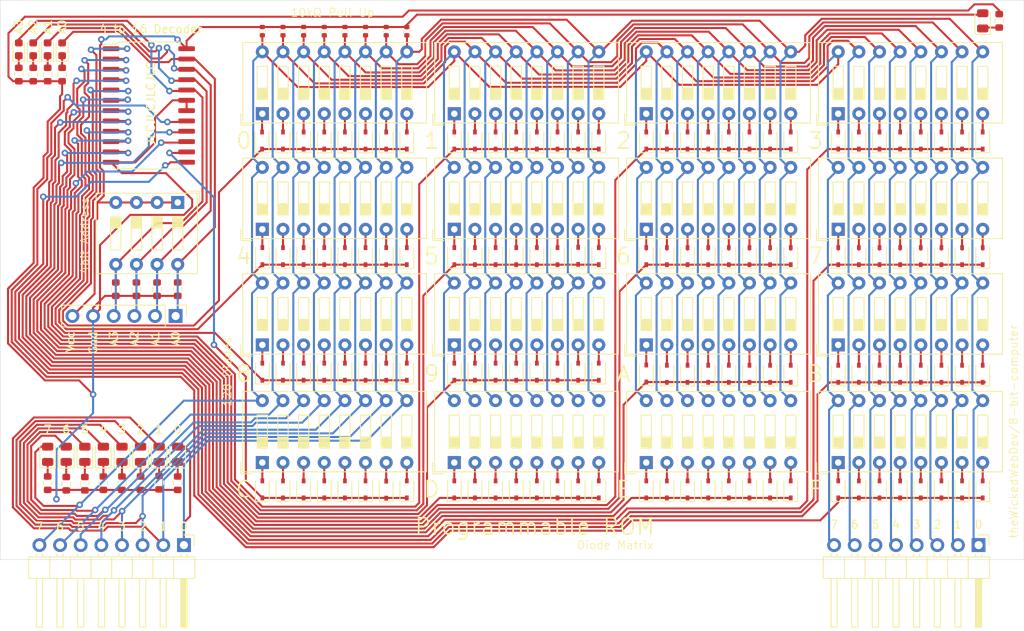
<source format=kicad_pcb>
(kicad_pcb (version 20171130) (host pcbnew "(5.1.10-1-10_14)")
  (layers (0 F.Cu signal) (31 B.Cu signal) (34 B.Paste user) (35 F.Paste user) (36 B.SilkS user) (37 F.SilkS user) (38 B.Mask user) (39 F.Mask user) (44 Edge.Cuts user))
  (net 0 "")
  (net 1 "Net-(D1-Pad2)")
  (net 2 "Net-(D1-Pad1)")
  (net 3 H)
  (net 4 G)
  (net 5 F)
  (net 6 E)
  (net 7 D)
  (net 8 C)
  (net 9 B)
  (net 10 A)
  (net 11 VCC)
  (net 12 GND)
  (net 13 "Net-(J3-Pad4)")
  (net 14 "Net-(J3-Pad3)")
  (net 15 "Net-(J3-Pad2)")
  (net 16 "Net-(J3-Pad1)")
  (net 17 "Net-(D2-Pad2)")
  (net 18 "Net-(D2-Pad1)")
  (net 19 "Net-(D3-Pad2)")
  (net 20 "Net-(D4-Pad2)")
  (net 21 "Net-(D5-Pad2)")
  (net 22 "Net-(D6-Pad2)")
  (net 23 "Net-(D7-Pad2)")
  (net 24 "Net-(D8-Pad2)")
  (net 25 "Net-(D9-Pad2)")
  (net 26 "Net-(D10-Pad2)")
  (net 27 "Net-(D10-Pad1)")
  (net 28 "Net-(D11-Pad2)")
  (net 29 "Net-(D12-Pad2)")
  (net 30 "Net-(D13-Pad2)")
  (net 31 "Net-(D14-Pad2)")
  (net 32 "Net-(D15-Pad2)")
  (net 33 "Net-(D16-Pad2)")
  (net 34 "Net-(D17-Pad2)")
  (net 35 "Net-(D18-Pad2)")
  (net 36 "Net-(D19-Pad2)")
  (net 37 "Net-(D20-Pad2)")
  (net 38 "Net-(D21-Pad2)")
  (net 39 "Net-(D22-Pad2)")
  (net 40 "Net-(D23-Pad2)")
  (net 41 "Net-(D24-Pad2)")
  (net 42 "Net-(D25-Pad2)")
  (net 43 "Net-(D26-Pad2)")
  (net 44 "Net-(D27-Pad2)")
  (net 45 "Net-(D28-Pad2)")
  (net 46 "Net-(D29-Pad2)")
  (net 47 "Net-(D30-Pad2)")
  (net 48 "Net-(D31-Pad2)")
  (net 49 "Net-(D32-Pad2)")
  (net 50 "Net-(D33-Pad2)")
  (net 51 "Net-(D33-Pad1)")
  (net 52 "Net-(D34-Pad2)")
  (net 53 "Net-(D35-Pad2)")
  (net 54 "Net-(D36-Pad2)")
  (net 55 "Net-(D37-Pad2)")
  (net 56 "Net-(D38-Pad2)")
  (net 57 "Net-(D39-Pad2)")
  (net 58 "Net-(D40-Pad2)")
  (net 59 "Net-(D41-Pad2)")
  (net 60 "Net-(D42-Pad2)")
  (net 61 "Net-(D43-Pad2)")
  (net 62 "Net-(D44-Pad2)")
  (net 63 "Net-(D45-Pad2)")
  (net 64 "Net-(D46-Pad2)")
  (net 65 "Net-(D47-Pad2)")
  (net 66 "Net-(D48-Pad2)")
  (net 67 "Net-(D49-Pad2)")
  (net 68 "Net-(D49-Pad1)")
  (net 69 "Net-(D50-Pad2)")
  (net 70 "Net-(D51-Pad2)")
  (net 71 "Net-(D52-Pad2)")
  (net 72 "Net-(D53-Pad2)")
  (net 73 "Net-(D54-Pad2)")
  (net 74 "Net-(D55-Pad2)")
  (net 75 "Net-(D56-Pad2)")
  (net 76 "Net-(D57-Pad2)")
  (net 77 "Net-(D58-Pad2)")
  (net 78 "Net-(D59-Pad2)")
  (net 79 "Net-(D60-Pad2)")
  (net 80 "Net-(D61-Pad2)")
  (net 81 "Net-(D62-Pad2)")
  (net 82 "Net-(D63-Pad2)")
  (net 83 "Net-(D64-Pad2)")
  (net 84 "Net-(D65-Pad2)")
  (net 85 "Net-(D65-Pad1)")
  (net 86 "Net-(D66-Pad2)")
  (net 87 "Net-(D67-Pad2)")
  (net 88 "Net-(D68-Pad2)")
  (net 89 "Net-(D69-Pad2)")
  (net 90 "Net-(D70-Pad2)")
  (net 91 "Net-(D71-Pad2)")
  (net 92 "Net-(D72-Pad2)")
  (net 93 "Net-(D73-Pad2)")
  (net 94 "Net-(D74-Pad2)")
  (net 95 "Net-(D75-Pad2)")
  (net 96 "Net-(D76-Pad2)")
  (net 97 "Net-(D77-Pad2)")
  (net 98 "Net-(D78-Pad2)")
  (net 99 "Net-(D79-Pad2)")
  (net 100 "Net-(D80-Pad2)")
  (net 101 "Net-(D81-Pad2)")
  (net 102 "Net-(D81-Pad1)")
  (net 103 "Net-(D82-Pad2)")
  (net 104 "Net-(D83-Pad2)")
  (net 105 "Net-(D84-Pad2)")
  (net 106 "Net-(D85-Pad2)")
  (net 107 "Net-(D86-Pad2)")
  (net 108 "Net-(D87-Pad2)")
  (net 109 "Net-(D88-Pad2)")
  (net 110 "Net-(D89-Pad2)")
  (net 111 "Net-(D90-Pad2)")
  (net 112 "Net-(D91-Pad2)")
  (net 113 "Net-(D92-Pad2)")
  (net 114 "Net-(D93-Pad2)")
  (net 115 "Net-(D94-Pad2)")
  (net 116 "Net-(D95-Pad2)")
  (net 117 "Net-(D96-Pad2)")
  (net 118 "Net-(D97-Pad2)")
  (net 119 "Net-(D101-Pad1)")
  (net 120 "Net-(D98-Pad2)")
  (net 121 "Net-(D100-Pad1)")
  (net 122 "Net-(D99-Pad2)")
  (net 123 "Net-(D100-Pad2)")
  (net 124 "Net-(D101-Pad2)")
  (net 125 "Net-(D102-Pad2)")
  (net 126 "Net-(D103-Pad2)")
  (net 127 "Net-(D104-Pad2)")
  (net 128 "Net-(D105-Pad2)")
  (net 129 "Net-(D106-Pad2)")
  (net 130 "Net-(D107-Pad2)")
  (net 131 "Net-(D108-Pad2)")
  (net 132 "Net-(D109-Pad2)")
  (net 133 "Net-(D110-Pad2)")
  (net 134 "Net-(D111-Pad2)")
  (net 135 "Net-(D112-Pad2)")
  (net 136 "Net-(D113-Pad2)")
  (net 137 "Net-(D114-Pad2)")
  (net 138 "Net-(D115-Pad2)")
  (net 139 "Net-(D116-Pad2)")
  (net 140 "Net-(D117-Pad2)")
  (net 141 "Net-(D118-Pad2)")
  (net 142 "Net-(D119-Pad2)")
  (net 143 "Net-(D120-Pad2)")
  (net 144 "Net-(D121-Pad2)")
  (net 145 "Net-(D122-Pad2)")
  (net 146 "Net-(D123-Pad2)")
  (net 147 "Net-(D124-Pad2)")
  (net 148 "Net-(D125-Pad2)")
  (net 149 "Net-(D126-Pad2)")
  (net 150 "Net-(D127-Pad2)")
  (net 151 "Net-(D128-Pad2)")
  (net 152 "Net-(D25-Pad1)")
  (net 153 "Net-(D41-Pad1)")
  (net 154 "Net-(D57-Pad1)")
  (net 155 "Net-(D73-Pad1)")
  (net 156 "Net-(D89-Pad1)")
  (net 157 "Net-(D113-Pad1)")
  (net 158 "Net-(D114-Pad1)")
  (net 159 "Net-(U6-Pad1)")
  (net 160 "Net-(U8-Pad1)")
  (net 161 "Net-(U10-Pad1)")
  (net 162 "Net-(U12-Pad1)")
  (net 163 "Net-(U14-Pad1)")
  (net 164 "Net-(U16-Pad1)")
  (net 165 "Net-(U18-Pad1)")
  (net 166 "Net-(U20-Pad1)")
  (net 167 "Net-(U22-Pad1)")
  (net 168 "Net-(U23-Pad1)")
  (net 169 "Net-(U24-Pad1)")
  (net 170 "Net-(U25-Pad1)")
  (net 171 "Net-(U30-Pad1)")
  (module Resistor_SMD:R_0603_1608Metric (layer F.Cu) (at 180.594 96.266 270)
    (fp_text reference U31 hide)
    (fp_text value 0603WAF1001T5E)
    (pad 2 smd roundrect (at 0.825 0 270) (size 0.8 0.95) (layers F.Cu F.Paste F.Mask) (net 171 "Net-(U30-Pad1)"))
    (pad 1 smd roundrect (at -0.825 0 270) (size 0.8 0.95) (layers F.Cu F.Paste F.Mask) (net 12 GND))
  )
  (module LED_SMD:LED_0805_2012Metric (layer F.Cu) (at 178.562 96.266 90)
    (fp_text reference U30 hide)
    (fp_text value NCD0805R1)
    (pad 2 smd roundrect (at 0.9375 0 90) (size 0.975 1.4) (layers F.Cu F.Paste F.Mask) (net 11 VCC))
    (pad 1 smd roundrect (at -0.9375 0 90) (size 0.975 1.4) (layers F.Cu F.Paste F.Mask) (net 171 "Net-(U30-Pad1)"))
  )
  (module LED_SMD:LED_0603_1608Metric (layer F.Cu) (at 65.278 99.768 90)
    (fp_text reference U29 hide)
    (fp_text value "19-213_Y2C-CQ2R2L_3T(CY)" hide)
    (pad 2 smd roundrect (at 0.7875 0 90) (size 0.875 0.95) (layers F.Cu F.Paste F.Mask) (net 16 "Net-(J3-Pad1)"))
    (pad 1 smd roundrect (at -0.7875 0 90) (size 0.875 0.95) (layers F.Cu F.Paste F.Mask) (net 170 "Net-(U25-Pad1)"))
  )
  (module LED_SMD:LED_0603_1608Metric (layer F.Cu) (at 63.49 99.768 90)
    (fp_text reference U28 hide)
    (fp_text value "19-213_Y2C-CQ2R2L_3T(CY)" hide)
    (pad 2 smd roundrect (at 0.7875 0 90) (size 0.875 0.95) (layers F.Cu F.Paste F.Mask) (net 15 "Net-(J3-Pad2)"))
    (pad 1 smd roundrect (at -0.7875 0 90) (size 0.875 0.95) (layers F.Cu F.Paste F.Mask) (net 169 "Net-(U24-Pad1)"))
  )
  (module LED_SMD:LED_0603_1608Metric (layer F.Cu) (at 61.722 99.768 90)
    (fp_text reference U27 hide)
    (fp_text value "19-213_Y2C-CQ2R2L_3T(CY)" hide)
    (pad 2 smd roundrect (at 0.7875 0 90) (size 0.875 0.95) (layers F.Cu F.Paste F.Mask) (net 14 "Net-(J3-Pad3)"))
    (pad 1 smd roundrect (at -0.7875 0 90) (size 0.875 0.95) (layers F.Cu F.Paste F.Mask) (net 168 "Net-(U23-Pad1)"))
  )
  (module LED_SMD:LED_0603_1608Metric (layer F.Cu) (at 59.944 99.768 90)
    (fp_text reference U26 hide)
    (fp_text value "19-213_Y2C-CQ2R2L_3T(CY)" hide)
    (pad 2 smd roundrect (at 0.7875 0 90) (size 0.875 0.95) (layers F.Cu F.Paste F.Mask) (net 13 "Net-(J3-Pad4)"))
    (pad 1 smd roundrect (at -0.7875 0 90) (size 0.875 0.95) (layers F.Cu F.Paste F.Mask) (net 167 "Net-(U22-Pad1)"))
  )
  (module Resistor_SMD:R_0603_1608Metric (layer F.Cu) (at 65.278 102.87 270)
    (fp_text reference U25 hide)
    (fp_text value 0603WAF1001T5E hide)
    (pad 2 smd roundrect (at 0.825 0 270) (size 0.8 0.95) (layers F.Cu F.Paste F.Mask) (net 12 GND))
    (pad 1 smd roundrect (at -0.825 0 270) (size 0.8 0.95) (layers F.Cu F.Paste F.Mask) (net 170 "Net-(U25-Pad1)"))
  )
  (module Resistor_SMD:R_0603_1608Metric (layer F.Cu) (at 63.5 102.87 270)
    (fp_text reference U24 hide)
    (fp_text value 0603WAF1001T5E hide)
    (pad 2 smd roundrect (at 0.825 0 270) (size 0.8 0.95) (layers F.Cu F.Paste F.Mask) (net 12 GND))
    (pad 1 smd roundrect (at -0.825 0 270) (size 0.8 0.95) (layers F.Cu F.Paste F.Mask) (net 169 "Net-(U24-Pad1)"))
  )
  (module Resistor_SMD:R_0603_1608Metric (layer F.Cu) (at 61.722 102.87 270)
    (fp_text reference U23 hide)
    (fp_text value 0603WAF1001T5E hide)
    (pad 2 smd roundrect (at 0.825 0 270) (size 0.8 0.95) (layers F.Cu F.Paste F.Mask) (net 12 GND))
    (pad 1 smd roundrect (at -0.825 0 270) (size 0.8 0.95) (layers F.Cu F.Paste F.Mask) (net 168 "Net-(U23-Pad1)"))
  )
  (module Resistor_SMD:R_0603_1608Metric (layer F.Cu) (at 59.944 102.87 270)
    (fp_text reference U22 hide)
    (fp_text value 0603WAF1001T5E hide)
    (pad 2 smd roundrect (at 0.825 0 270) (size 0.8 0.95) (layers F.Cu F.Paste F.Mask) (net 12 GND))
    (pad 1 smd roundrect (at -0.825 0 270) (size 0.8 0.95) (layers F.Cu F.Paste F.Mask) (net 167 "Net-(U22-Pad1)"))
  )
  (module Resistor_SMD:R_0402_1005Metric (layer F.Cu) (at 89.916 97.536 270)
    (fp_text reference R1 hide)
    (fp_text value 0603WAF1002T5E hide)
    (pad 2 smd roundrect (at 0.51 0 270) (size 0.54 0.64) (layers F.Cu F.Paste F.Mask) (net 10 A))
    (pad 1 smd roundrect (at -0.51 0 270) (size 0.54 0.64) (layers F.Cu F.Paste F.Mask) (net 11 VCC))
  )
  (module Resistor_SMD:R_0402_1005Metric (layer F.Cu) (at 107.696 97.536 270)
    (fp_text reference R8 hide)
    (fp_text value 0603WAF1002T5E hide)
    (pad 2 smd roundrect (at 0.51 0 270) (size 0.54 0.64) (layers F.Cu F.Paste F.Mask) (net 3 H))
    (pad 1 smd roundrect (at -0.51 0 270) (size 0.54 0.64) (layers F.Cu F.Paste F.Mask) (net 11 VCC))
  )
  (module Resistor_SMD:R_0402_1005Metric (layer F.Cu) (at 105.156 97.536 270)
    (fp_text reference R7 hide)
    (fp_text value 0603WAF1002T5E hide)
    (pad 2 smd roundrect (at 0.51 0 270) (size 0.54 0.64) (layers F.Cu F.Paste F.Mask) (net 4 G))
    (pad 1 smd roundrect (at -0.51 0 270) (size 0.54 0.64) (layers F.Cu F.Paste F.Mask) (net 11 VCC))
  )
  (module Resistor_SMD:R_0402_1005Metric (layer F.Cu) (at 102.616 97.536 270)
    (fp_text reference R6 hide)
    (fp_text value 0603WAF1002T5E hide)
    (pad 2 smd roundrect (at 0.51 0 270) (size 0.54 0.64) (layers F.Cu F.Paste F.Mask) (net 5 F))
    (pad 1 smd roundrect (at -0.51 0 270) (size 0.54 0.64) (layers F.Cu F.Paste F.Mask) (net 11 VCC))
  )
  (module Resistor_SMD:R_0402_1005Metric (layer F.Cu) (at 100.076 97.536 270)
    (fp_text reference R5 hide)
    (fp_text value 0603WAF1002T5E hide)
    (pad 2 smd roundrect (at 0.51 0 270) (size 0.54 0.64) (layers F.Cu F.Paste F.Mask) (net 6 E))
    (pad 1 smd roundrect (at -0.51 0 270) (size 0.54 0.64) (layers F.Cu F.Paste F.Mask) (net 11 VCC))
  )
  (module Resistor_SMD:R_0402_1005Metric (layer F.Cu) (at 97.536 97.538 270)
    (fp_text reference R4 hide)
    (fp_text value 0603WAF1002T5E hide)
    (pad 2 smd roundrect (at 0.51 0 270) (size 0.54 0.64) (layers F.Cu F.Paste F.Mask) (net 7 D))
    (pad 1 smd roundrect (at -0.51 0 270) (size 0.54 0.64) (layers F.Cu F.Paste F.Mask) (net 11 VCC))
  )
  (module Resistor_SMD:R_0402_1005Metric (layer F.Cu) (at 94.996 97.534 270)
    (fp_text reference R3 hide)
    (fp_text value 0603WAF1002T5E hide)
    (pad 2 smd roundrect (at 0.51 0 270) (size 0.54 0.64) (layers F.Cu F.Paste F.Mask) (net 8 C))
    (pad 1 smd roundrect (at -0.51 0 270) (size 0.54 0.64) (layers F.Cu F.Paste F.Mask) (net 11 VCC))
  )
  (module Resistor_SMD:R_0402_1005Metric (layer F.Cu) (at 92.456 97.534 270)
    (fp_text reference R2 hide)
    (fp_text value 0603WAF1002T5E hide)
    (pad 2 smd roundrect (at 0.51 0 270) (size 0.54 0.64) (layers F.Cu F.Paste F.Mask) (net 9 B))
    (pad 1 smd roundrect (at -0.51 0 270) (size 0.54 0.64) (layers F.Cu F.Paste F.Mask) (net 11 VCC))
  )
  (module Resistor_SMD:R_0603_1608Metric (layer F.Cu) (at 63.5 153.162 270)
    (fp_text reference U21 hide)
    (fp_text value 0603WAF1001T5E hide)
    (pad 2 smd roundrect (at 0.825 0 270) (size 0.8 0.95) (layers F.Cu F.Paste F.Mask) (net 12 GND))
    (pad 1 smd roundrect (at -0.825 0 270) (size 0.8 0.95) (layers F.Cu F.Paste F.Mask) (net 166 "Net-(U20-Pad1)"))
  )
  (module LED_SMD:LED_0805_2012Metric (layer F.Cu) (at 63.5 149.606 90)
    (fp_text reference U20 hide)
    (fp_text value NCD0805R1 hide)
    (pad 2 smd roundrect (at 0.9375 0 90) (size 0.975 1.4) (layers F.Cu F.Paste F.Mask) (net 10 A))
    (pad 1 smd roundrect (at -0.9375 0 90) (size 0.975 1.4) (layers F.Cu F.Paste F.Mask) (net 166 "Net-(U20-Pad1)"))
  )
  (module Resistor_SMD:R_0603_1608Metric (layer F.Cu) (at 65.786 153.225 270)
    (fp_text reference U19 hide)
    (fp_text value 0603WAF1001T5E hide)
    (pad 2 smd roundrect (at 0.825 0 270) (size 0.8 0.95) (layers F.Cu F.Paste F.Mask) (net 12 GND))
    (pad 1 smd roundrect (at -0.825 0 270) (size 0.8 0.95) (layers F.Cu F.Paste F.Mask) (net 165 "Net-(U18-Pad1)"))
  )
  (module LED_SMD:LED_0805_2012Metric (layer F.Cu) (at 65.786 149.606 90)
    (fp_text reference U18 hide)
    (fp_text value NCD0805R1 hide)
    (pad 2 smd roundrect (at 0.9375 0 90) (size 0.975 1.4) (layers F.Cu F.Paste F.Mask) (net 9 B))
    (pad 1 smd roundrect (at -0.9375 0 90) (size 0.975 1.4) (layers F.Cu F.Paste F.Mask) (net 165 "Net-(U18-Pad1)"))
  )
  (module Resistor_SMD:R_0603_1608Metric (layer F.Cu) (at 68.072 153.225 270)
    (fp_text reference U17 hide)
    (fp_text value 0603WAF1001T5E hide)
    (pad 2 smd roundrect (at 0.825 0 270) (size 0.8 0.95) (layers F.Cu F.Paste F.Mask) (net 12 GND))
    (pad 1 smd roundrect (at -0.825 0 270) (size 0.8 0.95) (layers F.Cu F.Paste F.Mask) (net 164 "Net-(U16-Pad1)"))
  )
  (module LED_SMD:LED_0805_2012Metric (layer F.Cu) (at 68.072 149.606 90)
    (fp_text reference U16 hide)
    (fp_text value NCD0805R1 hide)
    (pad 2 smd roundrect (at 0.9375 0 90) (size 0.975 1.4) (layers F.Cu F.Paste F.Mask) (net 8 C))
    (pad 1 smd roundrect (at -0.9375 0 90) (size 0.975 1.4) (layers F.Cu F.Paste F.Mask) (net 164 "Net-(U16-Pad1)"))
  )
  (module Resistor_SMD:R_0603_1608Metric (layer F.Cu) (at 70.358 153.162 270)
    (fp_text reference U15 hide)
    (fp_text value 0603WAF1001T5E hide)
    (pad 2 smd roundrect (at 0.825 0 270) (size 0.8 0.95) (layers F.Cu F.Paste F.Mask) (net 12 GND))
    (pad 1 smd roundrect (at -0.825 0 270) (size 0.8 0.95) (layers F.Cu F.Paste F.Mask) (net 163 "Net-(U14-Pad1)"))
  )
  (module LED_SMD:LED_0805_2012Metric (layer F.Cu) (at 70.358 149.606 90)
    (fp_text reference U14 hide)
    (fp_text value NCD0805R1 hide)
    (pad 2 smd roundrect (at 0.9375 0 90) (size 0.975 1.4) (layers F.Cu F.Paste F.Mask) (net 7 D))
    (pad 1 smd roundrect (at -0.9375 0 90) (size 0.975 1.4) (layers F.Cu F.Paste F.Mask) (net 163 "Net-(U14-Pad1)"))
  )
  (module Resistor_SMD:R_0603_1608Metric (layer F.Cu) (at 72.644 153.162 270)
    (fp_text reference U13 hide)
    (fp_text value 0603WAF1001T5E hide)
    (pad 2 smd roundrect (at 0.825 0 270) (size 0.8 0.95) (layers F.Cu F.Paste F.Mask) (net 12 GND))
    (pad 1 smd roundrect (at -0.825 0 270) (size 0.8 0.95) (layers F.Cu F.Paste F.Mask) (net 162 "Net-(U12-Pad1)"))
  )
  (module LED_SMD:LED_0805_2012Metric (layer F.Cu) (at 72.644 149.606 90)
    (fp_text reference U12 hide)
    (fp_text value NCD0805R1 hide)
    (pad 2 smd roundrect (at 0.9375 0 90) (size 0.975 1.4) (layers F.Cu F.Paste F.Mask) (net 6 E))
    (pad 1 smd roundrect (at -0.9375 0 90) (size 0.975 1.4) (layers F.Cu F.Paste F.Mask) (net 162 "Net-(U12-Pad1)"))
  )
  (module Resistor_SMD:R_0603_1608Metric (layer F.Cu) (at 74.93 153.162 270)
    (fp_text reference U11 hide)
    (fp_text value 0603WAF1001T5E hide)
    (pad 2 smd roundrect (at 0.825 0 270) (size 0.8 0.95) (layers F.Cu F.Paste F.Mask) (net 12 GND))
    (pad 1 smd roundrect (at -0.825 0 270) (size 0.8 0.95) (layers F.Cu F.Paste F.Mask) (net 161 "Net-(U10-Pad1)"))
  )
  (module LED_SMD:LED_0805_2012Metric (layer F.Cu) (at 74.93 149.606 90)
    (fp_text reference U10 hide)
    (fp_text value NCD0805R1 hide)
    (pad 2 smd roundrect (at 0.9375 0 90) (size 0.975 1.4) (layers F.Cu F.Paste F.Mask) (net 5 F))
    (pad 1 smd roundrect (at -0.9375 0 90) (size 0.975 1.4) (layers F.Cu F.Paste F.Mask) (net 161 "Net-(U10-Pad1)"))
  )
  (module Resistor_SMD:R_0603_1608Metric (layer F.Cu) (at 77.216 153.099 270)
    (fp_text reference U9 hide)
    (fp_text value 0603WAF1001T5E hide)
    (pad 2 smd roundrect (at 0.825 0 270) (size 0.8 0.95) (layers F.Cu F.Paste F.Mask) (net 12 GND))
    (pad 1 smd roundrect (at -0.825 0 270) (size 0.8 0.95) (layers F.Cu F.Paste F.Mask) (net 160 "Net-(U8-Pad1)"))
  )
  (module LED_SMD:LED_0805_2012Metric (layer F.Cu) (at 77.216 149.606 90)
    (fp_text reference U8 hide)
    (fp_text value NCD0805R1 hide)
    (pad 2 smd roundrect (at 0.9375 0 90) (size 0.975 1.4) (layers F.Cu F.Paste F.Mask) (net 4 G))
    (pad 1 smd roundrect (at -0.9375 0 90) (size 0.975 1.4) (layers F.Cu F.Paste F.Mask) (net 160 "Net-(U8-Pad1)"))
  )
  (module Resistor_SMD:R_0603_1608Metric (layer F.Cu) (at 79.502 153.162 270)
    (fp_text reference U7 hide)
    (fp_text value 0603WAF1001T5E hide)
    (pad 2 smd roundrect (at 0.825 0 270) (size 0.8 0.95) (layers F.Cu F.Paste F.Mask) (net 12 GND))
    (pad 1 smd roundrect (at -0.825 0 270) (size 0.8 0.95) (layers F.Cu F.Paste F.Mask) (net 159 "Net-(U6-Pad1)"))
  )
  (module LED_SMD:LED_0805_2012Metric (layer F.Cu) (at 79.502 149.606 90)
    (fp_text reference U6 hide)
    (fp_text value NCD0805R1 hide)
    (pad 2 smd roundrect (at 0.9375 0 90) (size 0.975 1.4) (layers F.Cu F.Paste F.Mask) (net 3 H))
    (pad 1 smd roundrect (at -0.9375 0 90) (size 0.975 1.4) (layers F.Cu F.Paste F.Mask) (net 159 "Net-(U6-Pad1)"))
  )
  (module Connector_PinHeader_2.54mm:PinHeader_1x06_P2.54mm_Vertical (layer F.Cu) (at 79.248 132.588 270)
    (fp_text reference J3 hide)
    (fp_text value Conn_01x6 hide)
    (pad 6 thru_hole oval (at 0 12.7 270) (size 1.7 1.7) (drill 1) (layers *.Cu *.Mask) (net 11 VCC))
    (pad 5 thru_hole oval (at 0 10.16 270) (size 1.7 1.7) (drill 1) (layers *.Cu *.Mask) (net 12 GND))
    (pad 4 thru_hole oval (at 0 7.62 270) (size 1.7 1.7) (drill 1) (layers *.Cu *.Mask) (net 13 "Net-(J3-Pad4)"))
    (pad 3 thru_hole oval (at 0 5.08 270) (size 1.7 1.7) (drill 1) (layers *.Cu *.Mask) (net 14 "Net-(J3-Pad3)"))
    (pad 2 thru_hole oval (at 0 2.54 270) (size 1.7 1.7) (drill 1) (layers *.Cu *.Mask) (net 15 "Net-(J3-Pad2)"))
    (pad 1 thru_hole rect (at 0 0 270) (size 1.7 1.7) (drill 1) (layers *.Cu *.Mask) (net 16 "Net-(J3-Pad1)"))
  )
  (module Connector_PinHeader_2.54mm:PinHeader_1x08_P2.54mm_Horizontal (layer F.Cu) (at 178.054 160.782 270)
    (fp_text reference J2 hide)
    (fp_text value Conn_01x8 hide)
    (pad 8 thru_hole oval (at 0 17.78 270) (size 1.7 1.7) (drill 1) (layers *.Cu *.Mask) (net 10 A))
    (pad 7 thru_hole oval (at 0 15.24 270) (size 1.7 1.7) (drill 1) (layers *.Cu *.Mask) (net 9 B))
    (pad 6 thru_hole oval (at 0 12.7 270) (size 1.7 1.7) (drill 1) (layers *.Cu *.Mask) (net 8 C))
    (pad 5 thru_hole oval (at 0 10.16 270) (size 1.7 1.7) (drill 1) (layers *.Cu *.Mask) (net 7 D))
    (pad 4 thru_hole oval (at 0 7.62 270) (size 1.7 1.7) (drill 1) (layers *.Cu *.Mask) (net 6 E))
    (pad 3 thru_hole oval (at 0 5.08 270) (size 1.7 1.7) (drill 1) (layers *.Cu *.Mask) (net 5 F))
    (pad 2 thru_hole oval (at 0 2.54 270) (size 1.7 1.7) (drill 1) (layers *.Cu *.Mask) (net 4 G))
    (pad 1 thru_hole rect (at 0 0 270) (size 1.7 1.7) (drill 1) (layers *.Cu *.Mask) (net 3 H))
  )
  (module Connector_PinHeader_2.54mm:PinHeader_1x08_P2.54mm_Horizontal (layer F.Cu) (at 80.264 160.782 270)
    (fp_text reference J1 hide)
    (fp_text value Conn_01x8 hide)
    (pad 8 thru_hole oval (at 0 17.78 270) (size 1.7 1.7) (drill 1) (layers *.Cu *.Mask) (net 10 A))
    (pad 7 thru_hole oval (at 0 15.24 270) (size 1.7 1.7) (drill 1) (layers *.Cu *.Mask) (net 9 B))
    (pad 6 thru_hole oval (at 0 12.7 270) (size 1.7 1.7) (drill 1) (layers *.Cu *.Mask) (net 8 C))
    (pad 5 thru_hole oval (at 0 10.16 270) (size 1.7 1.7) (drill 1) (layers *.Cu *.Mask) (net 7 D))
    (pad 4 thru_hole oval (at 0 7.62 270) (size 1.7 1.7) (drill 1) (layers *.Cu *.Mask) (net 6 E))
    (pad 3 thru_hole oval (at 0 5.08 270) (size 1.7 1.7) (drill 1) (layers *.Cu *.Mask) (net 5 F))
    (pad 2 thru_hole oval (at 0 2.54 270) (size 1.7 1.7) (drill 1) (layers *.Cu *.Mask) (net 4 G))
    (pad 1 thru_hole rect (at 0 0 270) (size 1.7 1.7) (drill 1) (layers *.Cu *.Mask) (net 3 H))
  )
  (module Button_Switch_THT:SW_DIP_SPSTx08_Slide_9.78x22.5mm_W7.62mm_P2.54mm (layer F.Cu) (at 137.16 107.696 90)
    (fp_text reference SW11 hide)
    (fp_text value SW_DIP_x08 hide)
    (pad 16 thru_hole oval (at 7.62 0 90) (size 1.6 1.6) (drill 0.8) (layers *.Cu *.Mask) (net 10 A))
    (pad 8 thru_hole oval (at 0 17.78 90) (size 1.6 1.6) (drill 0.8) (layers *.Cu *.Mask) (net 93 "Net-(D73-Pad2)"))
    (pad 15 thru_hole oval (at 7.62 2.54 90) (size 1.6 1.6) (drill 0.8) (layers *.Cu *.Mask) (net 9 B))
    (pad 7 thru_hole oval (at 0 15.24 90) (size 1.6 1.6) (drill 0.8) (layers *.Cu *.Mask) (net 94 "Net-(D74-Pad2)"))
    (pad 14 thru_hole oval (at 7.62 5.08 90) (size 1.6 1.6) (drill 0.8) (layers *.Cu *.Mask) (net 8 C))
    (pad 6 thru_hole oval (at 0 12.7 90) (size 1.6 1.6) (drill 0.8) (layers *.Cu *.Mask) (net 95 "Net-(D75-Pad2)"))
    (pad 13 thru_hole oval (at 7.62 7.62 90) (size 1.6 1.6) (drill 0.8) (layers *.Cu *.Mask) (net 7 D))
    (pad 5 thru_hole oval (at 0 10.16 90) (size 1.6 1.6) (drill 0.8) (layers *.Cu *.Mask) (net 96 "Net-(D76-Pad2)"))
    (pad 12 thru_hole oval (at 7.62 10.16 90) (size 1.6 1.6) (drill 0.8) (layers *.Cu *.Mask) (net 6 E))
    (pad 4 thru_hole oval (at 0 7.62 90) (size 1.6 1.6) (drill 0.8) (layers *.Cu *.Mask) (net 97 "Net-(D77-Pad2)"))
    (pad 11 thru_hole oval (at 7.62 12.7 90) (size 1.6 1.6) (drill 0.8) (layers *.Cu *.Mask) (net 5 F))
    (pad 3 thru_hole oval (at 0 5.08 90) (size 1.6 1.6) (drill 0.8) (layers *.Cu *.Mask) (net 98 "Net-(D78-Pad2)"))
    (pad 10 thru_hole oval (at 7.62 15.24 90) (size 1.6 1.6) (drill 0.8) (layers *.Cu *.Mask) (net 4 G))
    (pad 2 thru_hole oval (at 0 2.54 90) (size 1.6 1.6) (drill 0.8) (layers *.Cu *.Mask) (net 99 "Net-(D79-Pad2)"))
    (pad 9 thru_hole oval (at 7.62 17.78 90) (size 1.6 1.6) (drill 0.8) (layers *.Cu *.Mask) (net 3 H))
    (pad 1 thru_hole rect (at 0 0 90) (size 1.6 1.6) (drill 0.8) (layers *.Cu *.Mask) (net 100 "Net-(D80-Pad2)"))
  )
  (module Button_Switch_THT:SW_DIP_SPSTx08_Slide_9.78x22.5mm_W7.62mm_P2.54mm (layer F.Cu) (at 137.16 150.622 90)
    (fp_text reference SW17 hide)
    (fp_text value SW_DIP_x08 hide)
    (pad 16 thru_hole oval (at 7.62 0 90) (size 1.6 1.6) (drill 0.8) (layers *.Cu *.Mask) (net 10 A))
    (pad 8 thru_hole oval (at 0 17.78 90) (size 1.6 1.6) (drill 0.8) (layers *.Cu *.Mask) (net 137 "Net-(D114-Pad2)"))
    (pad 15 thru_hole oval (at 7.62 2.54 90) (size 1.6 1.6) (drill 0.8) (layers *.Cu *.Mask) (net 9 B))
    (pad 7 thru_hole oval (at 0 15.24 90) (size 1.6 1.6) (drill 0.8) (layers *.Cu *.Mask) (net 139 "Net-(D116-Pad2)"))
    (pad 14 thru_hole oval (at 7.62 5.08 90) (size 1.6 1.6) (drill 0.8) (layers *.Cu *.Mask) (net 8 C))
    (pad 6 thru_hole oval (at 0 12.7 90) (size 1.6 1.6) (drill 0.8) (layers *.Cu *.Mask) (net 141 "Net-(D118-Pad2)"))
    (pad 13 thru_hole oval (at 7.62 7.62 90) (size 1.6 1.6) (drill 0.8) (layers *.Cu *.Mask) (net 7 D))
    (pad 5 thru_hole oval (at 0 10.16 90) (size 1.6 1.6) (drill 0.8) (layers *.Cu *.Mask) (net 143 "Net-(D120-Pad2)"))
    (pad 12 thru_hole oval (at 7.62 10.16 90) (size 1.6 1.6) (drill 0.8) (layers *.Cu *.Mask) (net 6 E))
    (pad 4 thru_hole oval (at 0 7.62 90) (size 1.6 1.6) (drill 0.8) (layers *.Cu *.Mask) (net 145 "Net-(D122-Pad2)"))
    (pad 11 thru_hole oval (at 7.62 12.7 90) (size 1.6 1.6) (drill 0.8) (layers *.Cu *.Mask) (net 5 F))
    (pad 3 thru_hole oval (at 0 5.08 90) (size 1.6 1.6) (drill 0.8) (layers *.Cu *.Mask) (net 147 "Net-(D124-Pad2)"))
    (pad 10 thru_hole oval (at 7.62 15.24 90) (size 1.6 1.6) (drill 0.8) (layers *.Cu *.Mask) (net 4 G))
    (pad 2 thru_hole oval (at 0 2.54 90) (size 1.6 1.6) (drill 0.8) (layers *.Cu *.Mask) (net 149 "Net-(D126-Pad2)"))
    (pad 9 thru_hole oval (at 7.62 17.78 90) (size 1.6 1.6) (drill 0.8) (layers *.Cu *.Mask) (net 3 H))
    (pad 1 thru_hole rect (at 0 0 90) (size 1.6 1.6) (drill 0.8) (layers *.Cu *.Mask) (net 151 "Net-(D128-Pad2)"))
  )
  (module Button_Switch_THT:SW_DIP_SPSTx08_Slide_9.78x22.5mm_W7.62mm_P2.54mm (layer F.Cu) (at 137.16 136.144 90)
    (fp_text reference SW16 hide)
    (fp_text value SW_DIP_x08 hide)
    (pad 16 thru_hole oval (at 7.62 0 90) (size 1.6 1.6) (drill 0.8) (layers *.Cu *.Mask) (net 10 A))
    (pad 8 thru_hole oval (at 0 17.78 90) (size 1.6 1.6) (drill 0.8) (layers *.Cu *.Mask) (net 136 "Net-(D113-Pad2)"))
    (pad 15 thru_hole oval (at 7.62 2.54 90) (size 1.6 1.6) (drill 0.8) (layers *.Cu *.Mask) (net 9 B))
    (pad 7 thru_hole oval (at 0 15.24 90) (size 1.6 1.6) (drill 0.8) (layers *.Cu *.Mask) (net 138 "Net-(D115-Pad2)"))
    (pad 14 thru_hole oval (at 7.62 5.08 90) (size 1.6 1.6) (drill 0.8) (layers *.Cu *.Mask) (net 8 C))
    (pad 6 thru_hole oval (at 0 12.7 90) (size 1.6 1.6) (drill 0.8) (layers *.Cu *.Mask) (net 140 "Net-(D117-Pad2)"))
    (pad 13 thru_hole oval (at 7.62 7.62 90) (size 1.6 1.6) (drill 0.8) (layers *.Cu *.Mask) (net 7 D))
    (pad 5 thru_hole oval (at 0 10.16 90) (size 1.6 1.6) (drill 0.8) (layers *.Cu *.Mask) (net 142 "Net-(D119-Pad2)"))
    (pad 12 thru_hole oval (at 7.62 10.16 90) (size 1.6 1.6) (drill 0.8) (layers *.Cu *.Mask) (net 6 E))
    (pad 4 thru_hole oval (at 0 7.62 90) (size 1.6 1.6) (drill 0.8) (layers *.Cu *.Mask) (net 144 "Net-(D121-Pad2)"))
    (pad 11 thru_hole oval (at 7.62 12.7 90) (size 1.6 1.6) (drill 0.8) (layers *.Cu *.Mask) (net 5 F))
    (pad 3 thru_hole oval (at 0 5.08 90) (size 1.6 1.6) (drill 0.8) (layers *.Cu *.Mask) (net 146 "Net-(D123-Pad2)"))
    (pad 10 thru_hole oval (at 7.62 15.24 90) (size 1.6 1.6) (drill 0.8) (layers *.Cu *.Mask) (net 4 G))
    (pad 2 thru_hole oval (at 0 2.54 90) (size 1.6 1.6) (drill 0.8) (layers *.Cu *.Mask) (net 148 "Net-(D125-Pad2)"))
    (pad 9 thru_hole oval (at 7.62 17.78 90) (size 1.6 1.6) (drill 0.8) (layers *.Cu *.Mask) (net 3 H))
    (pad 1 thru_hole rect (at 0 0 90) (size 1.6 1.6) (drill 0.8) (layers *.Cu *.Mask) (net 150 "Net-(D127-Pad2)"))
  )
  (module Button_Switch_THT:SW_DIP_SPSTx08_Slide_9.78x22.5mm_W7.62mm_P2.54mm (layer F.Cu) (at 160.782 150.622 90)
    (fp_text reference SW15 hide)
    (fp_text value SW_DIP_x08 hide)
    (pad 16 thru_hole oval (at 7.62 0 90) (size 1.6 1.6) (drill 0.8) (layers *.Cu *.Mask) (net 10 A))
    (pad 8 thru_hole oval (at 0 17.78 90) (size 1.6 1.6) (drill 0.8) (layers *.Cu *.Mask) (net 120 "Net-(D98-Pad2)"))
    (pad 15 thru_hole oval (at 7.62 2.54 90) (size 1.6 1.6) (drill 0.8) (layers *.Cu *.Mask) (net 9 B))
    (pad 7 thru_hole oval (at 0 15.24 90) (size 1.6 1.6) (drill 0.8) (layers *.Cu *.Mask) (net 123 "Net-(D100-Pad2)"))
    (pad 14 thru_hole oval (at 7.62 5.08 90) (size 1.6 1.6) (drill 0.8) (layers *.Cu *.Mask) (net 8 C))
    (pad 6 thru_hole oval (at 0 12.7 90) (size 1.6 1.6) (drill 0.8) (layers *.Cu *.Mask) (net 125 "Net-(D102-Pad2)"))
    (pad 13 thru_hole oval (at 7.62 7.62 90) (size 1.6 1.6) (drill 0.8) (layers *.Cu *.Mask) (net 7 D))
    (pad 5 thru_hole oval (at 0 10.16 90) (size 1.6 1.6) (drill 0.8) (layers *.Cu *.Mask) (net 127 "Net-(D104-Pad2)"))
    (pad 12 thru_hole oval (at 7.62 10.16 90) (size 1.6 1.6) (drill 0.8) (layers *.Cu *.Mask) (net 6 E))
    (pad 4 thru_hole oval (at 0 7.62 90) (size 1.6 1.6) (drill 0.8) (layers *.Cu *.Mask) (net 129 "Net-(D106-Pad2)"))
    (pad 11 thru_hole oval (at 7.62 12.7 90) (size 1.6 1.6) (drill 0.8) (layers *.Cu *.Mask) (net 5 F))
    (pad 3 thru_hole oval (at 0 5.08 90) (size 1.6 1.6) (drill 0.8) (layers *.Cu *.Mask) (net 131 "Net-(D108-Pad2)"))
    (pad 10 thru_hole oval (at 7.62 15.24 90) (size 1.6 1.6) (drill 0.8) (layers *.Cu *.Mask) (net 4 G))
    (pad 2 thru_hole oval (at 0 2.54 90) (size 1.6 1.6) (drill 0.8) (layers *.Cu *.Mask) (net 133 "Net-(D110-Pad2)"))
    (pad 9 thru_hole oval (at 7.62 17.78 90) (size 1.6 1.6) (drill 0.8) (layers *.Cu *.Mask) (net 3 H))
    (pad 1 thru_hole rect (at 0 0 90) (size 1.6 1.6) (drill 0.8) (layers *.Cu *.Mask) (net 135 "Net-(D112-Pad2)"))
  )
  (module Button_Switch_THT:SW_DIP_SPSTx08_Slide_9.78x22.5mm_W7.62mm_P2.54mm (layer F.Cu) (at 160.782 136.144 90)
    (fp_text reference SW14 hide)
    (fp_text value SW_DIP_x08 hide)
    (pad 16 thru_hole oval (at 7.62 0 90) (size 1.6 1.6) (drill 0.8) (layers *.Cu *.Mask) (net 10 A))
    (pad 8 thru_hole oval (at 0 17.78 90) (size 1.6 1.6) (drill 0.8) (layers *.Cu *.Mask) (net 118 "Net-(D97-Pad2)"))
    (pad 15 thru_hole oval (at 7.62 2.54 90) (size 1.6 1.6) (drill 0.8) (layers *.Cu *.Mask) (net 9 B))
    (pad 7 thru_hole oval (at 0 15.24 90) (size 1.6 1.6) (drill 0.8) (layers *.Cu *.Mask) (net 122 "Net-(D99-Pad2)"))
    (pad 14 thru_hole oval (at 7.62 5.08 90) (size 1.6 1.6) (drill 0.8) (layers *.Cu *.Mask) (net 8 C))
    (pad 6 thru_hole oval (at 0 12.7 90) (size 1.6 1.6) (drill 0.8) (layers *.Cu *.Mask) (net 124 "Net-(D101-Pad2)"))
    (pad 13 thru_hole oval (at 7.62 7.62 90) (size 1.6 1.6) (drill 0.8) (layers *.Cu *.Mask) (net 7 D))
    (pad 5 thru_hole oval (at 0 10.16 90) (size 1.6 1.6) (drill 0.8) (layers *.Cu *.Mask) (net 126 "Net-(D103-Pad2)"))
    (pad 12 thru_hole oval (at 7.62 10.16 90) (size 1.6 1.6) (drill 0.8) (layers *.Cu *.Mask) (net 6 E))
    (pad 4 thru_hole oval (at 0 7.62 90) (size 1.6 1.6) (drill 0.8) (layers *.Cu *.Mask) (net 128 "Net-(D105-Pad2)"))
    (pad 11 thru_hole oval (at 7.62 12.7 90) (size 1.6 1.6) (drill 0.8) (layers *.Cu *.Mask) (net 5 F))
    (pad 3 thru_hole oval (at 0 5.08 90) (size 1.6 1.6) (drill 0.8) (layers *.Cu *.Mask) (net 130 "Net-(D107-Pad2)"))
    (pad 10 thru_hole oval (at 7.62 15.24 90) (size 1.6 1.6) (drill 0.8) (layers *.Cu *.Mask) (net 4 G))
    (pad 2 thru_hole oval (at 0 2.54 90) (size 1.6 1.6) (drill 0.8) (layers *.Cu *.Mask) (net 132 "Net-(D109-Pad2)"))
    (pad 9 thru_hole oval (at 7.62 17.78 90) (size 1.6 1.6) (drill 0.8) (layers *.Cu *.Mask) (net 3 H))
    (pad 1 thru_hole rect (at 0 0 90) (size 1.6 1.6) (drill 0.8) (layers *.Cu *.Mask) (net 134 "Net-(D111-Pad2)"))
  )
  (module Diode_SMD:D_SOD-323 (layer F.Cu) (at 137.16 153.924 90)
    (fp_text reference D128 hide)
    (fp_text value 1N4148W hide)
    (pad 2 smd rect (at 1.05 0 90) (size 0.6 0.45) (layers F.Cu F.Paste F.Mask) (net 151 "Net-(D128-Pad2)"))
    (pad 1 smd rect (at -1.05 0 90) (size 0.6 0.45) (layers F.Cu F.Paste F.Mask) (net 158 "Net-(D114-Pad1)"))
  )
  (module Diode_SMD:D_SOD-323 (layer F.Cu) (at 137.16 139.666 90)
    (fp_text reference D127 hide)
    (fp_text value 1N4148W hide)
    (pad 2 smd rect (at 1.05 0 90) (size 0.6 0.45) (layers F.Cu F.Paste F.Mask) (net 150 "Net-(D127-Pad2)"))
    (pad 1 smd rect (at -1.05 0 90) (size 0.6 0.45) (layers F.Cu F.Paste F.Mask) (net 157 "Net-(D113-Pad1)"))
  )
  (module Diode_SMD:D_SOD-323 (layer F.Cu) (at 139.7 153.924 90)
    (fp_text reference D126 hide)
    (fp_text value 1N4148W hide)
    (pad 2 smd rect (at 1.05 0 90) (size 0.6 0.45) (layers F.Cu F.Paste F.Mask) (net 149 "Net-(D126-Pad2)"))
    (pad 1 smd rect (at -1.05 0 90) (size 0.6 0.45) (layers F.Cu F.Paste F.Mask) (net 158 "Net-(D114-Pad1)"))
  )
  (module Diode_SMD:D_SOD-323 (layer F.Cu) (at 139.7 139.7 90)
    (fp_text reference D125 hide)
    (fp_text value 1N4148W hide)
    (pad 2 smd rect (at 1.05 0 90) (size 0.6 0.45) (layers F.Cu F.Paste F.Mask) (net 148 "Net-(D125-Pad2)"))
    (pad 1 smd rect (at -1.05 0 90) (size 0.6 0.45) (layers F.Cu F.Paste F.Mask) (net 157 "Net-(D113-Pad1)"))
  )
  (module Diode_SMD:D_SOD-323 (layer F.Cu) (at 142.24 153.924 90)
    (fp_text reference D124 hide)
    (fp_text value 1N4148W hide)
    (pad 2 smd rect (at 1.05 0 90) (size 0.6 0.45) (layers F.Cu F.Paste F.Mask) (net 147 "Net-(D124-Pad2)"))
    (pad 1 smd rect (at -1.05 0 90) (size 0.6 0.45) (layers F.Cu F.Paste F.Mask) (net 158 "Net-(D114-Pad1)"))
  )
  (module Diode_SMD:D_SOD-323 (layer F.Cu) (at 142.24 139.7 90)
    (fp_text reference D123 hide)
    (fp_text value 1N4148W hide)
    (pad 2 smd rect (at 1.05 0 90) (size 0.6 0.45) (layers F.Cu F.Paste F.Mask) (net 146 "Net-(D123-Pad2)"))
    (pad 1 smd rect (at -1.05 0 90) (size 0.6 0.45) (layers F.Cu F.Paste F.Mask) (net 157 "Net-(D113-Pad1)"))
  )
  (module Diode_SMD:D_SOD-323 (layer F.Cu) (at 144.78 153.924 90)
    (fp_text reference D122 hide)
    (fp_text value 1N4148W hide)
    (pad 2 smd rect (at 1.05 0 90) (size 0.6 0.45) (layers F.Cu F.Paste F.Mask) (net 145 "Net-(D122-Pad2)"))
    (pad 1 smd rect (at -1.05 0 90) (size 0.6 0.45) (layers F.Cu F.Paste F.Mask) (net 158 "Net-(D114-Pad1)"))
  )
  (module Diode_SMD:D_SOD-323 (layer F.Cu) (at 144.78 139.7 90)
    (fp_text reference D121 hide)
    (fp_text value 1N4148W hide)
    (pad 2 smd rect (at 1.05 0 90) (size 0.6 0.45) (layers F.Cu F.Paste F.Mask) (net 144 "Net-(D121-Pad2)"))
    (pad 1 smd rect (at -1.05 0 90) (size 0.6 0.45) (layers F.Cu F.Paste F.Mask) (net 157 "Net-(D113-Pad1)"))
  )
  (module Diode_SMD:D_SOD-323 (layer F.Cu) (at 147.32 153.924 90)
    (fp_text reference D120 hide)
    (fp_text value 1N4148W hide)
    (pad 2 smd rect (at 1.05 0 90) (size 0.6 0.45) (layers F.Cu F.Paste F.Mask) (net 143 "Net-(D120-Pad2)"))
    (pad 1 smd rect (at -1.05 0 90) (size 0.6 0.45) (layers F.Cu F.Paste F.Mask) (net 158 "Net-(D114-Pad1)"))
  )
  (module Diode_SMD:D_SOD-323 (layer F.Cu) (at 147.32 139.7 90)
    (fp_text reference D119 hide)
    (fp_text value 1N4148W hide)
    (pad 2 smd rect (at 1.05 0 90) (size 0.6 0.45) (layers F.Cu F.Paste F.Mask) (net 142 "Net-(D119-Pad2)"))
    (pad 1 smd rect (at -1.05 0 90) (size 0.6 0.45) (layers F.Cu F.Paste F.Mask) (net 157 "Net-(D113-Pad1)"))
  )
  (module Diode_SMD:D_SOD-323 (layer F.Cu) (at 149.86 153.924 90)
    (fp_text reference D118 hide)
    (fp_text value 1N4148W hide)
    (pad 2 smd rect (at 1.05 0 90) (size 0.6 0.45) (layers F.Cu F.Paste F.Mask) (net 141 "Net-(D118-Pad2)"))
    (pad 1 smd rect (at -1.05 0 90) (size 0.6 0.45) (layers F.Cu F.Paste F.Mask) (net 158 "Net-(D114-Pad1)"))
  )
  (module Diode_SMD:D_SOD-323 (layer F.Cu) (at 149.86 139.7 90)
    (fp_text reference D117 hide)
    (fp_text value 1N4148W hide)
    (pad 2 smd rect (at 1.05 0 90) (size 0.6 0.45) (layers F.Cu F.Paste F.Mask) (net 140 "Net-(D117-Pad2)"))
    (pad 1 smd rect (at -1.05 0 90) (size 0.6 0.45) (layers F.Cu F.Paste F.Mask) (net 157 "Net-(D113-Pad1)"))
  )
  (module Diode_SMD:D_SOD-323 (layer F.Cu) (at 152.4 153.924 90)
    (fp_text reference D116 hide)
    (fp_text value 1N4148W hide)
    (pad 2 smd rect (at 1.05 0 90) (size 0.6 0.45) (layers F.Cu F.Paste F.Mask) (net 139 "Net-(D116-Pad2)"))
    (pad 1 smd rect (at -1.05 0 90) (size 0.6 0.45) (layers F.Cu F.Paste F.Mask) (net 158 "Net-(D114-Pad1)"))
  )
  (module Diode_SMD:D_SOD-323 (layer F.Cu) (at 152.4 139.7 90)
    (fp_text reference D115 hide)
    (fp_text value 1N4148W hide)
    (pad 2 smd rect (at 1.05 0 90) (size 0.6 0.45) (layers F.Cu F.Paste F.Mask) (net 138 "Net-(D115-Pad2)"))
    (pad 1 smd rect (at -1.05 0 90) (size 0.6 0.45) (layers F.Cu F.Paste F.Mask) (net 157 "Net-(D113-Pad1)"))
  )
  (module Diode_SMD:D_SOD-323 (layer F.Cu) (at 154.94 153.924 90)
    (fp_text reference D114 hide)
    (fp_text value 1N4148W hide)
    (pad 2 smd rect (at 1.05 0 90) (size 0.6 0.45) (layers F.Cu F.Paste F.Mask) (net 137 "Net-(D114-Pad2)"))
    (pad 1 smd rect (at -1.05 0 90) (size 0.6 0.45) (layers F.Cu F.Paste F.Mask) (net 158 "Net-(D114-Pad1)"))
  )
  (module Diode_SMD:D_SOD-323 (layer F.Cu) (at 154.94 139.7 90)
    (fp_text reference D113 hide)
    (fp_text value 1N4148W hide)
    (pad 2 smd rect (at 1.05 0 90) (size 0.6 0.45) (layers F.Cu F.Paste F.Mask) (net 136 "Net-(D113-Pad2)"))
    (pad 1 smd rect (at -1.05 0 90) (size 0.6 0.45) (layers F.Cu F.Paste F.Mask) (net 157 "Net-(D113-Pad1)"))
  )
  (module Diode_SMD:D_SOD-323 (layer F.Cu) (at 160.782 153.924 90)
    (fp_text reference D112 hide)
    (fp_text value 1N4148W hide)
    (pad 2 smd rect (at 1.05 0 90) (size 0.6 0.45) (layers F.Cu F.Paste F.Mask) (net 135 "Net-(D112-Pad2)"))
    (pad 1 smd rect (at -1.05 0 90) (size 0.6 0.45) (layers F.Cu F.Paste F.Mask) (net 121 "Net-(D100-Pad1)"))
  )
  (module Diode_SMD:D_SOD-323 (layer F.Cu) (at 160.782 139.7 90)
    (fp_text reference D111 hide)
    (fp_text value 1N4148W hide)
    (pad 2 smd rect (at 1.05 0 90) (size 0.6 0.45) (layers F.Cu F.Paste F.Mask) (net 134 "Net-(D111-Pad2)"))
    (pad 1 smd rect (at -1.05 0 90) (size 0.6 0.45) (layers F.Cu F.Paste F.Mask) (net 119 "Net-(D101-Pad1)"))
  )
  (module Diode_SMD:D_SOD-323 (layer F.Cu) (at 163.322 153.924 90)
    (fp_text reference D110 hide)
    (fp_text value 1N4148W hide)
    (pad 2 smd rect (at 1.05 0 90) (size 0.6 0.45) (layers F.Cu F.Paste F.Mask) (net 133 "Net-(D110-Pad2)"))
    (pad 1 smd rect (at -1.05 0 90) (size 0.6 0.45) (layers F.Cu F.Paste F.Mask) (net 121 "Net-(D100-Pad1)"))
  )
  (module Diode_SMD:D_SOD-323 (layer F.Cu) (at 163.322 139.7 90)
    (fp_text reference D109 hide)
    (fp_text value 1N4148W hide)
    (pad 2 smd rect (at 1.05 0 90) (size 0.6 0.45) (layers F.Cu F.Paste F.Mask) (net 132 "Net-(D109-Pad2)"))
    (pad 1 smd rect (at -1.05 0 90) (size 0.6 0.45) (layers F.Cu F.Paste F.Mask) (net 119 "Net-(D101-Pad1)"))
  )
  (module Diode_SMD:D_SOD-323 (layer F.Cu) (at 165.862 153.924 90)
    (fp_text reference D108 hide)
    (fp_text value 1N4148W hide)
    (pad 2 smd rect (at 1.05 0 90) (size 0.6 0.45) (layers F.Cu F.Paste F.Mask) (net 131 "Net-(D108-Pad2)"))
    (pad 1 smd rect (at -1.05 0 90) (size 0.6 0.45) (layers F.Cu F.Paste F.Mask) (net 121 "Net-(D100-Pad1)"))
  )
  (module Diode_SMD:D_SOD-323 (layer F.Cu) (at 165.862 139.7 90)
    (fp_text reference D107 hide)
    (fp_text value 1N4148W hide)
    (pad 2 smd rect (at 1.05 0 90) (size 0.6 0.45) (layers F.Cu F.Paste F.Mask) (net 130 "Net-(D107-Pad2)"))
    (pad 1 smd rect (at -1.05 0 90) (size 0.6 0.45) (layers F.Cu F.Paste F.Mask) (net 119 "Net-(D101-Pad1)"))
  )
  (module Diode_SMD:D_SOD-323 (layer F.Cu) (at 168.402 153.924 90)
    (fp_text reference D106 hide)
    (fp_text value 1N4148W hide)
    (pad 2 smd rect (at 1.05 0 90) (size 0.6 0.45) (layers F.Cu F.Paste F.Mask) (net 129 "Net-(D106-Pad2)"))
    (pad 1 smd rect (at -1.05 0 90) (size 0.6 0.45) (layers F.Cu F.Paste F.Mask) (net 121 "Net-(D100-Pad1)"))
  )
  (module Diode_SMD:D_SOD-323 (layer F.Cu) (at 168.402 139.7 90)
    (fp_text reference D105 hide)
    (fp_text value 1N4148W hide)
    (pad 2 smd rect (at 1.05 0 90) (size 0.6 0.45) (layers F.Cu F.Paste F.Mask) (net 128 "Net-(D105-Pad2)"))
    (pad 1 smd rect (at -1.05 0 90) (size 0.6 0.45) (layers F.Cu F.Paste F.Mask) (net 119 "Net-(D101-Pad1)"))
  )
  (module Diode_SMD:D_SOD-323 (layer F.Cu) (at 170.942 153.924 90)
    (fp_text reference D104 hide)
    (fp_text value 1N4148W hide)
    (pad 2 smd rect (at 1.05 0 90) (size 0.6 0.45) (layers F.Cu F.Paste F.Mask) (net 127 "Net-(D104-Pad2)"))
    (pad 1 smd rect (at -1.05 0 90) (size 0.6 0.45) (layers F.Cu F.Paste F.Mask) (net 121 "Net-(D100-Pad1)"))
  )
  (module Diode_SMD:D_SOD-323 (layer F.Cu) (at 170.942 139.7 90)
    (fp_text reference D103 hide)
    (fp_text value 1N4148W hide)
    (pad 2 smd rect (at 1.05 0 90) (size 0.6 0.45) (layers F.Cu F.Paste F.Mask) (net 126 "Net-(D103-Pad2)"))
    (pad 1 smd rect (at -1.05 0 90) (size 0.6 0.45) (layers F.Cu F.Paste F.Mask) (net 119 "Net-(D101-Pad1)"))
  )
  (module Diode_SMD:D_SOD-323 (layer F.Cu) (at 173.482 153.924 90)
    (fp_text reference D102 hide)
    (fp_text value 1N4148W hide)
    (pad 2 smd rect (at 1.05 0 90) (size 0.6 0.45) (layers F.Cu F.Paste F.Mask) (net 125 "Net-(D102-Pad2)"))
    (pad 1 smd rect (at -1.05 0 90) (size 0.6 0.45) (layers F.Cu F.Paste F.Mask) (net 121 "Net-(D100-Pad1)"))
  )
  (module Diode_SMD:D_SOD-323 (layer F.Cu) (at 173.482 139.7 90)
    (fp_text reference D101 hide)
    (fp_text value 1N4148W hide)
    (pad 2 smd rect (at 1.05 0 90) (size 0.6 0.45) (layers F.Cu F.Paste F.Mask) (net 124 "Net-(D101-Pad2)"))
    (pad 1 smd rect (at -1.05 0 90) (size 0.6 0.45) (layers F.Cu F.Paste F.Mask) (net 119 "Net-(D101-Pad1)"))
  )
  (module Diode_SMD:D_SOD-323 (layer F.Cu) (at 176.022 153.924 90)
    (fp_text reference D100 hide)
    (fp_text value 1N4148W hide)
    (pad 2 smd rect (at 1.05 0 90) (size 0.6 0.45) (layers F.Cu F.Paste F.Mask) (net 123 "Net-(D100-Pad2)"))
    (pad 1 smd rect (at -1.05 0 90) (size 0.6 0.45) (layers F.Cu F.Paste F.Mask) (net 121 "Net-(D100-Pad1)"))
  )
  (module Diode_SMD:D_SOD-323 (layer F.Cu) (at 176.022 139.7 90)
    (fp_text reference D99 hide)
    (fp_text value 1N4148W hide)
    (pad 2 smd rect (at 1.05 0 90) (size 0.6 0.45) (layers F.Cu F.Paste F.Mask) (net 122 "Net-(D99-Pad2)"))
    (pad 1 smd rect (at -1.05 0 90) (size 0.6 0.45) (layers F.Cu F.Paste F.Mask) (net 119 "Net-(D101-Pad1)"))
  )
  (module Diode_SMD:D_SOD-323 (layer F.Cu) (at 178.562 153.924 90)
    (fp_text reference D98 hide)
    (fp_text value 1N4148W hide)
    (pad 2 smd rect (at 1.05 0 90) (size 0.6 0.45) (layers F.Cu F.Paste F.Mask) (net 120 "Net-(D98-Pad2)"))
    (pad 1 smd rect (at -1.05 0 90) (size 0.6 0.45) (layers F.Cu F.Paste F.Mask) (net 121 "Net-(D100-Pad1)"))
  )
  (module Diode_SMD:D_SOD-323 (layer F.Cu) (at 178.562 139.7 90)
    (fp_text reference D97 hide)
    (fp_text value 1N4148W hide)
    (pad 2 smd rect (at 1.05 0 90) (size 0.6 0.45) (layers F.Cu F.Paste F.Mask) (net 118 "Net-(D97-Pad2)"))
    (pad 1 smd rect (at -1.05 0 90) (size 0.6 0.45) (layers F.Cu F.Paste F.Mask) (net 119 "Net-(D101-Pad1)"))
  )
  (module Button_Switch_THT:SW_DIP_SPSTx08_Slide_9.78x22.5mm_W7.62mm_P2.54mm (layer F.Cu) (at 137.16 121.92 90)
    (fp_text reference SW13 hide)
    (fp_text value SW_DIP_x08 hide)
    (pad 16 thru_hole oval (at 7.62 0 90) (size 1.6 1.6) (drill 0.8) (layers *.Cu *.Mask) (net 10 A))
    (pad 8 thru_hole oval (at 0 17.78 90) (size 1.6 1.6) (drill 0.8) (layers *.Cu *.Mask) (net 110 "Net-(D89-Pad2)"))
    (pad 15 thru_hole oval (at 7.62 2.54 90) (size 1.6 1.6) (drill 0.8) (layers *.Cu *.Mask) (net 9 B))
    (pad 7 thru_hole oval (at 0 15.24 90) (size 1.6 1.6) (drill 0.8) (layers *.Cu *.Mask) (net 111 "Net-(D90-Pad2)"))
    (pad 14 thru_hole oval (at 7.62 5.08 90) (size 1.6 1.6) (drill 0.8) (layers *.Cu *.Mask) (net 8 C))
    (pad 6 thru_hole oval (at 0 12.7 90) (size 1.6 1.6) (drill 0.8) (layers *.Cu *.Mask) (net 112 "Net-(D91-Pad2)"))
    (pad 13 thru_hole oval (at 7.62 7.62 90) (size 1.6 1.6) (drill 0.8) (layers *.Cu *.Mask) (net 7 D))
    (pad 5 thru_hole oval (at 0 10.16 90) (size 1.6 1.6) (drill 0.8) (layers *.Cu *.Mask) (net 113 "Net-(D92-Pad2)"))
    (pad 12 thru_hole oval (at 7.62 10.16 90) (size 1.6 1.6) (drill 0.8) (layers *.Cu *.Mask) (net 6 E))
    (pad 4 thru_hole oval (at 0 7.62 90) (size 1.6 1.6) (drill 0.8) (layers *.Cu *.Mask) (net 114 "Net-(D93-Pad2)"))
    (pad 11 thru_hole oval (at 7.62 12.7 90) (size 1.6 1.6) (drill 0.8) (layers *.Cu *.Mask) (net 5 F))
    (pad 3 thru_hole oval (at 0 5.08 90) (size 1.6 1.6) (drill 0.8) (layers *.Cu *.Mask) (net 115 "Net-(D94-Pad2)"))
    (pad 10 thru_hole oval (at 7.62 15.24 90) (size 1.6 1.6) (drill 0.8) (layers *.Cu *.Mask) (net 4 G))
    (pad 2 thru_hole oval (at 0 2.54 90) (size 1.6 1.6) (drill 0.8) (layers *.Cu *.Mask) (net 116 "Net-(D95-Pad2)"))
    (pad 9 thru_hole oval (at 7.62 17.78 90) (size 1.6 1.6) (drill 0.8) (layers *.Cu *.Mask) (net 3 H))
    (pad 1 thru_hole rect (at 0 0 90) (size 1.6 1.6) (drill 0.8) (layers *.Cu *.Mask) (net 117 "Net-(D96-Pad2)"))
  )
  (module Button_Switch_THT:SW_DIP_SPSTx08_Slide_9.78x22.5mm_W7.62mm_P2.54mm (layer F.Cu) (at 160.782 121.92 90)
    (fp_text reference SW12 hide)
    (fp_text value SW_DIP_x08 hide)
    (pad 16 thru_hole oval (at 7.62 0 90) (size 1.6 1.6) (drill 0.8) (layers *.Cu *.Mask) (net 10 A))
    (pad 8 thru_hole oval (at 0 17.78 90) (size 1.6 1.6) (drill 0.8) (layers *.Cu *.Mask) (net 101 "Net-(D81-Pad2)"))
    (pad 15 thru_hole oval (at 7.62 2.54 90) (size 1.6 1.6) (drill 0.8) (layers *.Cu *.Mask) (net 9 B))
    (pad 7 thru_hole oval (at 0 15.24 90) (size 1.6 1.6) (drill 0.8) (layers *.Cu *.Mask) (net 103 "Net-(D82-Pad2)"))
    (pad 14 thru_hole oval (at 7.62 5.08 90) (size 1.6 1.6) (drill 0.8) (layers *.Cu *.Mask) (net 8 C))
    (pad 6 thru_hole oval (at 0 12.7 90) (size 1.6 1.6) (drill 0.8) (layers *.Cu *.Mask) (net 104 "Net-(D83-Pad2)"))
    (pad 13 thru_hole oval (at 7.62 7.62 90) (size 1.6 1.6) (drill 0.8) (layers *.Cu *.Mask) (net 7 D))
    (pad 5 thru_hole oval (at 0 10.16 90) (size 1.6 1.6) (drill 0.8) (layers *.Cu *.Mask) (net 105 "Net-(D84-Pad2)"))
    (pad 12 thru_hole oval (at 7.62 10.16 90) (size 1.6 1.6) (drill 0.8) (layers *.Cu *.Mask) (net 6 E))
    (pad 4 thru_hole oval (at 0 7.62 90) (size 1.6 1.6) (drill 0.8) (layers *.Cu *.Mask) (net 106 "Net-(D85-Pad2)"))
    (pad 11 thru_hole oval (at 7.62 12.7 90) (size 1.6 1.6) (drill 0.8) (layers *.Cu *.Mask) (net 5 F))
    (pad 3 thru_hole oval (at 0 5.08 90) (size 1.6 1.6) (drill 0.8) (layers *.Cu *.Mask) (net 107 "Net-(D86-Pad2)"))
    (pad 10 thru_hole oval (at 7.62 15.24 90) (size 1.6 1.6) (drill 0.8) (layers *.Cu *.Mask) (net 4 G))
    (pad 2 thru_hole oval (at 0 2.54 90) (size 1.6 1.6) (drill 0.8) (layers *.Cu *.Mask) (net 108 "Net-(D87-Pad2)"))
    (pad 9 thru_hole oval (at 7.62 17.78 90) (size 1.6 1.6) (drill 0.8) (layers *.Cu *.Mask) (net 3 H))
    (pad 1 thru_hole rect (at 0 0 90) (size 1.6 1.6) (drill 0.8) (layers *.Cu *.Mask) (net 109 "Net-(D88-Pad2)"))
  )
  (module Diode_SMD:D_SOD-323 (layer F.Cu) (at 137.16 125.222 90)
    (fp_text reference D96 hide)
    (fp_text value 1N4148W hide)
    (pad 2 smd rect (at 1.05 0 90) (size 0.6 0.45) (layers F.Cu F.Paste F.Mask) (net 117 "Net-(D96-Pad2)"))
    (pad 1 smd rect (at -1.05 0 90) (size 0.6 0.45) (layers F.Cu F.Paste F.Mask) (net 156 "Net-(D89-Pad1)"))
  )
  (module Diode_SMD:D_SOD-323 (layer F.Cu) (at 139.7 125.222 90)
    (fp_text reference D95 hide)
    (fp_text value 1N4148W hide)
    (pad 2 smd rect (at 1.05 0 90) (size 0.6 0.45) (layers F.Cu F.Paste F.Mask) (net 116 "Net-(D95-Pad2)"))
    (pad 1 smd rect (at -1.05 0 90) (size 0.6 0.45) (layers F.Cu F.Paste F.Mask) (net 156 "Net-(D89-Pad1)"))
  )
  (module Diode_SMD:D_SOD-323 (layer F.Cu) (at 142.24 125.222 90)
    (fp_text reference D94 hide)
    (fp_text value 1N4148W hide)
    (pad 2 smd rect (at 1.05 0 90) (size 0.6 0.45) (layers F.Cu F.Paste F.Mask) (net 115 "Net-(D94-Pad2)"))
    (pad 1 smd rect (at -1.05 0 90) (size 0.6 0.45) (layers F.Cu F.Paste F.Mask) (net 156 "Net-(D89-Pad1)"))
  )
  (module Diode_SMD:D_SOD-323 (layer F.Cu) (at 144.78 125.222 90)
    (fp_text reference D93 hide)
    (fp_text value 1N4148W hide)
    (pad 2 smd rect (at 1.05 0 90) (size 0.6 0.45) (layers F.Cu F.Paste F.Mask) (net 114 "Net-(D93-Pad2)"))
    (pad 1 smd rect (at -1.05 0 90) (size 0.6 0.45) (layers F.Cu F.Paste F.Mask) (net 156 "Net-(D89-Pad1)"))
  )
  (module Diode_SMD:D_SOD-323 (layer F.Cu) (at 147.32 125.222 90)
    (fp_text reference D92 hide)
    (fp_text value 1N4148W hide)
    (pad 2 smd rect (at 1.05 0 90) (size 0.6 0.45) (layers F.Cu F.Paste F.Mask) (net 113 "Net-(D92-Pad2)"))
    (pad 1 smd rect (at -1.05 0 90) (size 0.6 0.45) (layers F.Cu F.Paste F.Mask) (net 156 "Net-(D89-Pad1)"))
  )
  (module Diode_SMD:D_SOD-323 (layer F.Cu) (at 149.86 125.222 90)
    (fp_text reference D91 hide)
    (fp_text value 1N4148W hide)
    (pad 2 smd rect (at 1.05 0 90) (size 0.6 0.45) (layers F.Cu F.Paste F.Mask) (net 112 "Net-(D91-Pad2)"))
    (pad 1 smd rect (at -1.05 0 90) (size 0.6 0.45) (layers F.Cu F.Paste F.Mask) (net 156 "Net-(D89-Pad1)"))
  )
  (module Diode_SMD:D_SOD-323 (layer F.Cu) (at 152.4 125.222 90)
    (fp_text reference D90 hide)
    (fp_text value 1N4148W hide)
    (pad 2 smd rect (at 1.05 0 90) (size 0.6 0.45) (layers F.Cu F.Paste F.Mask) (net 111 "Net-(D90-Pad2)"))
    (pad 1 smd rect (at -1.05 0 90) (size 0.6 0.45) (layers F.Cu F.Paste F.Mask) (net 156 "Net-(D89-Pad1)"))
  )
  (module Diode_SMD:D_SOD-323 (layer F.Cu) (at 154.94 125.222 90)
    (fp_text reference D89 hide)
    (fp_text value 1N4148W hide)
    (pad 2 smd rect (at 1.05 0 90) (size 0.6 0.45) (layers F.Cu F.Paste F.Mask) (net 110 "Net-(D89-Pad2)"))
    (pad 1 smd rect (at -1.05 0 90) (size 0.6 0.45) (layers F.Cu F.Paste F.Mask) (net 156 "Net-(D89-Pad1)"))
  )
  (module Diode_SMD:D_SOD-323 (layer F.Cu) (at 160.782 125.222 90)
    (fp_text reference D88 hide)
    (fp_text value 1N4148W hide)
    (pad 2 smd rect (at 1.05 0 90) (size 0.6 0.45) (layers F.Cu F.Paste F.Mask) (net 109 "Net-(D88-Pad2)"))
    (pad 1 smd rect (at -1.05 0 90) (size 0.6 0.45) (layers F.Cu F.Paste F.Mask) (net 102 "Net-(D81-Pad1)"))
  )
  (module Diode_SMD:D_SOD-323 (layer F.Cu) (at 163.322 125.222 90)
    (fp_text reference D87 hide)
    (fp_text value 1N4148W hide)
    (pad 2 smd rect (at 1.05 0 90) (size 0.6 0.45) (layers F.Cu F.Paste F.Mask) (net 108 "Net-(D87-Pad2)"))
    (pad 1 smd rect (at -1.05 0 90) (size 0.6 0.45) (layers F.Cu F.Paste F.Mask) (net 102 "Net-(D81-Pad1)"))
  )
  (module Diode_SMD:D_SOD-323 (layer F.Cu) (at 165.862 125.222 90)
    (fp_text reference D86 hide)
    (fp_text value 1N4148W hide)
    (pad 2 smd rect (at 1.05 0 90) (size 0.6 0.45) (layers F.Cu F.Paste F.Mask) (net 107 "Net-(D86-Pad2)"))
    (pad 1 smd rect (at -1.05 0 90) (size 0.6 0.45) (layers F.Cu F.Paste F.Mask) (net 102 "Net-(D81-Pad1)"))
  )
  (module Diode_SMD:D_SOD-323 (layer F.Cu) (at 168.402 125.222 90)
    (fp_text reference D85 hide)
    (fp_text value 1N4148W hide)
    (pad 2 smd rect (at 1.05 0 90) (size 0.6 0.45) (layers F.Cu F.Paste F.Mask) (net 106 "Net-(D85-Pad2)"))
    (pad 1 smd rect (at -1.05 0 90) (size 0.6 0.45) (layers F.Cu F.Paste F.Mask) (net 102 "Net-(D81-Pad1)"))
  )
  (module Diode_SMD:D_SOD-323 (layer F.Cu) (at 170.942 125.222 90)
    (fp_text reference D84 hide)
    (fp_text value 1N4148W hide)
    (pad 2 smd rect (at 1.05 0 90) (size 0.6 0.45) (layers F.Cu F.Paste F.Mask) (net 105 "Net-(D84-Pad2)"))
    (pad 1 smd rect (at -1.05 0 90) (size 0.6 0.45) (layers F.Cu F.Paste F.Mask) (net 102 "Net-(D81-Pad1)"))
  )
  (module Diode_SMD:D_SOD-323 (layer F.Cu) (at 173.482 125.222 90)
    (fp_text reference D83 hide)
    (fp_text value 1N4148W hide)
    (pad 2 smd rect (at 1.05 0 90) (size 0.6 0.45) (layers F.Cu F.Paste F.Mask) (net 104 "Net-(D83-Pad2)"))
    (pad 1 smd rect (at -1.05 0 90) (size 0.6 0.45) (layers F.Cu F.Paste F.Mask) (net 102 "Net-(D81-Pad1)"))
  )
  (module Diode_SMD:D_SOD-323 (layer F.Cu) (at 176.022 125.222 90)
    (fp_text reference D82 hide)
    (fp_text value 1N4148W hide)
    (pad 2 smd rect (at 1.05 0 90) (size 0.6 0.45) (layers F.Cu F.Paste F.Mask) (net 103 "Net-(D82-Pad2)"))
    (pad 1 smd rect (at -1.05 0 90) (size 0.6 0.45) (layers F.Cu F.Paste F.Mask) (net 102 "Net-(D81-Pad1)"))
  )
  (module Diode_SMD:D_SOD-323 (layer F.Cu) (at 178.562 125.222 90)
    (fp_text reference D81 hide)
    (fp_text value 1N4148W hide)
    (pad 2 smd rect (at 1.05 0 90) (size 0.6 0.45) (layers F.Cu F.Paste F.Mask) (net 101 "Net-(D81-Pad2)"))
    (pad 1 smd rect (at -1.05 0 90) (size 0.6 0.45) (layers F.Cu F.Paste F.Mask) (net 102 "Net-(D81-Pad1)"))
  )
  (module Button_Switch_THT:SW_DIP_SPSTx08_Slide_9.78x22.5mm_W7.62mm_P2.54mm (layer F.Cu) (at 160.782 107.696 90)
    (fp_text reference SW10 hide)
    (fp_text value SW_DIP_x08 hide)
    (pad 16 thru_hole oval (at 7.62 0 90) (size 1.6 1.6) (drill 0.8) (layers *.Cu *.Mask) (net 10 A))
    (pad 8 thru_hole oval (at 0 17.78 90) (size 1.6 1.6) (drill 0.8) (layers *.Cu *.Mask) (net 84 "Net-(D65-Pad2)"))
    (pad 15 thru_hole oval (at 7.62 2.54 90) (size 1.6 1.6) (drill 0.8) (layers *.Cu *.Mask) (net 9 B))
    (pad 7 thru_hole oval (at 0 15.24 90) (size 1.6 1.6) (drill 0.8) (layers *.Cu *.Mask) (net 86 "Net-(D66-Pad2)"))
    (pad 14 thru_hole oval (at 7.62 5.08 90) (size 1.6 1.6) (drill 0.8) (layers *.Cu *.Mask) (net 8 C))
    (pad 6 thru_hole oval (at 0 12.7 90) (size 1.6 1.6) (drill 0.8) (layers *.Cu *.Mask) (net 87 "Net-(D67-Pad2)"))
    (pad 13 thru_hole oval (at 7.62 7.62 90) (size 1.6 1.6) (drill 0.8) (layers *.Cu *.Mask) (net 7 D))
    (pad 5 thru_hole oval (at 0 10.16 90) (size 1.6 1.6) (drill 0.8) (layers *.Cu *.Mask) (net 88 "Net-(D68-Pad2)"))
    (pad 12 thru_hole oval (at 7.62 10.16 90) (size 1.6 1.6) (drill 0.8) (layers *.Cu *.Mask) (net 6 E))
    (pad 4 thru_hole oval (at 0 7.62 90) (size 1.6 1.6) (drill 0.8) (layers *.Cu *.Mask) (net 89 "Net-(D69-Pad2)"))
    (pad 11 thru_hole oval (at 7.62 12.7 90) (size 1.6 1.6) (drill 0.8) (layers *.Cu *.Mask) (net 5 F))
    (pad 3 thru_hole oval (at 0 5.08 90) (size 1.6 1.6) (drill 0.8) (layers *.Cu *.Mask) (net 90 "Net-(D70-Pad2)"))
    (pad 10 thru_hole oval (at 7.62 15.24 90) (size 1.6 1.6) (drill 0.8) (layers *.Cu *.Mask) (net 4 G))
    (pad 2 thru_hole oval (at 0 2.54 90) (size 1.6 1.6) (drill 0.8) (layers *.Cu *.Mask) (net 91 "Net-(D71-Pad2)"))
    (pad 9 thru_hole oval (at 7.62 17.78 90) (size 1.6 1.6) (drill 0.8) (layers *.Cu *.Mask) (net 3 H))
    (pad 1 thru_hole rect (at 0 0 90) (size 1.6 1.6) (drill 0.8) (layers *.Cu *.Mask) (net 92 "Net-(D72-Pad2)"))
  )
  (module Diode_SMD:D_SOD-323 (layer F.Cu) (at 137.16 110.998 90)
    (fp_text reference D80 hide)
    (fp_text value 1N4148W hide)
    (pad 2 smd rect (at 1.05 0 90) (size 0.6 0.45) (layers F.Cu F.Paste F.Mask) (net 100 "Net-(D80-Pad2)"))
    (pad 1 smd rect (at -1.05 0 90) (size 0.6 0.45) (layers F.Cu F.Paste F.Mask) (net 155 "Net-(D73-Pad1)"))
  )
  (module Diode_SMD:D_SOD-323 (layer F.Cu) (at 139.7 110.998 90)
    (fp_text reference D79 hide)
    (fp_text value 1N4148W hide)
    (pad 2 smd rect (at 1.05 0 90) (size 0.6 0.45) (layers F.Cu F.Paste F.Mask) (net 99 "Net-(D79-Pad2)"))
    (pad 1 smd rect (at -1.05 0 90) (size 0.6 0.45) (layers F.Cu F.Paste F.Mask) (net 155 "Net-(D73-Pad1)"))
  )
  (module Diode_SMD:D_SOD-323 (layer F.Cu) (at 142.24 110.998 90)
    (fp_text reference D78 hide)
    (fp_text value 1N4148W hide)
    (pad 2 smd rect (at 1.05 0 90) (size 0.6 0.45) (layers F.Cu F.Paste F.Mask) (net 98 "Net-(D78-Pad2)"))
    (pad 1 smd rect (at -1.05 0 90) (size 0.6 0.45) (layers F.Cu F.Paste F.Mask) (net 155 "Net-(D73-Pad1)"))
  )
  (module Diode_SMD:D_SOD-323 (layer F.Cu) (at 144.78 110.998 90)
    (fp_text reference D77 hide)
    (fp_text value 1N4148W hide)
    (pad 2 smd rect (at 1.05 0 90) (size 0.6 0.45) (layers F.Cu F.Paste F.Mask) (net 97 "Net-(D77-Pad2)"))
    (pad 1 smd rect (at -1.05 0 90) (size 0.6 0.45) (layers F.Cu F.Paste F.Mask) (net 155 "Net-(D73-Pad1)"))
  )
  (module Diode_SMD:D_SOD-323 (layer F.Cu) (at 147.32 110.998 90)
    (fp_text reference D76 hide)
    (fp_text value 1N4148W hide)
    (pad 2 smd rect (at 1.05 0 90) (size 0.6 0.45) (layers F.Cu F.Paste F.Mask) (net 96 "Net-(D76-Pad2)"))
    (pad 1 smd rect (at -1.05 0 90) (size 0.6 0.45) (layers F.Cu F.Paste F.Mask) (net 155 "Net-(D73-Pad1)"))
  )
  (module Diode_SMD:D_SOD-323 (layer F.Cu) (at 149.86 110.998 90)
    (fp_text reference D75 hide)
    (fp_text value 1N4148W hide)
    (pad 2 smd rect (at 1.05 0 90) (size 0.6 0.45) (layers F.Cu F.Paste F.Mask) (net 95 "Net-(D75-Pad2)"))
    (pad 1 smd rect (at -1.05 0 90) (size 0.6 0.45) (layers F.Cu F.Paste F.Mask) (net 155 "Net-(D73-Pad1)"))
  )
  (module Diode_SMD:D_SOD-323 (layer F.Cu) (at 152.4 110.998 90)
    (fp_text reference D74 hide)
    (fp_text value 1N4148W hide)
    (pad 2 smd rect (at 1.05 0 90) (size 0.6 0.45) (layers F.Cu F.Paste F.Mask) (net 94 "Net-(D74-Pad2)"))
    (pad 1 smd rect (at -1.05 0 90) (size 0.6 0.45) (layers F.Cu F.Paste F.Mask) (net 155 "Net-(D73-Pad1)"))
  )
  (module Diode_SMD:D_SOD-323 (layer F.Cu) (at 154.94 110.998 90)
    (fp_text reference D73 hide)
    (fp_text value 1N4148W hide)
    (pad 2 smd rect (at 1.05 0 90) (size 0.6 0.45) (layers F.Cu F.Paste F.Mask) (net 93 "Net-(D73-Pad2)"))
    (pad 1 smd rect (at -1.05 0 90) (size 0.6 0.45) (layers F.Cu F.Paste F.Mask) (net 155 "Net-(D73-Pad1)"))
  )
  (module Diode_SMD:D_SOD-323 (layer F.Cu) (at 160.782 110.998 90)
    (fp_text reference D72 hide)
    (fp_text value 1N4148W hide)
    (pad 2 smd rect (at 1.05 0 90) (size 0.6 0.45) (layers F.Cu F.Paste F.Mask) (net 92 "Net-(D72-Pad2)"))
    (pad 1 smd rect (at -1.05 0 90) (size 0.6 0.45) (layers F.Cu F.Paste F.Mask) (net 85 "Net-(D65-Pad1)"))
  )
  (module Diode_SMD:D_SOD-323 (layer F.Cu) (at 163.322 110.998 90)
    (fp_text reference D71 hide)
    (fp_text value 1N4148W hide)
    (pad 2 smd rect (at 1.05 0 90) (size 0.6 0.45) (layers F.Cu F.Paste F.Mask) (net 91 "Net-(D71-Pad2)"))
    (pad 1 smd rect (at -1.05 0 90) (size 0.6 0.45) (layers F.Cu F.Paste F.Mask) (net 85 "Net-(D65-Pad1)"))
  )
  (module Diode_SMD:D_SOD-323 (layer F.Cu) (at 165.862 110.998 90)
    (fp_text reference D70 hide)
    (fp_text value 1N4148W hide)
    (pad 2 smd rect (at 1.05 0 90) (size 0.6 0.45) (layers F.Cu F.Paste F.Mask) (net 90 "Net-(D70-Pad2)"))
    (pad 1 smd rect (at -1.05 0 90) (size 0.6 0.45) (layers F.Cu F.Paste F.Mask) (net 85 "Net-(D65-Pad1)"))
  )
  (module Diode_SMD:D_SOD-323 (layer F.Cu) (at 168.402 110.998 90)
    (fp_text reference D69 hide)
    (fp_text value 1N4148W hide)
    (pad 2 smd rect (at 1.05 0 90) (size 0.6 0.45) (layers F.Cu F.Paste F.Mask) (net 89 "Net-(D69-Pad2)"))
    (pad 1 smd rect (at -1.05 0 90) (size 0.6 0.45) (layers F.Cu F.Paste F.Mask) (net 85 "Net-(D65-Pad1)"))
  )
  (module Diode_SMD:D_SOD-323 (layer F.Cu) (at 170.942 110.998 90)
    (fp_text reference D68 hide)
    (fp_text value 1N4148W hide)
    (pad 2 smd rect (at 1.05 0 90) (size 0.6 0.45) (layers F.Cu F.Paste F.Mask) (net 88 "Net-(D68-Pad2)"))
    (pad 1 smd rect (at -1.05 0 90) (size 0.6 0.45) (layers F.Cu F.Paste F.Mask) (net 85 "Net-(D65-Pad1)"))
  )
  (module Diode_SMD:D_SOD-323 (layer F.Cu) (at 173.482 110.998 90)
    (fp_text reference D67 hide)
    (fp_text value 1N4148W hide)
    (pad 2 smd rect (at 1.05 0 90) (size 0.6 0.45) (layers F.Cu F.Paste F.Mask) (net 87 "Net-(D67-Pad2)"))
    (pad 1 smd rect (at -1.05 0 90) (size 0.6 0.45) (layers F.Cu F.Paste F.Mask) (net 85 "Net-(D65-Pad1)"))
  )
  (module Diode_SMD:D_SOD-323 (layer F.Cu) (at 176.022 110.998 90)
    (fp_text reference D66 hide)
    (fp_text value 1N4148W hide)
    (pad 2 smd rect (at 1.05 0 90) (size 0.6 0.45) (layers F.Cu F.Paste F.Mask) (net 86 "Net-(D66-Pad2)"))
    (pad 1 smd rect (at -1.05 0 90) (size 0.6 0.45) (layers F.Cu F.Paste F.Mask) (net 85 "Net-(D65-Pad1)"))
  )
  (module Diode_SMD:D_SOD-323 (layer F.Cu) (at 178.562 110.998 90)
    (fp_text reference D65 hide)
    (fp_text value 1N4148W hide)
    (pad 2 smd rect (at 1.05 0 90) (size 0.6 0.45) (layers F.Cu F.Paste F.Mask) (net 84 "Net-(D65-Pad2)"))
    (pad 1 smd rect (at -1.05 0 90) (size 0.6 0.45) (layers F.Cu F.Paste F.Mask) (net 85 "Net-(D65-Pad1)"))
  )
  (module Button_Switch_THT:SW_DIP_SPSTx08_Slide_9.78x22.5mm_W7.62mm_P2.54mm (layer F.Cu) (at 89.916 150.622 90)
    (fp_text reference SW9 hide)
    (fp_text value SW_DIP_x08 hide)
    (pad 16 thru_hole oval (at 7.62 0 90) (size 1.6 1.6) (drill 0.8) (layers *.Cu *.Mask) (net 10 A))
    (pad 8 thru_hole oval (at 0 17.78 90) (size 1.6 1.6) (drill 0.8) (layers *.Cu *.Mask) (net 76 "Net-(D57-Pad2)"))
    (pad 15 thru_hole oval (at 7.62 2.54 90) (size 1.6 1.6) (drill 0.8) (layers *.Cu *.Mask) (net 9 B))
    (pad 7 thru_hole oval (at 0 15.24 90) (size 1.6 1.6) (drill 0.8) (layers *.Cu *.Mask) (net 77 "Net-(D58-Pad2)"))
    (pad 14 thru_hole oval (at 7.62 5.08 90) (size 1.6 1.6) (drill 0.8) (layers *.Cu *.Mask) (net 8 C))
    (pad 6 thru_hole oval (at 0 12.7 90) (size 1.6 1.6) (drill 0.8) (layers *.Cu *.Mask) (net 78 "Net-(D59-Pad2)"))
    (pad 13 thru_hole oval (at 7.62 7.62 90) (size 1.6 1.6) (drill 0.8) (layers *.Cu *.Mask) (net 7 D))
    (pad 5 thru_hole oval (at 0 10.16 90) (size 1.6 1.6) (drill 0.8) (layers *.Cu *.Mask) (net 79 "Net-(D60-Pad2)"))
    (pad 12 thru_hole oval (at 7.62 10.16 90) (size 1.6 1.6) (drill 0.8) (layers *.Cu *.Mask) (net 6 E))
    (pad 4 thru_hole oval (at 0 7.62 90) (size 1.6 1.6) (drill 0.8) (layers *.Cu *.Mask) (net 80 "Net-(D61-Pad2)"))
    (pad 11 thru_hole oval (at 7.62 12.7 90) (size 1.6 1.6) (drill 0.8) (layers *.Cu *.Mask) (net 5 F))
    (pad 3 thru_hole oval (at 0 5.08 90) (size 1.6 1.6) (drill 0.8) (layers *.Cu *.Mask) (net 81 "Net-(D62-Pad2)"))
    (pad 10 thru_hole oval (at 7.62 15.24 90) (size 1.6 1.6) (drill 0.8) (layers *.Cu *.Mask) (net 4 G))
    (pad 2 thru_hole oval (at 0 2.54 90) (size 1.6 1.6) (drill 0.8) (layers *.Cu *.Mask) (net 82 "Net-(D63-Pad2)"))
    (pad 9 thru_hole oval (at 7.62 17.78 90) (size 1.6 1.6) (drill 0.8) (layers *.Cu *.Mask) (net 3 H))
    (pad 1 thru_hole rect (at 0 0 90) (size 1.6 1.6) (drill 0.8) (layers *.Cu *.Mask) (net 83 "Net-(D64-Pad2)"))
  )
  (module Button_Switch_THT:SW_DIP_SPSTx08_Slide_9.78x22.5mm_W7.62mm_P2.54mm (layer F.Cu) (at 113.538 150.622 90)
    (fp_text reference SW8 hide)
    (fp_text value SW_DIP_x08 hide)
    (pad 16 thru_hole oval (at 7.62 0 90) (size 1.6 1.6) (drill 0.8) (layers *.Cu *.Mask) (net 10 A))
    (pad 8 thru_hole oval (at 0 17.78 90) (size 1.6 1.6) (drill 0.8) (layers *.Cu *.Mask) (net 67 "Net-(D49-Pad2)"))
    (pad 15 thru_hole oval (at 7.62 2.54 90) (size 1.6 1.6) (drill 0.8) (layers *.Cu *.Mask) (net 9 B))
    (pad 7 thru_hole oval (at 0 15.24 90) (size 1.6 1.6) (drill 0.8) (layers *.Cu *.Mask) (net 69 "Net-(D50-Pad2)"))
    (pad 14 thru_hole oval (at 7.62 5.08 90) (size 1.6 1.6) (drill 0.8) (layers *.Cu *.Mask) (net 8 C))
    (pad 6 thru_hole oval (at 0 12.7 90) (size 1.6 1.6) (drill 0.8) (layers *.Cu *.Mask) (net 70 "Net-(D51-Pad2)"))
    (pad 13 thru_hole oval (at 7.62 7.62 90) (size 1.6 1.6) (drill 0.8) (layers *.Cu *.Mask) (net 7 D))
    (pad 5 thru_hole oval (at 0 10.16 90) (size 1.6 1.6) (drill 0.8) (layers *.Cu *.Mask) (net 71 "Net-(D52-Pad2)"))
    (pad 12 thru_hole oval (at 7.62 10.16 90) (size 1.6 1.6) (drill 0.8) (layers *.Cu *.Mask) (net 6 E))
    (pad 4 thru_hole oval (at 0 7.62 90) (size 1.6 1.6) (drill 0.8) (layers *.Cu *.Mask) (net 72 "Net-(D53-Pad2)"))
    (pad 11 thru_hole oval (at 7.62 12.7 90) (size 1.6 1.6) (drill 0.8) (layers *.Cu *.Mask) (net 5 F))
    (pad 3 thru_hole oval (at 0 5.08 90) (size 1.6 1.6) (drill 0.8) (layers *.Cu *.Mask) (net 73 "Net-(D54-Pad2)"))
    (pad 10 thru_hole oval (at 7.62 15.24 90) (size 1.6 1.6) (drill 0.8) (layers *.Cu *.Mask) (net 4 G))
    (pad 2 thru_hole oval (at 0 2.54 90) (size 1.6 1.6) (drill 0.8) (layers *.Cu *.Mask) (net 74 "Net-(D55-Pad2)"))
    (pad 9 thru_hole oval (at 7.62 17.78 90) (size 1.6 1.6) (drill 0.8) (layers *.Cu *.Mask) (net 3 H))
    (pad 1 thru_hole rect (at 0 0 90) (size 1.6 1.6) (drill 0.8) (layers *.Cu *.Mask) (net 75 "Net-(D56-Pad2)"))
  )
  (module Diode_SMD:D_SOD-323 (layer F.Cu) (at 89.916 153.924 90)
    (fp_text reference D64 hide)
    (fp_text value 1N4148W hide)
    (pad 2 smd rect (at 1.05 0 90) (size 0.6 0.45) (layers F.Cu F.Paste F.Mask) (net 83 "Net-(D64-Pad2)"))
    (pad 1 smd rect (at -1.05 0 90) (size 0.6 0.45) (layers F.Cu F.Paste F.Mask) (net 154 "Net-(D57-Pad1)"))
  )
  (module Diode_SMD:D_SOD-323 (layer F.Cu) (at 92.456 153.924 90)
    (fp_text reference D63 hide)
    (fp_text value 1N4148W hide)
    (pad 2 smd rect (at 1.05 0 90) (size 0.6 0.45) (layers F.Cu F.Paste F.Mask) (net 82 "Net-(D63-Pad2)"))
    (pad 1 smd rect (at -1.05 0 90) (size 0.6 0.45) (layers F.Cu F.Paste F.Mask) (net 154 "Net-(D57-Pad1)"))
  )
  (module Diode_SMD:D_SOD-323 (layer F.Cu) (at 94.996 153.924 90)
    (fp_text reference D62 hide)
    (fp_text value 1N4148W hide)
    (pad 2 smd rect (at 1.05 0 90) (size 0.6 0.45) (layers F.Cu F.Paste F.Mask) (net 81 "Net-(D62-Pad2)"))
    (pad 1 smd rect (at -1.05 0 90) (size 0.6 0.45) (layers F.Cu F.Paste F.Mask) (net 154 "Net-(D57-Pad1)"))
  )
  (module Diode_SMD:D_SOD-323 (layer F.Cu) (at 97.536 153.924 90)
    (fp_text reference D61 hide)
    (fp_text value 1N4148W hide)
    (pad 2 smd rect (at 1.05 0 90) (size 0.6 0.45) (layers F.Cu F.Paste F.Mask) (net 80 "Net-(D61-Pad2)"))
    (pad 1 smd rect (at -1.05 0 90) (size 0.6 0.45) (layers F.Cu F.Paste F.Mask) (net 154 "Net-(D57-Pad1)"))
  )
  (module Diode_SMD:D_SOD-323 (layer F.Cu) (at 100.076 153.924 90)
    (fp_text reference D60 hide)
    (fp_text value 1N4148W hide)
    (pad 2 smd rect (at 1.05 0 90) (size 0.6 0.45) (layers F.Cu F.Paste F.Mask) (net 79 "Net-(D60-Pad2)"))
    (pad 1 smd rect (at -1.05 0 90) (size 0.6 0.45) (layers F.Cu F.Paste F.Mask) (net 154 "Net-(D57-Pad1)"))
  )
  (module Diode_SMD:D_SOD-323 (layer F.Cu) (at 102.616 153.924 90)
    (fp_text reference D59 hide)
    (fp_text value 1N4148W hide)
    (pad 2 smd rect (at 1.05 0 90) (size 0.6 0.45) (layers F.Cu F.Paste F.Mask) (net 78 "Net-(D59-Pad2)"))
    (pad 1 smd rect (at -1.05 0 90) (size 0.6 0.45) (layers F.Cu F.Paste F.Mask) (net 154 "Net-(D57-Pad1)"))
  )
  (module Diode_SMD:D_SOD-323 (layer F.Cu) (at 105.156 153.958 90)
    (fp_text reference D58 hide)
    (fp_text value 1N4148W hide)
    (pad 2 smd rect (at 1.05 0 90) (size 0.6 0.45) (layers F.Cu F.Paste F.Mask) (net 77 "Net-(D58-Pad2)"))
    (pad 1 smd rect (at -1.05 0 90) (size 0.6 0.45) (layers F.Cu F.Paste F.Mask) (net 154 "Net-(D57-Pad1)"))
  )
  (module Diode_SMD:D_SOD-323 (layer F.Cu) (at 107.696 153.924 90)
    (fp_text reference D57 hide)
    (fp_text value 1N4148W hide)
    (pad 2 smd rect (at 1.05 0 90) (size 0.6 0.45) (layers F.Cu F.Paste F.Mask) (net 76 "Net-(D57-Pad2)"))
    (pad 1 smd rect (at -1.05 0 90) (size 0.6 0.45) (layers F.Cu F.Paste F.Mask) (net 154 "Net-(D57-Pad1)"))
  )
  (module Diode_SMD:D_SOD-323 (layer F.Cu) (at 113.538 153.924 90)
    (fp_text reference D56 hide)
    (fp_text value 1N4148W hide)
    (pad 2 smd rect (at 1.05 0 90) (size 0.6 0.45) (layers F.Cu F.Paste F.Mask) (net 75 "Net-(D56-Pad2)"))
    (pad 1 smd rect (at -1.05 0 90) (size 0.6 0.45) (layers F.Cu F.Paste F.Mask) (net 68 "Net-(D49-Pad1)"))
  )
  (module Diode_SMD:D_SOD-323 (layer F.Cu) (at 116.078 153.924 90)
    (fp_text reference D55 hide)
    (fp_text value 1N4148W hide)
    (pad 2 smd rect (at 1.05 0 90) (size 0.6 0.45) (layers F.Cu F.Paste F.Mask) (net 74 "Net-(D55-Pad2)"))
    (pad 1 smd rect (at -1.05 0 90) (size 0.6 0.45) (layers F.Cu F.Paste F.Mask) (net 68 "Net-(D49-Pad1)"))
  )
  (module Diode_SMD:D_SOD-323 (layer F.Cu) (at 118.618 153.924 90)
    (fp_text reference D54 hide)
    (fp_text value 1N4148W hide)
    (pad 2 smd rect (at 1.05 0 90) (size 0.6 0.45) (layers F.Cu F.Paste F.Mask) (net 73 "Net-(D54-Pad2)"))
    (pad 1 smd rect (at -1.05 0 90) (size 0.6 0.45) (layers F.Cu F.Paste F.Mask) (net 68 "Net-(D49-Pad1)"))
  )
  (module Diode_SMD:D_SOD-323 (layer F.Cu) (at 121.158 153.924 90)
    (fp_text reference D53 hide)
    (fp_text value 1N4148W hide)
    (pad 2 smd rect (at 1.05 0 90) (size 0.6 0.45) (layers F.Cu F.Paste F.Mask) (net 72 "Net-(D53-Pad2)"))
    (pad 1 smd rect (at -1.05 0 90) (size 0.6 0.45) (layers F.Cu F.Paste F.Mask) (net 68 "Net-(D49-Pad1)"))
  )
  (module Diode_SMD:D_SOD-323 (layer F.Cu) (at 123.698 153.924 90)
    (fp_text reference D52 hide)
    (fp_text value 1N4148W hide)
    (pad 2 smd rect (at 1.05 0 90) (size 0.6 0.45) (layers F.Cu F.Paste F.Mask) (net 71 "Net-(D52-Pad2)"))
    (pad 1 smd rect (at -1.05 0 90) (size 0.6 0.45) (layers F.Cu F.Paste F.Mask) (net 68 "Net-(D49-Pad1)"))
  )
  (module Diode_SMD:D_SOD-323 (layer F.Cu) (at 126.238 153.924 90)
    (fp_text reference D51 hide)
    (fp_text value 1N4148W hide)
    (pad 2 smd rect (at 1.05 0 90) (size 0.6 0.45) (layers F.Cu F.Paste F.Mask) (net 70 "Net-(D51-Pad2)"))
    (pad 1 smd rect (at -1.05 0 90) (size 0.6 0.45) (layers F.Cu F.Paste F.Mask) (net 68 "Net-(D49-Pad1)"))
  )
  (module Diode_SMD:D_SOD-323 (layer F.Cu) (at 128.778 153.924 90)
    (fp_text reference D50 hide)
    (fp_text value 1N4148W hide)
    (pad 2 smd rect (at 1.05 0 90) (size 0.6 0.45) (layers F.Cu F.Paste F.Mask) (net 69 "Net-(D50-Pad2)"))
    (pad 1 smd rect (at -1.05 0 90) (size 0.6 0.45) (layers F.Cu F.Paste F.Mask) (net 68 "Net-(D49-Pad1)"))
  )
  (module Diode_SMD:D_SOD-323 (layer F.Cu) (at 131.318 153.924 90)
    (fp_text reference D49 hide)
    (fp_text value 1N4148W hide)
    (pad 2 smd rect (at 1.05 0 90) (size 0.6 0.45) (layers F.Cu F.Paste F.Mask) (net 67 "Net-(D49-Pad2)"))
    (pad 1 smd rect (at -1.05 0 90) (size 0.6 0.45) (layers F.Cu F.Paste F.Mask) (net 68 "Net-(D49-Pad1)"))
  )
  (module Button_Switch_THT:SW_DIP_SPSTx08_Slide_9.78x22.5mm_W7.62mm_P2.54mm (layer F.Cu) (at 89.916 136.144 90)
    (fp_text reference SW7 hide)
    (fp_text value SW_DIP_x08 hide)
    (pad 16 thru_hole oval (at 7.62 0 90) (size 1.6 1.6) (drill 0.8) (layers *.Cu *.Mask) (net 10 A))
    (pad 8 thru_hole oval (at 0 17.78 90) (size 1.6 1.6) (drill 0.8) (layers *.Cu *.Mask) (net 59 "Net-(D41-Pad2)"))
    (pad 15 thru_hole oval (at 7.62 2.54 90) (size 1.6 1.6) (drill 0.8) (layers *.Cu *.Mask) (net 9 B))
    (pad 7 thru_hole oval (at 0 15.24 90) (size 1.6 1.6) (drill 0.8) (layers *.Cu *.Mask) (net 60 "Net-(D42-Pad2)"))
    (pad 14 thru_hole oval (at 7.62 5.08 90) (size 1.6 1.6) (drill 0.8) (layers *.Cu *.Mask) (net 8 C))
    (pad 6 thru_hole oval (at 0 12.7 90) (size 1.6 1.6) (drill 0.8) (layers *.Cu *.Mask) (net 61 "Net-(D43-Pad2)"))
    (pad 13 thru_hole oval (at 7.62 7.62 90) (size 1.6 1.6) (drill 0.8) (layers *.Cu *.Mask) (net 7 D))
    (pad 5 thru_hole oval (at 0 10.16 90) (size 1.6 1.6) (drill 0.8) (layers *.Cu *.Mask) (net 62 "Net-(D44-Pad2)"))
    (pad 12 thru_hole oval (at 7.62 10.16 90) (size 1.6 1.6) (drill 0.8) (layers *.Cu *.Mask) (net 6 E))
    (pad 4 thru_hole oval (at 0 7.62 90) (size 1.6 1.6) (drill 0.8) (layers *.Cu *.Mask) (net 63 "Net-(D45-Pad2)"))
    (pad 11 thru_hole oval (at 7.62 12.7 90) (size 1.6 1.6) (drill 0.8) (layers *.Cu *.Mask) (net 5 F))
    (pad 3 thru_hole oval (at 0 5.08 90) (size 1.6 1.6) (drill 0.8) (layers *.Cu *.Mask) (net 64 "Net-(D46-Pad2)"))
    (pad 10 thru_hole oval (at 7.62 15.24 90) (size 1.6 1.6) (drill 0.8) (layers *.Cu *.Mask) (net 4 G))
    (pad 2 thru_hole oval (at 0 2.54 90) (size 1.6 1.6) (drill 0.8) (layers *.Cu *.Mask) (net 65 "Net-(D47-Pad2)"))
    (pad 9 thru_hole oval (at 7.62 17.78 90) (size 1.6 1.6) (drill 0.8) (layers *.Cu *.Mask) (net 3 H))
    (pad 1 thru_hole rect (at 0 0 90) (size 1.6 1.6) (drill 0.8) (layers *.Cu *.Mask) (net 66 "Net-(D48-Pad2)"))
  )
  (module Button_Switch_THT:SW_DIP_SPSTx08_Slide_9.78x22.5mm_W7.62mm_P2.54mm (layer F.Cu) (at 113.538 136.144 90)
    (fp_text reference SW6 hide)
    (fp_text value SW_DIP_x08 hide)
    (pad 16 thru_hole oval (at 7.62 0 90) (size 1.6 1.6) (drill 0.8) (layers *.Cu *.Mask) (net 10 A))
    (pad 8 thru_hole oval (at 0 17.78 90) (size 1.6 1.6) (drill 0.8) (layers *.Cu *.Mask) (net 50 "Net-(D33-Pad2)"))
    (pad 15 thru_hole oval (at 7.62 2.54 90) (size 1.6 1.6) (drill 0.8) (layers *.Cu *.Mask) (net 9 B))
    (pad 7 thru_hole oval (at 0 15.24 90) (size 1.6 1.6) (drill 0.8) (layers *.Cu *.Mask) (net 52 "Net-(D34-Pad2)"))
    (pad 14 thru_hole oval (at 7.62 5.08 90) (size 1.6 1.6) (drill 0.8) (layers *.Cu *.Mask) (net 8 C))
    (pad 6 thru_hole oval (at 0 12.7 90) (size 1.6 1.6) (drill 0.8) (layers *.Cu *.Mask) (net 53 "Net-(D35-Pad2)"))
    (pad 13 thru_hole oval (at 7.62 7.62 90) (size 1.6 1.6) (drill 0.8) (layers *.Cu *.Mask) (net 7 D))
    (pad 5 thru_hole oval (at 0 10.16 90) (size 1.6 1.6) (drill 0.8) (layers *.Cu *.Mask) (net 54 "Net-(D36-Pad2)"))
    (pad 12 thru_hole oval (at 7.62 10.16 90) (size 1.6 1.6) (drill 0.8) (layers *.Cu *.Mask) (net 6 E))
    (pad 4 thru_hole oval (at 0 7.62 90) (size 1.6 1.6) (drill 0.8) (layers *.Cu *.Mask) (net 55 "Net-(D37-Pad2)"))
    (pad 11 thru_hole oval (at 7.62 12.7 90) (size 1.6 1.6) (drill 0.8) (layers *.Cu *.Mask) (net 5 F))
    (pad 3 thru_hole oval (at 0 5.08 90) (size 1.6 1.6) (drill 0.8) (layers *.Cu *.Mask) (net 56 "Net-(D38-Pad2)"))
    (pad 10 thru_hole oval (at 7.62 15.24 90) (size 1.6 1.6) (drill 0.8) (layers *.Cu *.Mask) (net 4 G))
    (pad 2 thru_hole oval (at 0 2.54 90) (size 1.6 1.6) (drill 0.8) (layers *.Cu *.Mask) (net 57 "Net-(D39-Pad2)"))
    (pad 9 thru_hole oval (at 7.62 17.78 90) (size 1.6 1.6) (drill 0.8) (layers *.Cu *.Mask) (net 3 H))
    (pad 1 thru_hole rect (at 0 0 90) (size 1.6 1.6) (drill 0.8) (layers *.Cu *.Mask) (net 58 "Net-(D40-Pad2)"))
  )
  (module Diode_SMD:D_SOD-323 (layer F.Cu) (at 89.916 139.446 90)
    (fp_text reference D48 hide)
    (fp_text value 1N4148W hide)
    (pad 2 smd rect (at 1.05 0 90) (size 0.6 0.45) (layers F.Cu F.Paste F.Mask) (net 66 "Net-(D48-Pad2)"))
    (pad 1 smd rect (at -1.05 0 90) (size 0.6 0.45) (layers F.Cu F.Paste F.Mask) (net 153 "Net-(D41-Pad1)"))
  )
  (module Diode_SMD:D_SOD-323 (layer F.Cu) (at 92.456 139.446 90)
    (fp_text reference D47 hide)
    (fp_text value 1N4148W hide)
    (pad 2 smd rect (at 1.05 0 90) (size 0.6 0.45) (layers F.Cu F.Paste F.Mask) (net 65 "Net-(D47-Pad2)"))
    (pad 1 smd rect (at -1.05 0 90) (size 0.6 0.45) (layers F.Cu F.Paste F.Mask) (net 153 "Net-(D41-Pad1)"))
  )
  (module Diode_SMD:D_SOD-323 (layer F.Cu) (at 94.996 139.446 90)
    (fp_text reference D46 hide)
    (fp_text value 1N4148W hide)
    (pad 2 smd rect (at 1.05 0 90) (size 0.6 0.45) (layers F.Cu F.Paste F.Mask) (net 64 "Net-(D46-Pad2)"))
    (pad 1 smd rect (at -1.05 0 90) (size 0.6 0.45) (layers F.Cu F.Paste F.Mask) (net 153 "Net-(D41-Pad1)"))
  )
  (module Diode_SMD:D_SOD-323 (layer F.Cu) (at 97.536 139.446 90)
    (fp_text reference D45 hide)
    (fp_text value 1N4148W hide)
    (pad 2 smd rect (at 1.05 0 90) (size 0.6 0.45) (layers F.Cu F.Paste F.Mask) (net 63 "Net-(D45-Pad2)"))
    (pad 1 smd rect (at -1.05 0 90) (size 0.6 0.45) (layers F.Cu F.Paste F.Mask) (net 153 "Net-(D41-Pad1)"))
  )
  (module Diode_SMD:D_SOD-323 (layer F.Cu) (at 100.076 139.446 90)
    (fp_text reference D44 hide)
    (fp_text value 1N4148W hide)
    (pad 2 smd rect (at 1.05 0 90) (size 0.6 0.45) (layers F.Cu F.Paste F.Mask) (net 62 "Net-(D44-Pad2)"))
    (pad 1 smd rect (at -1.05 0 90) (size 0.6 0.45) (layers F.Cu F.Paste F.Mask) (net 153 "Net-(D41-Pad1)"))
  )
  (module Diode_SMD:D_SOD-323 (layer F.Cu) (at 102.616 139.446 90)
    (fp_text reference D43 hide)
    (fp_text value 1N4148W hide)
    (pad 2 smd rect (at 1.05 0 90) (size 0.6 0.45) (layers F.Cu F.Paste F.Mask) (net 61 "Net-(D43-Pad2)"))
    (pad 1 smd rect (at -1.05 0 90) (size 0.6 0.45) (layers F.Cu F.Paste F.Mask) (net 153 "Net-(D41-Pad1)"))
  )
  (module Diode_SMD:D_SOD-323 (layer F.Cu) (at 105.156 139.446 90)
    (fp_text reference D42 hide)
    (fp_text value 1N4148W hide)
    (pad 2 smd rect (at 1.05 0 90) (size 0.6 0.45) (layers F.Cu F.Paste F.Mask) (net 60 "Net-(D42-Pad2)"))
    (pad 1 smd rect (at -1.05 0 90) (size 0.6 0.45) (layers F.Cu F.Paste F.Mask) (net 153 "Net-(D41-Pad1)"))
  )
  (module Diode_SMD:D_SOD-323 (layer F.Cu) (at 107.696 139.446 90)
    (fp_text reference D41 hide)
    (fp_text value 1N4148W hide)
    (pad 2 smd rect (at 1.05 0 90) (size 0.6 0.45) (layers F.Cu F.Paste F.Mask) (net 59 "Net-(D41-Pad2)"))
    (pad 1 smd rect (at -1.05 0 90) (size 0.6 0.45) (layers F.Cu F.Paste F.Mask) (net 153 "Net-(D41-Pad1)"))
  )
  (module Diode_SMD:D_SOD-323 (layer F.Cu) (at 113.538 139.446 90)
    (fp_text reference D40 hide)
    (fp_text value 1N4148W hide)
    (pad 2 smd rect (at 1.05 0 90) (size 0.6 0.45) (layers F.Cu F.Paste F.Mask) (net 58 "Net-(D40-Pad2)"))
    (pad 1 smd rect (at -1.05 0 90) (size 0.6 0.45) (layers F.Cu F.Paste F.Mask) (net 51 "Net-(D33-Pad1)"))
  )
  (module Diode_SMD:D_SOD-323 (layer F.Cu) (at 116.078 139.446 90)
    (fp_text reference D39 hide)
    (fp_text value 1N4148W hide)
    (pad 2 smd rect (at 1.05 0 90) (size 0.6 0.45) (layers F.Cu F.Paste F.Mask) (net 57 "Net-(D39-Pad2)"))
    (pad 1 smd rect (at -1.05 0 90) (size 0.6 0.45) (layers F.Cu F.Paste F.Mask) (net 51 "Net-(D33-Pad1)"))
  )
  (module Diode_SMD:D_SOD-323 (layer F.Cu) (at 118.618 139.446 90)
    (fp_text reference D38 hide)
    (fp_text value 1N4148W hide)
    (pad 2 smd rect (at 1.05 0 90) (size 0.6 0.45) (layers F.Cu F.Paste F.Mask) (net 56 "Net-(D38-Pad2)"))
    (pad 1 smd rect (at -1.05 0 90) (size 0.6 0.45) (layers F.Cu F.Paste F.Mask) (net 51 "Net-(D33-Pad1)"))
  )
  (module Diode_SMD:D_SOD-323 (layer F.Cu) (at 121.158 139.446 90)
    (fp_text reference D37 hide)
    (fp_text value 1N4148W hide)
    (pad 2 smd rect (at 1.05 0 90) (size 0.6 0.45) (layers F.Cu F.Paste F.Mask) (net 55 "Net-(D37-Pad2)"))
    (pad 1 smd rect (at -1.05 0 90) (size 0.6 0.45) (layers F.Cu F.Paste F.Mask) (net 51 "Net-(D33-Pad1)"))
  )
  (module Diode_SMD:D_SOD-323 (layer F.Cu) (at 123.698 139.446 90)
    (fp_text reference D36 hide)
    (fp_text value 1N4148W hide)
    (pad 2 smd rect (at 1.05 0 90) (size 0.6 0.45) (layers F.Cu F.Paste F.Mask) (net 54 "Net-(D36-Pad2)"))
    (pad 1 smd rect (at -1.05 0 90) (size 0.6 0.45) (layers F.Cu F.Paste F.Mask) (net 51 "Net-(D33-Pad1)"))
  )
  (module Diode_SMD:D_SOD-323 (layer F.Cu) (at 126.238 139.446 90)
    (fp_text reference D35 hide)
    (fp_text value 1N4148W hide)
    (pad 2 smd rect (at 1.05 0 90) (size 0.6 0.45) (layers F.Cu F.Paste F.Mask) (net 53 "Net-(D35-Pad2)"))
    (pad 1 smd rect (at -1.05 0 90) (size 0.6 0.45) (layers F.Cu F.Paste F.Mask) (net 51 "Net-(D33-Pad1)"))
  )
  (module Diode_SMD:D_SOD-323 (layer F.Cu) (at 128.778 139.446 90)
    (fp_text reference D34 hide)
    (fp_text value 1N4148W hide)
    (pad 2 smd rect (at 1.05 0 90) (size 0.6 0.45) (layers F.Cu F.Paste F.Mask) (net 52 "Net-(D34-Pad2)"))
    (pad 1 smd rect (at -1.05 0 90) (size 0.6 0.45) (layers F.Cu F.Paste F.Mask) (net 51 "Net-(D33-Pad1)"))
  )
  (module Diode_SMD:D_SOD-323 (layer F.Cu) (at 131.318 139.446 90)
    (fp_text reference D33 hide)
    (fp_text value 1N4148W hide)
    (pad 2 smd rect (at 1.05 0 90) (size 0.6 0.45) (layers F.Cu F.Paste F.Mask) (net 50 "Net-(D33-Pad2)"))
    (pad 1 smd rect (at -1.05 0 90) (size 0.6 0.45) (layers F.Cu F.Paste F.Mask) (net 51 "Net-(D33-Pad1)"))
  )
  (module Button_Switch_THT:SW_DIP_SPSTx08_Slide_9.78x22.5mm_W7.62mm_P2.54mm (layer F.Cu) (at 89.916 121.92 90)
    (fp_text reference SW5 hide)
    (fp_text value SW_DIP_x08 hide)
    (pad 16 thru_hole oval (at 7.62 0 90) (size 1.6 1.6) (drill 0.8) (layers *.Cu *.Mask) (net 10 A))
    (pad 8 thru_hole oval (at 0 17.78 90) (size 1.6 1.6) (drill 0.8) (layers *.Cu *.Mask) (net 42 "Net-(D25-Pad2)"))
    (pad 15 thru_hole oval (at 7.62 2.54 90) (size 1.6 1.6) (drill 0.8) (layers *.Cu *.Mask) (net 9 B))
    (pad 7 thru_hole oval (at 0 15.24 90) (size 1.6 1.6) (drill 0.8) (layers *.Cu *.Mask) (net 43 "Net-(D26-Pad2)"))
    (pad 14 thru_hole oval (at 7.62 5.08 90) (size 1.6 1.6) (drill 0.8) (layers *.Cu *.Mask) (net 8 C))
    (pad 6 thru_hole oval (at 0 12.7 90) (size 1.6 1.6) (drill 0.8) (layers *.Cu *.Mask) (net 44 "Net-(D27-Pad2)"))
    (pad 13 thru_hole oval (at 7.62 7.62 90) (size 1.6 1.6) (drill 0.8) (layers *.Cu *.Mask) (net 7 D))
    (pad 5 thru_hole oval (at 0 10.16 90) (size 1.6 1.6) (drill 0.8) (layers *.Cu *.Mask) (net 45 "Net-(D28-Pad2)"))
    (pad 12 thru_hole oval (at 7.62 10.16 90) (size 1.6 1.6) (drill 0.8) (layers *.Cu *.Mask) (net 6 E))
    (pad 4 thru_hole oval (at 0 7.62 90) (size 1.6 1.6) (drill 0.8) (layers *.Cu *.Mask) (net 46 "Net-(D29-Pad2)"))
    (pad 11 thru_hole oval (at 7.62 12.7 90) (size 1.6 1.6) (drill 0.8) (layers *.Cu *.Mask) (net 5 F))
    (pad 3 thru_hole oval (at 0 5.08 90) (size 1.6 1.6) (drill 0.8) (layers *.Cu *.Mask) (net 47 "Net-(D30-Pad2)"))
    (pad 10 thru_hole oval (at 7.62 15.24 90) (size 1.6 1.6) (drill 0.8) (layers *.Cu *.Mask) (net 4 G))
    (pad 2 thru_hole oval (at 0 2.54 90) (size 1.6 1.6) (drill 0.8) (layers *.Cu *.Mask) (net 48 "Net-(D31-Pad2)"))
    (pad 9 thru_hole oval (at 7.62 17.78 90) (size 1.6 1.6) (drill 0.8) (layers *.Cu *.Mask) (net 3 H))
    (pad 1 thru_hole rect (at 0 0 90) (size 1.6 1.6) (drill 0.8) (layers *.Cu *.Mask) (net 49 "Net-(D32-Pad2)"))
  )
  (module Button_Switch_THT:SW_DIP_SPSTx08_Slide_9.78x22.5mm_W7.62mm_P2.54mm (layer F.Cu) (at 113.538 121.92 90)
    (fp_text reference SW4 hide)
    (fp_text value SW_DIP_x08 hide)
    (pad 16 thru_hole oval (at 7.62 0 90) (size 1.6 1.6) (drill 0.8) (layers *.Cu *.Mask) (net 10 A))
    (pad 8 thru_hole oval (at 0 17.78 90) (size 1.6 1.6) (drill 0.8) (layers *.Cu *.Mask) (net 1 "Net-(D1-Pad2)"))
    (pad 15 thru_hole oval (at 7.62 2.54 90) (size 1.6 1.6) (drill 0.8) (layers *.Cu *.Mask) (net 9 B))
    (pad 7 thru_hole oval (at 0 15.24 90) (size 1.6 1.6) (drill 0.8) (layers *.Cu *.Mask) (net 35 "Net-(D18-Pad2)"))
    (pad 14 thru_hole oval (at 7.62 5.08 90) (size 1.6 1.6) (drill 0.8) (layers *.Cu *.Mask) (net 8 C))
    (pad 6 thru_hole oval (at 0 12.7 90) (size 1.6 1.6) (drill 0.8) (layers *.Cu *.Mask) (net 36 "Net-(D19-Pad2)"))
    (pad 13 thru_hole oval (at 7.62 7.62 90) (size 1.6 1.6) (drill 0.8) (layers *.Cu *.Mask) (net 7 D))
    (pad 5 thru_hole oval (at 0 10.16 90) (size 1.6 1.6) (drill 0.8) (layers *.Cu *.Mask) (net 37 "Net-(D20-Pad2)"))
    (pad 12 thru_hole oval (at 7.62 10.16 90) (size 1.6 1.6) (drill 0.8) (layers *.Cu *.Mask) (net 6 E))
    (pad 4 thru_hole oval (at 0 7.62 90) (size 1.6 1.6) (drill 0.8) (layers *.Cu *.Mask) (net 38 "Net-(D21-Pad2)"))
    (pad 11 thru_hole oval (at 7.62 12.7 90) (size 1.6 1.6) (drill 0.8) (layers *.Cu *.Mask) (net 5 F))
    (pad 3 thru_hole oval (at 0 5.08 90) (size 1.6 1.6) (drill 0.8) (layers *.Cu *.Mask) (net 39 "Net-(D22-Pad2)"))
    (pad 10 thru_hole oval (at 7.62 15.24 90) (size 1.6 1.6) (drill 0.8) (layers *.Cu *.Mask) (net 4 G))
    (pad 2 thru_hole oval (at 0 2.54 90) (size 1.6 1.6) (drill 0.8) (layers *.Cu *.Mask) (net 40 "Net-(D23-Pad2)"))
    (pad 9 thru_hole oval (at 7.62 17.78 90) (size 1.6 1.6) (drill 0.8) (layers *.Cu *.Mask) (net 3 H))
    (pad 1 thru_hole rect (at 0 0 90) (size 1.6 1.6) (drill 0.8) (layers *.Cu *.Mask) (net 41 "Net-(D24-Pad2)"))
  )
  (module Diode_SMD:D_SOD-323 (layer F.Cu) (at 89.916 125.222 90)
    (fp_text reference D32 hide)
    (fp_text value 1N4148W hide)
    (pad 2 smd rect (at 1.05 0 90) (size 0.6 0.45) (layers F.Cu F.Paste F.Mask) (net 49 "Net-(D32-Pad2)"))
    (pad 1 smd rect (at -1.05 0 90) (size 0.6 0.45) (layers F.Cu F.Paste F.Mask) (net 152 "Net-(D25-Pad1)"))
  )
  (module Diode_SMD:D_SOD-323 (layer F.Cu) (at 92.456 125.222 90)
    (fp_text reference D31 hide)
    (fp_text value 1N4148W hide)
    (pad 2 smd rect (at 1.05 0 90) (size 0.6 0.45) (layers F.Cu F.Paste F.Mask) (net 48 "Net-(D31-Pad2)"))
    (pad 1 smd rect (at -1.05 0 90) (size 0.6 0.45) (layers F.Cu F.Paste F.Mask) (net 152 "Net-(D25-Pad1)"))
  )
  (module Diode_SMD:D_SOD-323 (layer F.Cu) (at 94.996 125.222 90)
    (fp_text reference D30 hide)
    (fp_text value 1N4148W hide)
    (pad 2 smd rect (at 1.05 0 90) (size 0.6 0.45) (layers F.Cu F.Paste F.Mask) (net 47 "Net-(D30-Pad2)"))
    (pad 1 smd rect (at -1.05 0 90) (size 0.6 0.45) (layers F.Cu F.Paste F.Mask) (net 152 "Net-(D25-Pad1)"))
  )
  (module Diode_SMD:D_SOD-323 (layer F.Cu) (at 97.536 125.222 90)
    (fp_text reference D29 hide)
    (fp_text value 1N4148W hide)
    (pad 2 smd rect (at 1.05 0 90) (size 0.6 0.45) (layers F.Cu F.Paste F.Mask) (net 46 "Net-(D29-Pad2)"))
    (pad 1 smd rect (at -1.05 0 90) (size 0.6 0.45) (layers F.Cu F.Paste F.Mask) (net 152 "Net-(D25-Pad1)"))
  )
  (module Diode_SMD:D_SOD-323 (layer F.Cu) (at 100.076 125.222 90)
    (fp_text reference D28 hide)
    (fp_text value 1N4148W hide)
    (pad 2 smd rect (at 1.05 0 90) (size 0.6 0.45) (layers F.Cu F.Paste F.Mask) (net 45 "Net-(D28-Pad2)"))
    (pad 1 smd rect (at -1.05 0 90) (size 0.6 0.45) (layers F.Cu F.Paste F.Mask) (net 152 "Net-(D25-Pad1)"))
  )
  (module Diode_SMD:D_SOD-323 (layer F.Cu) (at 102.616 125.222 90)
    (fp_text reference D27 hide)
    (fp_text value 1N4148W hide)
    (pad 2 smd rect (at 1.05 0 90) (size 0.6 0.45) (layers F.Cu F.Paste F.Mask) (net 44 "Net-(D27-Pad2)"))
    (pad 1 smd rect (at -1.05 0 90) (size 0.6 0.45) (layers F.Cu F.Paste F.Mask) (net 152 "Net-(D25-Pad1)"))
  )
  (module Diode_SMD:D_SOD-323 (layer F.Cu) (at 105.156 125.222 90)
    (fp_text reference D26 hide)
    (fp_text value 1N4148W hide)
    (pad 2 smd rect (at 1.05 0 90) (size 0.6 0.45) (layers F.Cu F.Paste F.Mask) (net 43 "Net-(D26-Pad2)"))
    (pad 1 smd rect (at -1.05 0 90) (size 0.6 0.45) (layers F.Cu F.Paste F.Mask) (net 152 "Net-(D25-Pad1)"))
  )
  (module Diode_SMD:D_SOD-323 (layer F.Cu) (at 107.696 125.222 90)
    (fp_text reference D25 hide)
    (fp_text value 1N4148W hide)
    (pad 2 smd rect (at 1.05 0 90) (size 0.6 0.45) (layers F.Cu F.Paste F.Mask) (net 42 "Net-(D25-Pad2)"))
    (pad 1 smd rect (at -1.05 0 90) (size 0.6 0.45) (layers F.Cu F.Paste F.Mask) (net 152 "Net-(D25-Pad1)"))
  )
  (module Diode_SMD:D_SOD-323 (layer F.Cu) (at 113.538 125.222 90)
    (fp_text reference D24 hide)
    (fp_text value 1N4148W hide)
    (pad 2 smd rect (at 1.05 0 90) (size 0.6 0.45) (layers F.Cu F.Paste F.Mask) (net 41 "Net-(D24-Pad2)"))
    (pad 1 smd rect (at -1.05 0 90) (size 0.6 0.45) (layers F.Cu F.Paste F.Mask) (net 2 "Net-(D1-Pad1)"))
  )
  (module Diode_SMD:D_SOD-323 (layer F.Cu) (at 116.078 125.222 90)
    (fp_text reference D23 hide)
    (fp_text value 1N4148W hide)
    (pad 2 smd rect (at 1.05 0 90) (size 0.6 0.45) (layers F.Cu F.Paste F.Mask) (net 40 "Net-(D23-Pad2)"))
    (pad 1 smd rect (at -1.05 0 90) (size 0.6 0.45) (layers F.Cu F.Paste F.Mask) (net 2 "Net-(D1-Pad1)"))
  )
  (module Diode_SMD:D_SOD-323 (layer F.Cu) (at 118.618 125.222 90)
    (fp_text reference D22 hide)
    (fp_text value 1N4148W hide)
    (pad 2 smd rect (at 1.05 0 90) (size 0.6 0.45) (layers F.Cu F.Paste F.Mask) (net 39 "Net-(D22-Pad2)"))
    (pad 1 smd rect (at -1.05 0 90) (size 0.6 0.45) (layers F.Cu F.Paste F.Mask) (net 2 "Net-(D1-Pad1)"))
  )
  (module Diode_SMD:D_SOD-323 (layer F.Cu) (at 121.158 125.222 90)
    (fp_text reference D21 hide)
    (fp_text value 1N4148W hide)
    (pad 2 smd rect (at 1.05 0 90) (size 0.6 0.45) (layers F.Cu F.Paste F.Mask) (net 38 "Net-(D21-Pad2)"))
    (pad 1 smd rect (at -1.05 0 90) (size 0.6 0.45) (layers F.Cu F.Paste F.Mask) (net 2 "Net-(D1-Pad1)"))
  )
  (module Diode_SMD:D_SOD-323 (layer F.Cu) (at 123.698 125.222 90)
    (fp_text reference D20 hide)
    (fp_text value 1N4148W hide)
    (pad 2 smd rect (at 1.05 0 90) (size 0.6 0.45) (layers F.Cu F.Paste F.Mask) (net 37 "Net-(D20-Pad2)"))
    (pad 1 smd rect (at -1.05 0 90) (size 0.6 0.45) (layers F.Cu F.Paste F.Mask) (net 2 "Net-(D1-Pad1)"))
  )
  (module Diode_SMD:D_SOD-323 (layer F.Cu) (at 126.238 125.222 90)
    (fp_text reference D19 hide)
    (fp_text value 1N4148W hide)
    (pad 2 smd rect (at 1.05 0 90) (size 0.6 0.45) (layers F.Cu F.Paste F.Mask) (net 36 "Net-(D19-Pad2)"))
    (pad 1 smd rect (at -1.05 0 90) (size 0.6 0.45) (layers F.Cu F.Paste F.Mask) (net 2 "Net-(D1-Pad1)"))
  )
  (module Diode_SMD:D_SOD-323 (layer F.Cu) (at 128.778 125.188 90)
    (fp_text reference D18 hide)
    (fp_text value 1N4148W hide)
    (pad 2 smd rect (at 1.05 0 90) (size 0.6 0.45) (layers F.Cu F.Paste F.Mask) (net 35 "Net-(D18-Pad2)"))
    (pad 1 smd rect (at -1.05 0 90) (size 0.6 0.45) (layers F.Cu F.Paste F.Mask) (net 2 "Net-(D1-Pad1)"))
  )
  (module Diode_SMD:D_SOD-323 (layer F.Cu) (at 131.318 125.222 90)
    (fp_text reference D1 hide)
    (fp_text value 1N4148W hide)
    (pad 2 smd rect (at 1.05 0 90) (size 0.6 0.45) (layers F.Cu F.Paste F.Mask) (net 1 "Net-(D1-Pad2)"))
    (pad 1 smd rect (at -1.05 0 90) (size 0.6 0.45) (layers F.Cu F.Paste F.Mask) (net 2 "Net-(D1-Pad1)"))
  )
  (module Button_Switch_THT:SW_DIP_SPSTx08_Slide_9.78x22.5mm_W7.62mm_P2.54mm (layer F.Cu) (at 113.538 107.696 90)
    (fp_text reference SW3 hide)
    (fp_text value SW_DIP_x08 hide)
    (pad 16 thru_hole oval (at 7.62 0 90) (size 1.6 1.6) (drill 0.8) (layers *.Cu *.Mask) (net 10 A))
    (pad 8 thru_hole oval (at 0 17.78 90) (size 1.6 1.6) (drill 0.8) (layers *.Cu *.Mask) (net 26 "Net-(D10-Pad2)"))
    (pad 15 thru_hole oval (at 7.62 2.54 90) (size 1.6 1.6) (drill 0.8) (layers *.Cu *.Mask) (net 9 B))
    (pad 7 thru_hole oval (at 0 15.24 90) (size 1.6 1.6) (drill 0.8) (layers *.Cu *.Mask) (net 28 "Net-(D11-Pad2)"))
    (pad 14 thru_hole oval (at 7.62 5.08 90) (size 1.6 1.6) (drill 0.8) (layers *.Cu *.Mask) (net 8 C))
    (pad 6 thru_hole oval (at 0 12.7 90) (size 1.6 1.6) (drill 0.8) (layers *.Cu *.Mask) (net 29 "Net-(D12-Pad2)"))
    (pad 13 thru_hole oval (at 7.62 7.62 90) (size 1.6 1.6) (drill 0.8) (layers *.Cu *.Mask) (net 7 D))
    (pad 5 thru_hole oval (at 0 10.16 90) (size 1.6 1.6) (drill 0.8) (layers *.Cu *.Mask) (net 30 "Net-(D13-Pad2)"))
    (pad 12 thru_hole oval (at 7.62 10.16 90) (size 1.6 1.6) (drill 0.8) (layers *.Cu *.Mask) (net 6 E))
    (pad 4 thru_hole oval (at 0 7.62 90) (size 1.6 1.6) (drill 0.8) (layers *.Cu *.Mask) (net 31 "Net-(D14-Pad2)"))
    (pad 11 thru_hole oval (at 7.62 12.7 90) (size 1.6 1.6) (drill 0.8) (layers *.Cu *.Mask) (net 5 F))
    (pad 3 thru_hole oval (at 0 5.08 90) (size 1.6 1.6) (drill 0.8) (layers *.Cu *.Mask) (net 32 "Net-(D15-Pad2)"))
    (pad 10 thru_hole oval (at 7.62 15.24 90) (size 1.6 1.6) (drill 0.8) (layers *.Cu *.Mask) (net 4 G))
    (pad 2 thru_hole oval (at 0 2.54 90) (size 1.6 1.6) (drill 0.8) (layers *.Cu *.Mask) (net 33 "Net-(D16-Pad2)"))
    (pad 9 thru_hole oval (at 7.62 17.78 90) (size 1.6 1.6) (drill 0.8) (layers *.Cu *.Mask) (net 3 H))
    (pad 1 thru_hole rect (at 0 0 90) (size 1.6 1.6) (drill 0.8) (layers *.Cu *.Mask) (net 34 "Net-(D17-Pad2)"))
  )
  (module Diode_SMD:D_SOD-323 (layer F.Cu) (at 113.538 110.998 90)
    (fp_text reference D17 hide)
    (fp_text value 1N4148W hide)
    (pad 2 smd rect (at 1.05 0 90) (size 0.6 0.45) (layers F.Cu F.Paste F.Mask) (net 34 "Net-(D17-Pad2)"))
    (pad 1 smd rect (at -1.05 0 90) (size 0.6 0.45) (layers F.Cu F.Paste F.Mask) (net 27 "Net-(D10-Pad1)"))
  )
  (module Diode_SMD:D_SOD-323 (layer F.Cu) (at 116.078 110.998 90)
    (fp_text reference D16 hide)
    (fp_text value 1N4148W hide)
    (pad 2 smd rect (at 1.05 0 90) (size 0.6 0.45) (layers F.Cu F.Paste F.Mask) (net 33 "Net-(D16-Pad2)"))
    (pad 1 smd rect (at -1.05 0 90) (size 0.6 0.45) (layers F.Cu F.Paste F.Mask) (net 27 "Net-(D10-Pad1)"))
  )
  (module Diode_SMD:D_SOD-323 (layer F.Cu) (at 118.618 110.998 90)
    (fp_text reference D15 hide)
    (fp_text value 1N4148W hide)
    (pad 2 smd rect (at 1.05 0 90) (size 0.6 0.45) (layers F.Cu F.Paste F.Mask) (net 32 "Net-(D15-Pad2)"))
    (pad 1 smd rect (at -1.05 0 90) (size 0.6 0.45) (layers F.Cu F.Paste F.Mask) (net 27 "Net-(D10-Pad1)"))
  )
  (module Diode_SMD:D_SOD-323 (layer F.Cu) (at 121.158 110.998 90)
    (fp_text reference D14 hide)
    (fp_text value 1N4148W hide)
    (pad 2 smd rect (at 1.05 0 90) (size 0.6 0.45) (layers F.Cu F.Paste F.Mask) (net 31 "Net-(D14-Pad2)"))
    (pad 1 smd rect (at -1.05 0 90) (size 0.6 0.45) (layers F.Cu F.Paste F.Mask) (net 27 "Net-(D10-Pad1)"))
  )
  (module Diode_SMD:D_SOD-323 (layer F.Cu) (at 123.698 110.998 90)
    (fp_text reference D13 hide)
    (fp_text value 1N4148W hide)
    (pad 2 smd rect (at 1.05 0 90) (size 0.6 0.45) (layers F.Cu F.Paste F.Mask) (net 30 "Net-(D13-Pad2)"))
    (pad 1 smd rect (at -1.05 0 90) (size 0.6 0.45) (layers F.Cu F.Paste F.Mask) (net 27 "Net-(D10-Pad1)"))
  )
  (module Diode_SMD:D_SOD-323 (layer F.Cu) (at 126.238 110.998 90)
    (fp_text reference D12 hide)
    (fp_text value 1N4148W hide)
    (pad 2 smd rect (at 1.05 0 90) (size 0.6 0.45) (layers F.Cu F.Paste F.Mask) (net 29 "Net-(D12-Pad2)"))
    (pad 1 smd rect (at -1.05 0 90) (size 0.6 0.45) (layers F.Cu F.Paste F.Mask) (net 27 "Net-(D10-Pad1)"))
  )
  (module Diode_SMD:D_SOD-323 (layer F.Cu) (at 128.778 110.998 90)
    (fp_text reference D11 hide)
    (fp_text value 1N4148W hide)
    (pad 2 smd rect (at 1.05 0 90) (size 0.6 0.45) (layers F.Cu F.Paste F.Mask) (net 28 "Net-(D11-Pad2)"))
    (pad 1 smd rect (at -1.05 0 90) (size 0.6 0.45) (layers F.Cu F.Paste F.Mask) (net 27 "Net-(D10-Pad1)"))
  )
  (module Diode_SMD:D_SOD-323 (layer F.Cu) (at 131.318 110.998 90)
    (fp_text reference D10 hide)
    (fp_text value 1N4148W hide)
    (pad 2 smd rect (at 1.05 0 90) (size 0.6 0.45) (layers F.Cu F.Paste F.Mask) (net 26 "Net-(D10-Pad2)"))
    (pad 1 smd rect (at -1.05 0 90) (size 0.6 0.45) (layers F.Cu F.Paste F.Mask) (net 27 "Net-(D10-Pad1)"))
  )
  (module Button_Switch_THT:SW_DIP_SPSTx08_Slide_9.78x22.5mm_W7.62mm_P2.54mm (layer F.Cu) (at 89.916 107.696 90)
    (fp_text reference SW2 hide)
    (fp_text value SW_DIP_x08 hide)
    (pad 16 thru_hole oval (at 7.62 0 90) (size 1.6 1.6) (drill 0.8) (layers *.Cu *.Mask) (net 10 A))
    (pad 8 thru_hole oval (at 0 17.78 90) (size 1.6 1.6) (drill 0.8) (layers *.Cu *.Mask) (net 17 "Net-(D2-Pad2)"))
    (pad 15 thru_hole oval (at 7.62 2.54 90) (size 1.6 1.6) (drill 0.8) (layers *.Cu *.Mask) (net 9 B))
    (pad 7 thru_hole oval (at 0 15.24 90) (size 1.6 1.6) (drill 0.8) (layers *.Cu *.Mask) (net 19 "Net-(D3-Pad2)"))
    (pad 14 thru_hole oval (at 7.62 5.08 90) (size 1.6 1.6) (drill 0.8) (layers *.Cu *.Mask) (net 8 C))
    (pad 6 thru_hole oval (at 0 12.7 90) (size 1.6 1.6) (drill 0.8) (layers *.Cu *.Mask) (net 20 "Net-(D4-Pad2)"))
    (pad 13 thru_hole oval (at 7.62 7.62 90) (size 1.6 1.6) (drill 0.8) (layers *.Cu *.Mask) (net 7 D))
    (pad 5 thru_hole oval (at 0 10.16 90) (size 1.6 1.6) (drill 0.8) (layers *.Cu *.Mask) (net 21 "Net-(D5-Pad2)"))
    (pad 12 thru_hole oval (at 7.62 10.16 90) (size 1.6 1.6) (drill 0.8) (layers *.Cu *.Mask) (net 6 E))
    (pad 4 thru_hole oval (at 0 7.62 90) (size 1.6 1.6) (drill 0.8) (layers *.Cu *.Mask) (net 22 "Net-(D6-Pad2)"))
    (pad 11 thru_hole oval (at 7.62 12.7 90) (size 1.6 1.6) (drill 0.8) (layers *.Cu *.Mask) (net 5 F))
    (pad 3 thru_hole oval (at 0 5.08 90) (size 1.6 1.6) (drill 0.8) (layers *.Cu *.Mask) (net 23 "Net-(D7-Pad2)"))
    (pad 10 thru_hole oval (at 7.62 15.24 90) (size 1.6 1.6) (drill 0.8) (layers *.Cu *.Mask) (net 4 G))
    (pad 2 thru_hole oval (at 0 2.54 90) (size 1.6 1.6) (drill 0.8) (layers *.Cu *.Mask) (net 24 "Net-(D8-Pad2)"))
    (pad 9 thru_hole oval (at 7.62 17.78 90) (size 1.6 1.6) (drill 0.8) (layers *.Cu *.Mask) (net 3 H))
    (pad 1 thru_hole rect (at 0 0 90) (size 1.6 1.6) (drill 0.8) (layers *.Cu *.Mask) (net 25 "Net-(D9-Pad2)"))
  )
  (module Diode_SMD:D_SOD-323 (layer F.Cu) (at 89.882 110.998 90)
    (fp_text reference D9 hide)
    (fp_text value 1N4148W hide)
    (pad 2 smd rect (at 1.05 0 90) (size 0.6 0.45) (layers F.Cu F.Paste F.Mask) (net 25 "Net-(D9-Pad2)"))
    (pad 1 smd rect (at -1.05 0 90) (size 0.6 0.45) (layers F.Cu F.Paste F.Mask) (net 18 "Net-(D2-Pad1)"))
  )
  (module Diode_SMD:D_SOD-323 (layer F.Cu) (at 92.456 110.998 90)
    (fp_text reference D8 hide)
    (fp_text value 1N4148W hide)
    (pad 2 smd rect (at 1.05 0 90) (size 0.6 0.45) (layers F.Cu F.Paste F.Mask) (net 24 "Net-(D8-Pad2)"))
    (pad 1 smd rect (at -1.05 0 90) (size 0.6 0.45) (layers F.Cu F.Paste F.Mask) (net 18 "Net-(D2-Pad1)"))
  )
  (module Diode_SMD:D_SOD-323 (layer F.Cu) (at 94.996 110.998 90)
    (fp_text reference D7 hide)
    (fp_text value 1N4148W hide)
    (pad 2 smd rect (at 1.05 0 90) (size 0.6 0.45) (layers F.Cu F.Paste F.Mask) (net 23 "Net-(D7-Pad2)"))
    (pad 1 smd rect (at -1.05 0 90) (size 0.6 0.45) (layers F.Cu F.Paste F.Mask) (net 18 "Net-(D2-Pad1)"))
  )
  (module Diode_SMD:D_SOD-323 (layer F.Cu) (at 97.536 110.998 90)
    (fp_text reference D6 hide)
    (fp_text value 1N4148W hide)
    (pad 2 smd rect (at 1.05 0 90) (size 0.6 0.45) (layers F.Cu F.Paste F.Mask) (net 22 "Net-(D6-Pad2)"))
    (pad 1 smd rect (at -1.05 0 90) (size 0.6 0.45) (layers F.Cu F.Paste F.Mask) (net 18 "Net-(D2-Pad1)"))
  )
  (module Diode_SMD:D_SOD-323 (layer F.Cu) (at 100.076 110.998 90)
    (fp_text reference D5 hide)
    (fp_text value 1N4148W hide)
    (pad 2 smd rect (at 1.05 0 90) (size 0.6 0.45) (layers F.Cu F.Paste F.Mask) (net 21 "Net-(D5-Pad2)"))
    (pad 1 smd rect (at -1.05 0 90) (size 0.6 0.45) (layers F.Cu F.Paste F.Mask) (net 18 "Net-(D2-Pad1)"))
  )
  (module Diode_SMD:D_SOD-323 (layer F.Cu) (at 102.616 110.998 90)
    (fp_text reference D4 hide)
    (fp_text value 1N4148W hide)
    (pad 2 smd rect (at 1.05 0 90) (size 0.6 0.45) (layers F.Cu F.Paste F.Mask) (net 20 "Net-(D4-Pad2)"))
    (pad 1 smd rect (at -1.05 0 90) (size 0.6 0.45) (layers F.Cu F.Paste F.Mask) (net 18 "Net-(D2-Pad1)"))
  )
  (module Diode_SMD:D_SOD-323 (layer F.Cu) (at 105.156 110.998 90)
    (fp_text reference D3 hide)
    (fp_text value 1N4148W hide)
    (pad 2 smd rect (at 1.05 0 90) (size 0.6 0.45) (layers F.Cu F.Paste F.Mask) (net 19 "Net-(D3-Pad2)"))
    (pad 1 smd rect (at -1.05 0 90) (size 0.6 0.45) (layers F.Cu F.Paste F.Mask) (net 18 "Net-(D2-Pad1)"))
  )
  (module Diode_SMD:D_SOD-323 (layer F.Cu) (at 107.696 110.998 90)
    (fp_text reference D2 hide)
    (fp_text value 1N4148W hide)
    (pad 2 smd rect (at 1.05 0 90) (size 0.6 0.45) (layers F.Cu F.Paste F.Mask) (net 17 "Net-(D2-Pad2)"))
    (pad 1 smd rect (at -1.05 0 90) (size 0.6 0.45) (layers F.Cu F.Paste F.Mask) (net 18 "Net-(D2-Pad1)"))
  )
  (module Resistor_SMD:R_0603_1608Metric (layer F.Cu) (at 79.502 129.286 270)
    (fp_text reference U5 hide)
    (fp_text value 0603WAF1001T5E hide)
    (pad 2 smd roundrect (at 0.825 0 270) (size 0.8 0.95) (layers F.Cu F.Paste F.Mask) (net 12 GND))
    (pad 1 smd roundrect (at -0.825 0 270) (size 0.8 0.95) (layers F.Cu F.Paste F.Mask) (net 16 "Net-(J3-Pad1)"))
  )
  (module Resistor_SMD:R_0603_1608Metric (layer F.Cu) (at 76.962 129.286 270)
    (fp_text reference U4 hide)
    (fp_text value 0603WAF1001T5E hide)
    (pad 2 smd roundrect (at 0.825 0 270) (size 0.8 0.95) (layers F.Cu F.Paste F.Mask) (net 12 GND))
    (pad 1 smd roundrect (at -0.825 0 270) (size 0.8 0.95) (layers F.Cu F.Paste F.Mask) (net 15 "Net-(J3-Pad2)"))
  )
  (module Resistor_SMD:R_0603_1608Metric (layer F.Cu) (at 74.422 129.286 270)
    (fp_text reference U3 hide)
    (fp_text value 0603WAF1001T5E hide)
    (pad 2 smd roundrect (at 0.825 0 270) (size 0.8 0.95) (layers F.Cu F.Paste F.Mask) (net 12 GND))
    (pad 1 smd roundrect (at -0.825 0 270) (size 0.8 0.95) (layers F.Cu F.Paste F.Mask) (net 14 "Net-(J3-Pad3)"))
  )
  (module Resistor_SMD:R_0603_1608Metric (layer F.Cu) (at 71.882 129.286 270)
    (fp_text reference U2 hide)
    (fp_text value 0603WAF1001T5E hide)
    (pad 2 smd roundrect (at 0.825 0 270) (size 0.8 0.95) (layers F.Cu F.Paste F.Mask) (net 12 GND))
    (pad 1 smd roundrect (at -0.825 0 270) (size 0.8 0.95) (layers F.Cu F.Paste F.Mask) (net 13 "Net-(J3-Pad4)"))
  )
  (module Button_Switch_THT:SW_DIP_SPSTx04_Slide_9.78x12.34mm_W7.62mm_P2.54mm (layer F.Cu) (at 79.502 118.618 270)
    (fp_text reference SW1 hide)
    (fp_text value SW_DIP_x04 hide)
    (pad 8 thru_hole oval (at 7.62 0 270) (size 1.6 1.6) (drill 0.8) (layers *.Cu *.Mask) (net 16 "Net-(J3-Pad1)"))
    (pad 4 thru_hole oval (at 0 7.62 270) (size 1.6 1.6) (drill 0.8) (layers *.Cu *.Mask) (net 11 VCC))
    (pad 7 thru_hole oval (at 7.62 2.54 270) (size 1.6 1.6) (drill 0.8) (layers *.Cu *.Mask) (net 15 "Net-(J3-Pad2)"))
    (pad 3 thru_hole oval (at 0 5.08 270) (size 1.6 1.6) (drill 0.8) (layers *.Cu *.Mask) (net 11 VCC))
    (pad 6 thru_hole oval (at 7.62 5.08 270) (size 1.6 1.6) (drill 0.8) (layers *.Cu *.Mask) (net 14 "Net-(J3-Pad3)"))
    (pad 2 thru_hole oval (at 0 2.54 270) (size 1.6 1.6) (drill 0.8) (layers *.Cu *.Mask) (net 11 VCC))
    (pad 5 thru_hole oval (at 7.62 7.62 270) (size 1.6 1.6) (drill 0.8) (layers *.Cu *.Mask) (net 13 "Net-(J3-Pad4)"))
    (pad 1 thru_hole rect (at 0 0 270) (size 1.6 1.6) (drill 0.8) (layers *.Cu *.Mask) (net 11 VCC))
  )
  (module Package_SO:SOIC-24W_7.5x15.4mm_P1.27mm (layer F.Cu) (at 75.946 106.68)
    (fp_text reference U1 hide)
    (fp_text value 74HC154D,653 hide)
    (fp_text user "4 to 16 Decoder" (at 0.254 -9.398 180) (layer F.SilkS))
    (pad 24 smd roundrect (at 4.65 -6.985) (size 2.05 0.6) (layers F.Cu F.Paste F.Mask) (net 11 VCC))
    (pad 23 smd roundrect (at 4.65 -5.715) (size 2.05 0.6) (layers F.Cu F.Paste F.Mask) (net 16 "Net-(J3-Pad1)"))
    (pad 22 smd roundrect (at 4.65 -4.445) (size 2.05 0.6) (layers F.Cu F.Paste F.Mask) (net 15 "Net-(J3-Pad2)"))
    (pad 21 smd roundrect (at 4.65 -3.175) (size 2.05 0.6) (layers F.Cu F.Paste F.Mask) (net 14 "Net-(J3-Pad3)"))
    (pad 20 smd roundrect (at 4.65 -1.905) (size 2.05 0.6) (layers F.Cu F.Paste F.Mask) (net 13 "Net-(J3-Pad4)"))
    (pad 19 smd roundrect (at 4.65 -0.635) (size 2.05 0.6) (layers F.Cu F.Paste F.Mask) (net 12 GND))
    (pad 18 smd roundrect (at 4.65 0.635) (size 2.05 0.6) (layers F.Cu F.Paste F.Mask) (net 12 GND))
    (pad 17 smd roundrect (at 4.65 1.905) (size 2.05 0.6) (layers F.Cu F.Paste F.Mask) (net 121 "Net-(D100-Pad1)"))
    (pad 16 smd roundrect (at 4.65 3.175) (size 2.05 0.6) (layers F.Cu F.Paste F.Mask) (net 158 "Net-(D114-Pad1)"))
    (pad 15 smd roundrect (at 4.65 4.445) (size 2.05 0.6) (layers F.Cu F.Paste F.Mask) (net 68 "Net-(D49-Pad1)"))
    (pad 14 smd roundrect (at 4.65 5.715) (size 2.05 0.6) (layers F.Cu F.Paste F.Mask) (net 154 "Net-(D57-Pad1)"))
    (pad 13 smd roundrect (at 4.65 6.985) (size 2.05 0.6) (layers F.Cu F.Paste F.Mask) (net 119 "Net-(D101-Pad1)"))
    (pad 12 smd roundrect (at -4.65 6.985) (size 2.05 0.6) (layers F.Cu F.Paste F.Mask) (net 12 GND))
    (pad 11 smd roundrect (at -4.65 5.715) (size 2.05 0.6) (layers F.Cu F.Paste F.Mask) (net 157 "Net-(D113-Pad1)"))
    (pad 10 smd roundrect (at -4.65 4.445) (size 2.05 0.6) (layers F.Cu F.Paste F.Mask) (net 51 "Net-(D33-Pad1)"))
    (pad 9 smd roundrect (at -4.65 3.175) (size 2.05 0.6) (layers F.Cu F.Paste F.Mask) (net 153 "Net-(D41-Pad1)"))
    (pad 8 smd roundrect (at -4.65 1.905) (size 2.05 0.6) (layers F.Cu F.Paste F.Mask) (net 102 "Net-(D81-Pad1)"))
    (pad 7 smd roundrect (at -4.65 0.635) (size 2.05 0.6) (layers F.Cu F.Paste F.Mask) (net 156 "Net-(D89-Pad1)"))
    (pad 6 smd roundrect (at -4.65 -0.635) (size 2.05 0.6) (layers F.Cu F.Paste F.Mask) (net 2 "Net-(D1-Pad1)"))
    (pad 5 smd roundrect (at -4.65 -1.905) (size 2.05 0.6) (layers F.Cu F.Paste F.Mask) (net 152 "Net-(D25-Pad1)"))
    (pad 4 smd roundrect (at -4.65 -3.175) (size 2.05 0.6) (layers F.Cu F.Paste F.Mask) (net 85 "Net-(D65-Pad1)"))
    (pad 3 smd roundrect (at -4.65 -4.445) (size 2.05 0.6) (layers F.Cu F.Paste F.Mask) (net 155 "Net-(D73-Pad1)"))
    (pad 2 smd roundrect (at -4.65 -5.715) (size 2.05 0.6) (layers F.Cu F.Paste F.Mask) (net 27 "Net-(D10-Pad1)"))
    (pad 1 smd roundrect (at -4.65 -6.985) (size 2.05 0.6) (layers F.Cu F.Paste F.Mask) (net 18 "Net-(D2-Pad1)"))
  )
  (gr_text "128 Diodes" (at 85.598 139.446 90) (layer F.SilkS) (effects (font (size 1 1) (thickness 0.1))))
  (gr_text A3 (at 59.944 96.012 90) (layer F.SilkS) (effects (font (size 1 1)) (justify right)))
  (gr_text A2 (at 61.722 96.012 90) (layer F.SilkS) (effects (font (size 1 1)) (justify right)))
  (gr_text A1 (at 63.5 96.012 90) (layer F.SilkS) (effects (font (size 1 1)) (justify right)))
  (gr_text A0 (at 65.278 96.012 90) (layer F.SilkS) (effects (font (size 1 1)) (justify right)))
  (gr_text "4bit Address" (at 68.072 122.682 90) (layer F.SilkS) (effects (font (size 1 1) (thickness 0.1))))
  (gr_text "10kΩ Pull Up" (at 98.552 95.25) (layer F.SilkS) (effects (font (size 1 1) (thickness 0.1))))
  (gr_text JLCJLCJLCJLC (at 76.2 106.426 90) (layer F.SilkS) (effects (font (size 1 1))))
  (gr_text theWickedWebDev/8-bit-computer (at 182.372 146.812 90) (layer F.SilkS) (effects (font (size 1 1) (thickness 0.1))))
  (gr_text "Diode Matrix" (at 133.35 160.782) (layer F.SilkS) (effects (font (size 1 1) (thickness 0.1))))
  (gr_text "Programmable ROM" (at 123.444 158.496) (layer F.SilkS) (effects (font (size 2 2) (thickness 0.2))))
  (gr_text 6 (at 65.024 158.496) (layer F.SilkS) (effects (font (size 1 1))))
  (gr_text 3 (at 72.644 158.496) (layer F.SilkS) (effects (font (size 1 1))))
  (gr_text 4 (at 70.104 158.496) (layer F.SilkS) (effects (font (size 1 1))))
  (gr_text 7 (at 62.484 158.496) (layer F.SilkS) (effects (font (size 1 1))))
  (gr_text 1 (at 77.724 158.496) (layer F.SilkS) (effects (font (size 1 1))))
  (gr_text 2 (at 75.184 158.496) (layer F.SilkS) (effects (font (size 1 1))))
  (gr_text 0 (at 80.264 158.496) (layer F.SilkS) (effects (font (size 1 1))))
  (gr_text 5 (at 67.564 158.496) (layer F.SilkS) (effects (font (size 1 1))))
  (gr_text 3 (at 170.434 158.242) (layer F.SilkS) (effects (font (size 1 1))))
  (gr_text 6 (at 162.814 158.242) (layer F.SilkS) (effects (font (size 1 1))))
  (gr_text 5 (at 165.354 158.242) (layer F.SilkS) (effects (font (size 1 1))))
  (gr_text 4 (at 167.894 158.242) (layer F.SilkS) (effects (font (size 1 1))))
  (gr_text 7 (at 160.274 158.242) (layer F.SilkS) (effects (font (size 1 1))))
  (gr_text 1 (at 175.514 158.242) (layer F.SilkS) (effects (font (size 1 1))))
  (gr_text 2 (at 172.974 158.242) (layer F.SilkS) (effects (font (size 1 1))))
  (gr_text 0 (at 178.054 158.242) (layer F.SilkS) (effects (font (size 1 1))))
  (gr_text E (at 134.366 153.924) (layer F.SilkS) (effects (font (size 2 2) (thickness 0.2))))
  (gr_text F (at 157.988 153.924) (layer F.SilkS) (effects (font (size 2 2) (thickness 0.2))))
  (gr_text C (at 87.63 153.924) (layer F.SilkS) (effects (font (size 2 2) (thickness 0.2))))
  (gr_text D (at 110.744 153.924) (layer F.SilkS) (effects (font (size 2 2) (thickness 0.2))))
  (gr_text 9 (at 110.744 139.7) (layer F.SilkS) (effects (font (size 2 2) (thickness 0.2))))
  (gr_text 8 (at 87.63 139.7) (layer F.SilkS) (effects (font (size 2 2) (thickness 0.2))))
  (gr_text B (at 157.988 139.7) (layer F.SilkS) (effects (font (size 2 2) (thickness 0.2))))
  (gr_text A (at 134.366 139.7) (layer F.SilkS) (effects (font (size 2 2) (thickness 0.2))))
  (gr_text 5 (at 110.744 125.222) (layer F.SilkS) (effects (font (size 2 2) (thickness 0.2))))
  (gr_text 4 (at 87.63 125.222) (layer F.SilkS) (effects (font (size 2 2) (thickness 0.2))))
  (gr_text 7 (at 157.988 125.222) (layer F.SilkS) (effects (font (size 2 2) (thickness 0.2))))
  (gr_text 6 (at 134.366 125.222) (layer F.SilkS) (effects (font (size 2 2) (thickness 0.2))))
  (gr_text 3 (at 157.988 110.998) (layer F.SilkS) (effects (font (size 2 2) (thickness 0.2))))
  (gr_text 2 (at 134.366 110.998) (layer F.SilkS) (effects (font (size 2 2) (thickness 0.2))))
  (gr_text 1 (at 110.744 110.998) (layer F.SilkS) (effects (font (size 2 2) (thickness 0.2))))
  (gr_text 0 (at 87.63 110.998) (layer F.SilkS) (effects (font (size 2 2) (thickness 0.2))))
  (gr_text A0 (at 79.248 134.366 90) (layer F.SilkS) (effects (font (size 1 1)) (justify right)))
  (gr_text A1 (at 76.708 134.366 90) (layer F.SilkS) (effects (font (size 1 1)) (justify right)))
  (gr_text A2 (at 74.168 134.366 90) (layer F.SilkS) (effects (font (size 1 1)) (justify right)))
  (gr_text A3 (at 71.628 134.366 90) (layer F.SilkS) (effects (font (size 1 1)) (justify right)))
  (gr_text Gnd (at 69.088 134.366 90) (layer F.SilkS) (effects (font (size 1 1)) (justify right)))
  (gr_text Vcc (at 66.294 134.366 90) (layer F.SilkS) (effects (font (size 1 1)) (justify right)))
  (gr_text 7 (at 63.5 146.558) (layer F.SilkS) (effects (font (size 1 1))))
  (gr_text 6 (at 65.786 146.558) (layer F.SilkS) (effects (font (size 1 1))))
  (gr_text 5 (at 68.072 146.558) (layer F.SilkS) (effects (font (size 1 1))))
  (gr_text 4 (at 70.358 146.558) (layer F.SilkS) (effects (font (size 1 1))))
  (gr_text 3 (at 72.644 146.558) (layer F.SilkS) (effects (font (size 1 1))))
  (gr_text 2 (at 74.93 146.558) (layer F.SilkS) (effects (font (size 1 1))))
  (gr_text 1 (at 77.216 146.558) (layer F.SilkS) (effects (font (size 1 1))))
  (gr_text 0 (at 79.502 146.558) (layer F.SilkS) (effects (font (size 1 1))))
  (gr_line (start 183.642 162.56) (end 183.642 103.124) (layer Edge.Cuts) (width 0.05))
  (gr_line (start 57.658 162.56) (end 183.642 162.56) (layer Edge.Cuts) (width 0.05))
  (gr_line (start 57.658 93.726) (end 57.658 162.56) (layer Edge.Cuts) (width 0.05))
  (gr_line (start 183.642 93.726) (end 57.658 93.726) (layer Edge.Cuts) (width 0.05))
  (gr_line (start 183.642 103.124) (end 183.642 93.726) (layer Edge.Cuts) (width 0.05))
  (segment (start 131.318 121.92) (end 131.318 124.172) (width 0.25) (layer F.Cu) (net 1))
  (segment (start 113.538 126.272) (end 131.318 126.272) (width 0.25) (layer F.Cu) (net 2))
  (via (at 67.857845 105.960427) (size 0.8) (drill 0.4) (layers F.Cu B.Cu) (net 2))
  (segment (start 67.857845 105.960427) (end 73.354922 105.960427) (width 0.25) (layer B.Cu) (net 2))
  (segment (start 73.354922 105.960427) (end 73.354931 105.960418) (width 0.25) (layer B.Cu) (net 2))
  (segment (start 73.270349 106.045) (end 73.354931 105.960418) (width 0.25) (layer F.Cu) (net 2))
  (via (at 73.354931 105.960418) (size 0.8) (drill 0.4) (layers F.Cu B.Cu) (net 2))
  (segment (start 71.296 106.045) (end 73.270349 106.045) (width 0.25) (layer F.Cu) (net 2))
  (segment (start 67.145945 108.794491) (end 67.887703 108.052733) (width 0.25) (layer F.Cu) (net 2))
  (segment (start 68.145946 115.715009) (end 67.695935 115.264998) (width 0.25) (layer F.Cu) (net 2))
  (segment (start 67.887703 105.990285) (end 67.857845 105.960427) (width 0.25) (layer F.Cu) (net 2))
  (segment (start 86.092099 152.87999) (end 86.092099 139.925989) (width 0.25) (layer F.Cu) (net 2))
  (segment (start 67.0261 120.001656) (end 67.2801 119.747656) (width 0.25) (layer F.Cu) (net 2))
  (segment (start 113.538 126.272) (end 109.727998 130.082002) (width 0.25) (layer F.Cu) (net 2))
  (segment (start 86.092099 139.925989) (end 81.729155 135.563045) (width 0.25) (layer F.Cu) (net 2))
  (segment (start 67.695935 115.264998) (end 67.695935 110.835768) (width 0.25) (layer F.Cu) (net 2))
  (segment (start 67.2801 117.649659) (end 68.145946 116.783813) (width 0.25) (layer F.Cu) (net 2))
  (segment (start 67.0261 127.825254) (end 67.0261 120.001656) (width 0.25) (layer F.Cu) (net 2))
  (segment (start 63.572955 131.278399) (end 67.0261 127.825254) (width 0.25) (layer F.Cu) (net 2))
  (segment (start 63.572955 133.897601) (end 63.572955 131.278399) (width 0.25) (layer F.Cu) (net 2))
  (segment (start 109.727998 130.082002) (end 109.727998 155.693539) (width 0.25) (layer F.Cu) (net 2))
  (segment (start 65.238399 135.563045) (end 63.572955 133.897601) (width 0.25) (layer F.Cu) (net 2))
  (segment (start 68.145946 116.783813) (end 68.145946 115.715009) (width 0.25) (layer F.Cu) (net 2))
  (segment (start 108.921591 156.499945) (end 89.712053 156.499945) (width 0.25) (layer F.Cu) (net 2))
  (segment (start 67.695935 110.835768) (end 67.145945 110.285778) (width 0.25) (layer F.Cu) (net 2))
  (segment (start 109.727998 155.693539) (end 108.921591 156.499945) (width 0.25) (layer F.Cu) (net 2))
  (segment (start 67.145945 110.285778) (end 67.145945 108.794491) (width 0.25) (layer F.Cu) (net 2))
  (segment (start 89.712053 156.499945) (end 86.092099 152.87999) (width 0.25) (layer F.Cu) (net 2))
  (segment (start 67.2801 119.747656) (end 67.2801 117.649659) (width 0.25) (layer F.Cu) (net 2))
  (segment (start 81.729155 135.563045) (end 65.238399 135.563045) (width 0.25) (layer F.Cu) (net 2))
  (segment (start 67.887703 108.052733) (end 67.887703 105.990285) (width 0.25) (layer F.Cu) (net 2))
  (segment (start 130.048 113.03) (end 131.318 114.3) (width 0.25) (layer B.Cu) (net 3))
  (segment (start 130.048 101.346) (end 130.048 113.03) (width 0.25) (layer B.Cu) (net 3))
  (segment (start 131.318 100.076) (end 130.048 101.346) (width 0.25) (layer B.Cu) (net 3))
  (segment (start 130.048 127.254) (end 131.318 128.524) (width 0.25) (layer B.Cu) (net 3))
  (segment (start 130.048 115.57) (end 130.048 127.254) (width 0.25) (layer B.Cu) (net 3))
  (segment (start 131.318 114.3) (end 130.048 115.57) (width 0.25) (layer B.Cu) (net 3))
  (segment (start 130.048 141.732) (end 131.318 143.002) (width 0.25) (layer B.Cu) (net 3))
  (segment (start 130.048 129.794) (end 130.048 141.732) (width 0.25) (layer B.Cu) (net 3))
  (segment (start 131.318 128.524) (end 130.048 129.794) (width 0.25) (layer B.Cu) (net 3))
  (segment (start 177.292 113.284) (end 178.562 114.554) (width 0.25) (layer B.Cu) (net 3))
  (segment (start 177.292 101.346) (end 177.292 113.284) (width 0.25) (layer B.Cu) (net 3))
  (segment (start 178.562 100.076) (end 177.292 101.346) (width 0.25) (layer B.Cu) (net 3))
  (segment (start 177.292 127.508) (end 178.562 128.778) (width 0.25) (layer B.Cu) (net 3))
  (segment (start 177.292 115.824) (end 177.292 127.508) (width 0.25) (layer B.Cu) (net 3))
  (segment (start 178.562 114.554) (end 177.292 115.824) (width 0.25) (layer B.Cu) (net 3))
  (segment (start 177.292 141.732) (end 178.562 143.002) (width 0.25) (layer B.Cu) (net 3))
  (segment (start 177.292 130.048) (end 177.292 141.732) (width 0.25) (layer B.Cu) (net 3))
  (segment (start 178.562 128.778) (end 177.292 130.048) (width 0.25) (layer B.Cu) (net 3))
  (segment (start 107.718 100.054) (end 107.696 100.076) (width 0.25) (layer F.Cu) (net 3))
  (segment (start 107.718 98.044) (end 107.718 100.252) (width 0.25) (layer F.Cu) (net 3))
  (segment (start 106.426 113.03) (end 107.696 114.3) (width 0.25) (layer B.Cu) (net 3))
  (segment (start 106.426 101.346) (end 106.426 113.03) (width 0.25) (layer B.Cu) (net 3))
  (segment (start 107.696 100.076) (end 106.426 101.346) (width 0.25) (layer B.Cu) (net 3))
  (segment (start 106.426 127.254) (end 107.696 128.524) (width 0.25) (layer B.Cu) (net 3))
  (segment (start 106.426 115.57) (end 106.426 127.254) (width 0.25) (layer B.Cu) (net 3))
  (segment (start 107.696 114.3) (end 106.426 115.57) (width 0.25) (layer B.Cu) (net 3))
  (segment (start 106.426 129.794) (end 107.696 128.524) (width 0.25) (layer B.Cu) (net 3))
  (segment (start 106.426 141.732) (end 106.426 129.794) (width 0.25) (layer B.Cu) (net 3))
  (segment (start 107.696 143.002) (end 106.426 141.732) (width 0.25) (layer B.Cu) (net 3))
  (segment (start 153.67 113.284) (end 154.94 114.554) (width 0.25) (layer B.Cu) (net 3))
  (segment (start 153.67 101.346) (end 153.67 113.284) (width 0.25) (layer B.Cu) (net 3))
  (segment (start 154.94 100.076) (end 153.67 101.346) (width 0.25) (layer B.Cu) (net 3))
  (segment (start 153.67 127.508) (end 154.94 128.778) (width 0.25) (layer B.Cu) (net 3))
  (segment (start 153.67 115.824) (end 153.67 127.508) (width 0.25) (layer B.Cu) (net 3))
  (segment (start 154.94 114.554) (end 153.67 115.824) (width 0.25) (layer B.Cu) (net 3))
  (segment (start 153.67 141.732) (end 154.94 143.002) (width 0.25) (layer B.Cu) (net 3))
  (segment (start 153.67 130.048) (end 153.67 141.732) (width 0.25) (layer B.Cu) (net 3))
  (segment (start 154.94 128.778) (end 153.67 130.048) (width 0.25) (layer B.Cu) (net 3))
  (segment (start 127.369979 96.127979) (end 131.318 100.076) (width 0.25) (layer F.Cu) (net 3))
  (segment (start 111.898021 96.127979) (end 127.369979 96.127979) (width 0.25) (layer F.Cu) (net 3))
  (segment (start 109.531992 98.494008) (end 111.898021 96.127979) (width 0.25) (layer F.Cu) (net 3))
  (segment (start 109.53199 99.76401) (end 109.531992 98.494008) (width 0.25) (layer F.Cu) (net 3))
  (segment (start 109.22 100.076) (end 109.53199 99.76401) (width 0.25) (layer F.Cu) (net 3))
  (segment (start 107.696 100.076) (end 109.22 100.076) (width 0.25) (layer F.Cu) (net 3))
  (segment (start 151.114938 96.250938) (end 154.94 100.076) (width 0.25) (layer F.Cu) (net 3))
  (segment (start 135.397062 96.250938) (end 151.114938 96.250938) (width 0.25) (layer F.Cu) (net 3))
  (segment (start 131.572 100.076) (end 135.397062 96.250938) (width 0.25) (layer F.Cu) (net 3))
  (segment (start 131.318 100.076) (end 131.572 100.076) (width 0.25) (layer F.Cu) (net 3))
  (segment (start 154.94 100.076) (end 155.956 100.076) (width 0.25) (layer F.Cu) (net 3))
  (segment (start 155.956 100.076) (end 156.718 99.314) (width 0.25) (layer F.Cu) (net 3))
  (segment (start 156.718 99.314) (end 156.718 98.044) (width 0.25) (layer F.Cu) (net 3))
  (segment (start 156.718 98.044) (end 158.75 96.012) (width 0.25) (layer F.Cu) (net 3))
  (segment (start 174.498 96.012) (end 178.562 100.076) (width 0.25) (layer F.Cu) (net 3))
  (segment (start 158.75 96.012) (end 174.498 96.012) (width 0.25) (layer F.Cu) (net 3))
  (segment (start 177.436999 144.127001) (end 177.436999 160.164999) (width 0.25) (layer B.Cu) (net 3))
  (segment (start 177.436999 160.164999) (end 178.054 160.782) (width 0.25) (layer B.Cu) (net 3))
  (segment (start 178.562 143.002) (end 177.436999 144.127001) (width 0.25) (layer B.Cu) (net 3))
  (segment (start 102.767923 147.930077) (end 83.218387 147.930077) (width 0.25) (layer B.Cu) (net 3))
  (segment (start 107.696 143.002) (end 102.767923 147.930077) (width 0.25) (layer B.Cu) (net 3))
  (segment (start 83.218387 147.930077) (end 80.264 150.884463) (width 0.25) (layer B.Cu) (net 3))
  (segment (start 80.264 150.884463) (end 80.264 160.782) (width 0.25) (layer B.Cu) (net 3))
  (segment (start 79.502 148.6685) (end 80.3425 148.6685) (width 0.25) (layer F.Cu) (net 3))
  (segment (start 80.3425 148.6685) (end 81.026 149.352) (width 0.25) (layer F.Cu) (net 3))
  (segment (start 81.026 149.352) (end 81.026 157.226) (width 0.25) (layer F.Cu) (net 3))
  (segment (start 80.264 157.988) (end 80.264 160.782) (width 0.25) (layer F.Cu) (net 3))
  (segment (start 81.026 157.226) (end 80.264 157.988) (width 0.25) (layer F.Cu) (net 3))
  (segment (start 127.508 113.03) (end 128.778 114.3) (width 0.25) (layer B.Cu) (net 4))
  (segment (start 127.508 101.346) (end 127.508 113.03) (width 0.25) (layer B.Cu) (net 4))
  (segment (start 128.778 100.076) (end 127.508 101.346) (width 0.25) (layer B.Cu) (net 4))
  (segment (start 127.508 127.254) (end 128.778 128.524) (width 0.25) (layer B.Cu) (net 4))
  (segment (start 127.508 115.57) (end 127.508 127.254) (width 0.25) (layer B.Cu) (net 4))
  (segment (start 128.778 114.3) (end 127.508 115.57) (width 0.25) (layer B.Cu) (net 4))
  (segment (start 127.508 129.794) (end 128.778 128.524) (width 0.25) (layer B.Cu) (net 4))
  (segment (start 127.508 141.732) (end 127.508 129.794) (width 0.25) (layer B.Cu) (net 4))
  (segment (start 128.778 143.002) (end 127.508 141.732) (width 0.25) (layer B.Cu) (net 4))
  (segment (start 174.752 113.284) (end 176.022 114.554) (width 0.25) (layer B.Cu) (net 4))
  (segment (start 174.752 101.346) (end 174.752 113.284) (width 0.25) (layer B.Cu) (net 4))
  (segment (start 176.022 100.076) (end 174.752 101.346) (width 0.25) (layer B.Cu) (net 4))
  (segment (start 174.752 115.824) (end 174.752 127.508) (width 0.25) (layer B.Cu) (net 4))
  (segment (start 174.752 127.508) (end 176.022 128.778) (width 0.25) (layer B.Cu) (net 4))
  (segment (start 176.022 114.554) (end 174.752 115.824) (width 0.25) (layer B.Cu) (net 4))
  (segment (start 174.752 141.732) (end 176.022 143.002) (width 0.25) (layer B.Cu) (net 4))
  (segment (start 174.752 130.048) (end 174.752 141.732) (width 0.25) (layer B.Cu) (net 4))
  (segment (start 176.022 128.778) (end 174.752 130.048) (width 0.25) (layer B.Cu) (net 4))
  (segment (start 105.175996 100.056004) (end 105.156 100.076) (width 0.25) (layer F.Cu) (net 4))
  (segment (start 105.156 98.044) (end 105.156 100.254004) (width 0.25) (layer F.Cu) (net 4))
  (segment (start 103.886 101.346) (end 105.156 100.076) (width 0.25) (layer B.Cu) (net 4))
  (segment (start 103.886 113.03) (end 103.886 101.346) (width 0.25) (layer B.Cu) (net 4))
  (segment (start 105.156 114.3) (end 103.886 113.03) (width 0.25) (layer B.Cu) (net 4))
  (segment (start 103.886 127.254) (end 105.156 128.524) (width 0.25) (layer B.Cu) (net 4))
  (segment (start 103.886 115.57) (end 103.886 127.254) (width 0.25) (layer B.Cu) (net 4))
  (segment (start 105.156 114.3) (end 103.886 115.57) (width 0.25) (layer B.Cu) (net 4))
  (segment (start 103.886 141.732) (end 105.156 143.002) (width 0.25) (layer B.Cu) (net 4))
  (segment (start 103.886 129.794) (end 103.886 141.732) (width 0.25) (layer B.Cu) (net 4))
  (segment (start 105.156 128.524) (end 103.886 129.794) (width 0.25) (layer B.Cu) (net 4))
  (segment (start 151.13 113.284) (end 152.4 114.554) (width 0.25) (layer B.Cu) (net 4))
  (segment (start 151.13 101.346) (end 151.13 113.284) (width 0.25) (layer B.Cu) (net 4))
  (segment (start 152.4 100.076) (end 151.13 101.346) (width 0.25) (layer B.Cu) (net 4))
  (segment (start 151.13 115.824) (end 151.13 127.508) (width 0.25) (layer B.Cu) (net 4))
  (segment (start 151.13 127.508) (end 152.4 128.778) (width 0.25) (layer B.Cu) (net 4))
  (segment (start 152.4 114.554) (end 151.13 115.824) (width 0.25) (layer B.Cu) (net 4))
  (segment (start 151.13 130.048) (end 151.13 141.732) (width 0.25) (layer B.Cu) (net 4))
  (segment (start 151.13 141.732) (end 152.4 143.002) (width 0.25) (layer B.Cu) (net 4))
  (segment (start 152.4 128.778) (end 151.13 130.048) (width 0.25) (layer B.Cu) (net 4))
  (segment (start 109.982 100.584) (end 108.966 101.6) (width 0.25) (layer F.Cu) (net 4))
  (segment (start 108.966 101.6) (end 106.68 101.6) (width 0.25) (layer F.Cu) (net 4))
  (segment (start 128.778 100.076) (end 125.27999 96.57799) (width 0.25) (layer F.Cu) (net 4))
  (segment (start 112.08442 96.57799) (end 109.982001 98.680409) (width 0.25) (layer F.Cu) (net 4))
  (segment (start 109.982001 98.680409) (end 109.982 100.584) (width 0.25) (layer F.Cu) (net 4))
  (segment (start 125.27999 96.57799) (end 112.08442 96.57799) (width 0.25) (layer F.Cu) (net 4))
  (segment (start 106.68 101.6) (end 105.156 100.076) (width 0.25) (layer F.Cu) (net 4))
  (segment (start 133.604002 98.680408) (end 135.583461 96.700949) (width 0.25) (layer F.Cu) (net 4))
  (segment (start 135.583461 96.700949) (end 149.024949 96.700949) (width 0.25) (layer F.Cu) (net 4))
  (segment (start 133.604 100.584) (end 133.604002 98.680408) (width 0.25) (layer F.Cu) (net 4))
  (segment (start 128.778 100.076) (end 130.048 101.346) (width 0.25) (layer F.Cu) (net 4))
  (segment (start 149.024949 96.700949) (end 152.4 100.076) (width 0.25) (layer F.Cu) (net 4))
  (segment (start 130.048 101.346) (end 132.842 101.346) (width 0.25) (layer F.Cu) (net 4))
  (segment (start 132.842 101.346) (end 133.604 100.584) (width 0.25) (layer F.Cu) (net 4))
  (segment (start 152.4 100.076) (end 153.763934 101.439934) (width 0.25) (layer F.Cu) (net 4))
  (segment (start 153.763934 101.439934) (end 156.624066 101.439934) (width 0.25) (layer F.Cu) (net 4))
  (segment (start 157.226 98.172409) (end 158.936398 96.462011) (width 0.25) (layer F.Cu) (net 4))
  (segment (start 156.624066 101.439934) (end 157.226 100.838) (width 0.25) (layer F.Cu) (net 4))
  (segment (start 157.226 100.838) (end 157.226 98.172409) (width 0.25) (layer F.Cu) (net 4))
  (segment (start 172.408011 96.462011) (end 176.022 100.076) (width 0.25) (layer F.Cu) (net 4))
  (segment (start 158.936398 96.462011) (end 172.408011 96.462011) (width 0.25) (layer F.Cu) (net 4))
  (segment (start 174.896999 160.164999) (end 175.514 160.782) (width 0.25) (layer B.Cu) (net 4))
  (segment (start 174.896999 144.127001) (end 174.896999 160.164999) (width 0.25) (layer B.Cu) (net 4))
  (segment (start 176.022 143.002) (end 174.896999 144.127001) (width 0.25) (layer B.Cu) (net 4))
  (segment (start 100.677934 147.480066) (end 83.031988 147.480066) (width 0.25) (layer B.Cu) (net 4))
  (segment (start 83.031988 147.480066) (end 77.724 152.788053) (width 0.25) (layer B.Cu) (net 4))
  (segment (start 77.724 152.788053) (end 77.724 160.782) (width 0.25) (layer B.Cu) (net 4))
  (segment (start 105.156 143.002) (end 100.677934 147.480066) (width 0.25) (layer B.Cu) (net 4))
  (segment (start 61.806 145.069945) (end 59.217945 147.658) (width 0.25) (layer F.Cu) (net 4))
  (segment (start 70.435601 158.989045) (end 70.906601 158.518044) (width 0.25) (layer F.Cu) (net 4))
  (segment (start 76.874001 159.932001) (end 77.724 160.782) (width 0.25) (layer F.Cu) (net 4))
  (segment (start 61.806 158.714055) (end 66.066996 158.714055) (width 0.25) (layer F.Cu) (net 4))
  (segment (start 59.217945 147.658) (end 59.217945 156.126) (width 0.25) (layer F.Cu) (net 4))
  (segment (start 73.617445 145.069945) (end 61.806 145.069945) (width 0.25) (layer F.Cu) (net 4))
  (segment (start 59.217945 156.126) (end 61.806 158.714055) (width 0.25) (layer F.Cu) (net 4))
  (segment (start 66.341986 158.989045) (end 70.435601 158.989045) (width 0.25) (layer F.Cu) (net 4))
  (segment (start 77.216 148.6685) (end 73.617445 145.069945) (width 0.25) (layer F.Cu) (net 4))
  (segment (start 75.460044 158.518044) (end 76.874001 159.932001) (width 0.25) (layer F.Cu) (net 4))
  (segment (start 70.906601 158.518044) (end 75.460044 158.518044) (width 0.25) (layer F.Cu) (net 4))
  (segment (start 66.066996 158.714055) (end 66.341986 158.989045) (width 0.25) (layer F.Cu) (net 4))
  (segment (start 124.968 113.03) (end 126.238 114.3) (width 0.25) (layer B.Cu) (net 5))
  (segment (start 124.968 101.346) (end 124.968 113.03) (width 0.25) (layer B.Cu) (net 5))
  (segment (start 126.238 100.076) (end 124.968 101.346) (width 0.25) (layer B.Cu) (net 5))
  (segment (start 124.968 127.254) (end 126.238 128.524) (width 0.25) (layer B.Cu) (net 5))
  (segment (start 124.968 115.57) (end 124.968 127.254) (width 0.25) (layer B.Cu) (net 5))
  (segment (start 126.238 114.3) (end 124.968 115.57) (width 0.25) (layer B.Cu) (net 5))
  (segment (start 124.968 141.732) (end 126.238 143.002) (width 0.25) (layer B.Cu) (net 5))
  (segment (start 124.968 129.794) (end 124.968 141.732) (width 0.25) (layer B.Cu) (net 5))
  (segment (start 126.238 128.524) (end 124.968 129.794) (width 0.25) (layer B.Cu) (net 5))
  (segment (start 172.212 113.284) (end 173.482 114.554) (width 0.25) (layer B.Cu) (net 5))
  (segment (start 172.212 101.346) (end 172.212 113.284) (width 0.25) (layer B.Cu) (net 5))
  (segment (start 173.482 100.076) (end 172.212 101.346) (width 0.25) (layer B.Cu) (net 5))
  (segment (start 172.212 115.824) (end 172.212 127.508) (width 0.25) (layer B.Cu) (net 5))
  (segment (start 172.212 127.508) (end 173.482 128.778) (width 0.25) (layer B.Cu) (net 5))
  (segment (start 173.482 114.554) (end 172.212 115.824) (width 0.25) (layer B.Cu) (net 5))
  (segment (start 172.212 141.732) (end 173.482 143.002) (width 0.25) (layer B.Cu) (net 5))
  (segment (start 172.212 130.048) (end 172.212 141.732) (width 0.25) (layer B.Cu) (net 5))
  (segment (start 173.482 128.778) (end 172.212 130.048) (width 0.25) (layer B.Cu) (net 5))
  (segment (start 102.64733 100.04467) (end 102.616 100.076) (width 0.25) (layer F.Cu) (net 5))
  (segment (start 102.616 98.044) (end 102.616 100.24267) (width 0.25) (layer F.Cu) (net 5))
  (segment (start 101.346 113.03) (end 102.616 114.3) (width 0.25) (layer B.Cu) (net 5))
  (segment (start 101.346 101.346) (end 101.346 113.03) (width 0.25) (layer B.Cu) (net 5))
  (segment (start 102.616 100.076) (end 101.346 101.346) (width 0.25) (layer B.Cu) (net 5))
  (segment (start 101.346 127.254) (end 102.616 128.524) (width 0.25) (layer B.Cu) (net 5))
  (segment (start 101.346 115.57) (end 101.346 127.254) (width 0.25) (layer B.Cu) (net 5))
  (segment (start 102.616 114.3) (end 101.346 115.57) (width 0.25) (layer B.Cu) (net 5))
  (segment (start 101.346 129.794) (end 102.616 128.524) (width 0.25) (layer B.Cu) (net 5))
  (segment (start 101.346 141.732) (end 101.346 129.794) (width 0.25) (layer B.Cu) (net 5))
  (segment (start 102.616 143.002) (end 101.346 141.732) (width 0.25) (layer B.Cu) (net 5))
  (segment (start 148.59 113.284) (end 149.86 114.554) (width 0.25) (layer B.Cu) (net 5))
  (segment (start 148.59 101.346) (end 148.59 113.284) (width 0.25) (layer B.Cu) (net 5))
  (segment (start 149.86 100.076) (end 148.59 101.346) (width 0.25) (layer B.Cu) (net 5))
  (segment (start 148.59 127.508) (end 149.86 128.778) (width 0.25) (layer B.Cu) (net 5))
  (segment (start 148.59 115.824) (end 148.59 127.508) (width 0.25) (layer B.Cu) (net 5))
  (segment (start 149.86 114.554) (end 148.59 115.824) (width 0.25) (layer B.Cu) (net 5))
  (segment (start 148.59 141.732) (end 149.86 143.002) (width 0.25) (layer B.Cu) (net 5))
  (segment (start 148.59 130.048) (end 148.59 141.732) (width 0.25) (layer B.Cu) (net 5))
  (segment (start 149.86 128.778) (end 148.59 130.048) (width 0.25) (layer B.Cu) (net 5))
  (segment (start 102.616 100.076) (end 104.648 102.108) (width 0.25) (layer F.Cu) (net 5))
  (segment (start 104.648 102.108) (end 109.094411 102.108) (width 0.25) (layer F.Cu) (net 5))
  (segment (start 110.605981 100.59643) (end 110.605981 98.692839) (width 0.25) (layer F.Cu) (net 5))
  (segment (start 110.605981 98.692839) (end 112.270821 97.028) (width 0.25) (layer F.Cu) (net 5))
  (segment (start 123.19 97.028) (end 126.238 100.076) (width 0.25) (layer F.Cu) (net 5))
  (segment (start 112.270821 97.028) (end 123.19 97.028) (width 0.25) (layer F.Cu) (net 5))
  (segment (start 109.094411 102.108) (end 110.605981 100.59643) (width 0.25) (layer F.Cu) (net 5))
  (segment (start 135.769861 97.150959) (end 146.934959 97.150959) (width 0.25) (layer F.Cu) (net 5))
  (segment (start 128.016 101.854) (end 132.970411 101.854) (width 0.25) (layer F.Cu) (net 5))
  (segment (start 126.238 100.076) (end 128.016 101.854) (width 0.25) (layer F.Cu) (net 5))
  (segment (start 134.054012 98.866808) (end 135.769861 97.150959) (width 0.25) (layer F.Cu) (net 5))
  (segment (start 132.970411 101.854) (end 134.054011 100.7704) (width 0.25) (layer F.Cu) (net 5))
  (segment (start 146.934959 97.150959) (end 149.86 100.076) (width 0.25) (layer F.Cu) (net 5))
  (segment (start 134.054011 100.7704) (end 134.054012 98.866808) (width 0.25) (layer F.Cu) (net 5))
  (segment (start 156.936055 101.889945) (end 151.673945 101.889945) (width 0.25) (layer F.Cu) (net 5))
  (segment (start 151.673945 101.889945) (end 149.86 100.076) (width 0.25) (layer F.Cu) (net 5))
  (segment (start 157.676011 101.149989) (end 156.936055 101.889945) (width 0.25) (layer F.Cu) (net 5))
  (segment (start 159.122798 96.912022) (end 157.676011 98.358809) (width 0.25) (layer F.Cu) (net 5))
  (segment (start 170.318022 96.912022) (end 159.122798 96.912022) (width 0.25) (layer F.Cu) (net 5))
  (segment (start 157.676011 98.358809) (end 157.676011 101.149989) (width 0.25) (layer F.Cu) (net 5))
  (segment (start 173.482 100.076) (end 170.318022 96.912022) (width 0.25) (layer F.Cu) (net 5))
  (segment (start 172.124001 144.359999) (end 173.482 143.002) (width 0.25) (layer B.Cu) (net 5))
  (segment (start 172.124001 159.932001) (end 172.124001 144.359999) (width 0.25) (layer B.Cu) (net 5))
  (segment (start 172.974 160.782) (end 172.124001 159.932001) (width 0.25) (layer B.Cu) (net 5))
  (segment (start 82.845588 147.030055) (end 75.184 154.691643) (width 0.25) (layer B.Cu) (net 5))
  (segment (start 98.587945 147.030055) (end 82.845588 147.030055) (width 0.25) (layer B.Cu) (net 5))
  (segment (start 75.184 154.691643) (end 75.184 159.579919) (width 0.25) (layer B.Cu) (net 5))
  (segment (start 75.184 159.579919) (end 75.184 160.782) (width 0.25) (layer B.Cu) (net 5))
  (segment (start 102.616 143.002) (end 98.587945 147.030055) (width 0.25) (layer B.Cu) (net 5))
  (via (at 75.184 157.226) (size 0.8) (drill 0.4) (layers F.Cu B.Cu) (net 5))
  (segment (start 59.667956 155.9396) (end 61.9924 158.264044) (width 0.25) (layer F.Cu) (net 5))
  (segment (start 59.667956 147.8444) (end 59.667956 155.9396) (width 0.25) (layer F.Cu) (net 5))
  (segment (start 71.781456 145.519956) (end 61.9924 145.519956) (width 0.25) (layer F.Cu) (net 5))
  (segment (start 61.9924 158.264044) (end 66.253396 158.264044) (width 0.25) (layer F.Cu) (net 5))
  (segment (start 74.341967 158.068033) (end 74.784001 157.625999) (width 0.25) (layer F.Cu) (net 5))
  (segment (start 70.720202 158.068033) (end 74.341967 158.068033) (width 0.25) (layer F.Cu) (net 5))
  (segment (start 70.249201 158.539034) (end 70.720202 158.068033) (width 0.25) (layer F.Cu) (net 5))
  (segment (start 74.93 148.6685) (end 71.781456 145.519956) (width 0.25) (layer F.Cu) (net 5))
  (segment (start 61.9924 145.519956) (end 59.667956 147.8444) (width 0.25) (layer F.Cu) (net 5))
  (segment (start 66.253396 158.264044) (end 66.528386 158.539034) (width 0.25) (layer F.Cu) (net 5))
  (segment (start 66.528386 158.539034) (end 70.249201 158.539034) (width 0.25) (layer F.Cu) (net 5))
  (segment (start 74.784001 157.625999) (end 75.184 157.226) (width 0.25) (layer F.Cu) (net 5))
  (segment (start 122.428 113.03) (end 123.698 114.3) (width 0.25) (layer B.Cu) (net 6))
  (segment (start 122.428 101.346) (end 122.428 113.03) (width 0.25) (layer B.Cu) (net 6))
  (segment (start 123.698 100.076) (end 122.428 101.346) (width 0.25) (layer B.Cu) (net 6))
  (segment (start 122.428 127.254) (end 123.698 128.524) (width 0.25) (layer B.Cu) (net 6))
  (segment (start 122.428 115.57) (end 122.428 127.254) (width 0.25) (layer B.Cu) (net 6))
  (segment (start 123.698 114.3) (end 122.428 115.57) (width 0.25) (layer B.Cu) (net 6))
  (segment (start 122.428 129.794) (end 123.698 128.524) (width 0.25) (layer B.Cu) (net 6))
  (segment (start 122.428 141.732) (end 122.428 129.794) (width 0.25) (layer B.Cu) (net 6))
  (segment (start 123.698 143.002) (end 122.428 141.732) (width 0.25) (layer B.Cu) (net 6))
  (segment (start 169.672 113.284) (end 170.942 114.554) (width 0.25) (layer B.Cu) (net 6))
  (segment (start 169.672 101.346) (end 169.672 113.284) (width 0.25) (layer B.Cu) (net 6))
  (segment (start 170.942 100.076) (end 169.672 101.346) (width 0.25) (layer B.Cu) (net 6))
  (segment (start 169.672 127.508) (end 170.942 128.778) (width 0.25) (layer B.Cu) (net 6))
  (segment (start 169.672 115.824) (end 169.672 127.508) (width 0.25) (layer B.Cu) (net 6))
  (segment (start 170.942 114.554) (end 169.672 115.824) (width 0.25) (layer B.Cu) (net 6))
  (segment (start 169.672 130.048) (end 169.672 141.732) (width 0.25) (layer B.Cu) (net 6))
  (segment (start 169.672 141.732) (end 170.942 143.002) (width 0.25) (layer B.Cu) (net 6))
  (segment (start 170.942 128.778) (end 169.672 130.048) (width 0.25) (layer B.Cu) (net 6))
  (segment (start 100.076 100.221336) (end 100.076 98.044) (width 0.25) (layer F.Cu) (net 6))
  (segment (start 98.806 101.346) (end 100.076 100.076) (width 0.25) (layer B.Cu) (net 6))
  (segment (start 98.806 113.03) (end 98.806 101.346) (width 0.25) (layer B.Cu) (net 6))
  (segment (start 100.076 114.3) (end 98.806 113.03) (width 0.25) (layer B.Cu) (net 6))
  (segment (start 98.806 127.254) (end 100.076 128.524) (width 0.25) (layer B.Cu) (net 6))
  (segment (start 98.806 115.57) (end 98.806 127.254) (width 0.25) (layer B.Cu) (net 6))
  (segment (start 100.076 114.3) (end 98.806 115.57) (width 0.25) (layer B.Cu) (net 6))
  (segment (start 98.806 141.732) (end 100.076 143.002) (width 0.25) (layer B.Cu) (net 6))
  (segment (start 98.806 129.794) (end 98.806 141.732) (width 0.25) (layer B.Cu) (net 6))
  (segment (start 100.076 128.524) (end 98.806 129.794) (width 0.25) (layer B.Cu) (net 6))
  (segment (start 146.05 101.346) (end 146.05 113.284) (width 0.25) (layer B.Cu) (net 6))
  (segment (start 146.05 113.284) (end 147.32 114.554) (width 0.25) (layer B.Cu) (net 6))
  (segment (start 147.32 100.076) (end 146.05 101.346) (width 0.25) (layer B.Cu) (net 6))
  (segment (start 146.05 127.508) (end 147.32 128.778) (width 0.25) (layer B.Cu) (net 6))
  (segment (start 146.05 115.824) (end 146.05 127.508) (width 0.25) (layer B.Cu) (net 6))
  (segment (start 147.32 114.554) (end 146.05 115.824) (width 0.25) (layer B.Cu) (net 6))
  (segment (start 146.05 141.732) (end 147.32 143.002) (width 0.25) (layer B.Cu) (net 6))
  (segment (start 146.05 130.048) (end 146.05 141.732) (width 0.25) (layer B.Cu) (net 6))
  (segment (start 147.32 128.778) (end 146.05 130.048) (width 0.25) (layer B.Cu) (net 6))
  (segment (start 112.45722 97.478011) (end 111.055992 98.879238) (width 0.25) (layer F.Cu) (net 6))
  (segment (start 102.616 102.616) (end 100.076 100.076) (width 0.25) (layer F.Cu) (net 6))
  (segment (start 121.100011 97.478011) (end 112.45722 97.478011) (width 0.25) (layer F.Cu) (net 6))
  (segment (start 123.698 100.076) (end 121.100011 97.478011) (width 0.25) (layer F.Cu) (net 6))
  (segment (start 109.222821 102.616) (end 102.616 102.616) (width 0.25) (layer F.Cu) (net 6))
  (segment (start 111.055992 100.78283) (end 109.222821 102.616) (width 0.25) (layer F.Cu) (net 6))
  (segment (start 111.055992 98.879238) (end 111.055992 100.78283) (width 0.25) (layer F.Cu) (net 6))
  (segment (start 134.504022 99.053208) (end 135.95626 97.60097) (width 0.25) (layer F.Cu) (net 6))
  (segment (start 144.84497 97.60097) (end 147.32 100.076) (width 0.25) (layer F.Cu) (net 6))
  (segment (start 135.95626 97.60097) (end 144.84497 97.60097) (width 0.25) (layer F.Cu) (net 6))
  (segment (start 134.504022 101.082388) (end 134.504022 99.053208) (width 0.25) (layer F.Cu) (net 6))
  (segment (start 133.22441 102.362) (end 134.504022 101.082388) (width 0.25) (layer F.Cu) (net 6))
  (segment (start 125.984 102.362) (end 133.22441 102.362) (width 0.25) (layer F.Cu) (net 6))
  (segment (start 123.698 100.076) (end 125.984 102.362) (width 0.25) (layer F.Cu) (net 6))
  (segment (start 147.32 100.076) (end 149.583956 102.339956) (width 0.25) (layer F.Cu) (net 6))
  (segment (start 149.583956 102.339956) (end 157.122455 102.339956) (width 0.25) (layer F.Cu) (net 6))
  (segment (start 157.122455 102.339956) (end 158.126022 101.336389) (width 0.25) (layer F.Cu) (net 6))
  (segment (start 159.431967 97.362033) (end 168.228033 97.362033) (width 0.25) (layer F.Cu) (net 6))
  (segment (start 168.228033 97.362033) (end 170.942 100.076) (width 0.25) (layer F.Cu) (net 6))
  (segment (start 158.126022 101.336389) (end 158.126022 98.667978) (width 0.25) (layer F.Cu) (net 6))
  (segment (start 158.126022 98.667978) (end 159.431967 97.362033) (width 0.25) (layer F.Cu) (net 6))
  (segment (start 169.816999 160.164999) (end 170.434 160.782) (width 0.25) (layer B.Cu) (net 6))
  (segment (start 169.816999 144.127001) (end 169.816999 160.164999) (width 0.25) (layer B.Cu) (net 6))
  (segment (start 170.942 143.002) (end 169.816999 144.127001) (width 0.25) (layer B.Cu) (net 6))
  (via (at 72.662169 156.596975) (size 0.8) (drill 0.4) (layers F.Cu B.Cu) (net 6))
  (segment (start 72.662169 156.577063) (end 72.662169 156.596975) (width 0.25) (layer B.Cu) (net 6))
  (segment (start 72.644 156.615144) (end 72.662169 156.596975) (width 0.25) (layer B.Cu) (net 6))
  (segment (start 96.497956 146.580044) (end 82.659188 146.580044) (width 0.25) (layer B.Cu) (net 6))
  (segment (start 82.659188 146.580044) (end 72.662169 156.577063) (width 0.25) (layer B.Cu) (net 6))
  (segment (start 72.644 160.782) (end 72.644 156.615144) (width 0.25) (layer B.Cu) (net 6))
  (segment (start 100.076 143.002) (end 96.497956 146.580044) (width 0.25) (layer B.Cu) (net 6))
  (segment (start 60.117967 148.0308) (end 60.117967 155.7532) (width 0.25) (layer F.Cu) (net 6))
  (segment (start 71.641122 157.618022) (end 72.662169 156.596975) (width 0.25) (layer F.Cu) (net 6))
  (segment (start 62.1788 145.969967) (end 60.117967 148.0308) (width 0.25) (layer F.Cu) (net 6))
  (segment (start 70.062801 158.089023) (end 70.533801 157.618022) (width 0.25) (layer F.Cu) (net 6))
  (segment (start 66.439796 157.814033) (end 66.714786 158.089023) (width 0.25) (layer F.Cu) (net 6))
  (segment (start 72.644 148.6685) (end 69.945467 145.969967) (width 0.25) (layer F.Cu) (net 6))
  (segment (start 66.714786 158.089023) (end 70.062801 158.089023) (width 0.25) (layer F.Cu) (net 6))
  (segment (start 62.1788 157.814033) (end 66.439796 157.814033) (width 0.25) (layer F.Cu) (net 6))
  (segment (start 60.117967 155.7532) (end 62.1788 157.814033) (width 0.25) (layer F.Cu) (net 6))
  (segment (start 69.945467 145.969967) (end 62.1788 145.969967) (width 0.25) (layer F.Cu) (net 6))
  (segment (start 70.533801 157.618022) (end 71.641122 157.618022) (width 0.25) (layer F.Cu) (net 6))
  (segment (start 119.888 113.03) (end 121.158 114.3) (width 0.25) (layer B.Cu) (net 7))
  (segment (start 119.888 101.346) (end 119.888 113.03) (width 0.25) (layer B.Cu) (net 7))
  (segment (start 121.158 100.076) (end 119.888 101.346) (width 0.25) (layer B.Cu) (net 7))
  (segment (start 119.888 115.57) (end 119.888 127.254) (width 0.25) (layer B.Cu) (net 7))
  (segment (start 119.888 127.254) (end 121.158 128.524) (width 0.25) (layer B.Cu) (net 7))
  (segment (start 121.158 114.3) (end 119.888 115.57) (width 0.25) (layer B.Cu) (net 7))
  (segment (start 119.888 141.732) (end 121.158 143.002) (width 0.25) (layer B.Cu) (net 7))
  (segment (start 119.888 129.794) (end 119.888 141.732) (width 0.25) (layer B.Cu) (net 7))
  (segment (start 121.158 128.524) (end 119.888 129.794) (width 0.25) (layer B.Cu) (net 7))
  (segment (start 167.132 113.284) (end 168.402 114.554) (width 0.25) (layer B.Cu) (net 7))
  (segment (start 167.132 101.346) (end 167.132 113.284) (width 0.25) (layer B.Cu) (net 7))
  (segment (start 168.402 100.076) (end 167.132 101.346) (width 0.25) (layer B.Cu) (net 7))
  (segment (start 167.132 115.824) (end 167.132 127.508) (width 0.25) (layer B.Cu) (net 7))
  (segment (start 167.132 127.508) (end 168.402 128.778) (width 0.25) (layer B.Cu) (net 7))
  (segment (start 168.402 114.554) (end 167.132 115.824) (width 0.25) (layer B.Cu) (net 7))
  (segment (start 167.132 130.048) (end 168.402 128.778) (width 0.25) (layer B.Cu) (net 7))
  (segment (start 167.132 141.732) (end 167.132 130.048) (width 0.25) (layer B.Cu) (net 7))
  (segment (start 168.402 143.002) (end 167.132 141.732) (width 0.25) (layer B.Cu) (net 7))
  (segment (start 97.589998 100.022002) (end 97.536 100.076) (width 0.25) (layer F.Cu) (net 7))
  (segment (start 97.536 98.044) (end 97.536 100.210002) (width 0.25) (layer F.Cu) (net 7))
  (segment (start 96.266 113.03) (end 97.536 114.3) (width 0.25) (layer B.Cu) (net 7))
  (segment (start 96.266 101.346) (end 96.266 113.03) (width 0.25) (layer B.Cu) (net 7))
  (segment (start 97.536 100.076) (end 96.266 101.346) (width 0.25) (layer B.Cu) (net 7))
  (segment (start 96.266 127.254) (end 97.536 128.524) (width 0.25) (layer B.Cu) (net 7))
  (segment (start 96.266 115.57) (end 96.266 127.254) (width 0.25) (layer B.Cu) (net 7))
  (segment (start 97.536 114.3) (end 96.266 115.57) (width 0.25) (layer B.Cu) (net 7))
  (segment (start 96.266 129.794) (end 97.536 128.524) (width 0.25) (layer B.Cu) (net 7))
  (segment (start 96.266 141.732) (end 96.266 129.794) (width 0.25) (layer B.Cu) (net 7))
  (segment (start 97.536 143.002) (end 96.266 141.732) (width 0.25) (layer B.Cu) (net 7))
  (segment (start 143.51 113.284) (end 144.78 114.554) (width 0.25) (layer B.Cu) (net 7))
  (segment (start 143.51 101.346) (end 143.51 113.284) (width 0.25) (layer B.Cu) (net 7))
  (segment (start 144.78 100.076) (end 143.51 101.346) (width 0.25) (layer B.Cu) (net 7))
  (segment (start 143.51 127.508) (end 144.78 128.778) (width 0.25) (layer B.Cu) (net 7))
  (segment (start 143.51 115.824) (end 143.51 127.508) (width 0.25) (layer B.Cu) (net 7))
  (segment (start 144.78 114.554) (end 143.51 115.824) (width 0.25) (layer B.Cu) (net 7))
  (segment (start 143.51 141.732) (end 144.78 143.002) (width 0.25) (layer B.Cu) (net 7))
  (segment (start 143.51 130.048) (end 143.51 141.732) (width 0.25) (layer B.Cu) (net 7))
  (segment (start 144.78 128.778) (end 143.51 130.048) (width 0.25) (layer B.Cu) (net 7))
  (segment (start 100.526011 103.066011) (end 109.409222 103.066011) (width 0.25) (layer F.Cu) (net 7))
  (segment (start 111.506003 99.065637) (end 112.643619 97.928022) (width 0.25) (layer F.Cu) (net 7))
  (segment (start 119.010022 97.928022) (end 121.158 100.076) (width 0.25) (layer F.Cu) (net 7))
  (segment (start 111.506003 100.96923) (end 111.506003 99.065637) (width 0.25) (layer F.Cu) (net 7))
  (segment (start 109.409222 103.066011) (end 111.506003 100.96923) (width 0.25) (layer F.Cu) (net 7))
  (segment (start 97.536 100.076) (end 100.526011 103.066011) (width 0.25) (layer F.Cu) (net 7))
  (segment (start 112.643619 97.928022) (end 119.010022 97.928022) (width 0.25) (layer F.Cu) (net 7))
  (segment (start 121.158 100.076) (end 123.952 102.87) (width 0.25) (layer F.Cu) (net 7))
  (segment (start 134.954033 101.268788) (end 134.954033 99.239607) (width 0.25) (layer F.Cu) (net 7))
  (segment (start 136.142659 98.050981) (end 142.754981 98.050981) (width 0.25) (layer F.Cu) (net 7))
  (segment (start 142.754981 98.050981) (end 144.78 100.076) (width 0.25) (layer F.Cu) (net 7))
  (segment (start 133.352821 102.87) (end 134.954033 101.268788) (width 0.25) (layer F.Cu) (net 7))
  (segment (start 134.954033 99.239607) (end 136.142659 98.050981) (width 0.25) (layer F.Cu) (net 7))
  (segment (start 123.952 102.87) (end 133.352821 102.87) (width 0.25) (layer F.Cu) (net 7))
  (segment (start 166.138044 97.812044) (end 168.402 100.076) (width 0.25) (layer F.Cu) (net 7))
  (segment (start 147.493967 102.789967) (end 157.308855 102.789967) (width 0.25) (layer F.Cu) (net 7))
  (segment (start 157.308855 102.789967) (end 158.576033 101.522789) (width 0.25) (layer F.Cu) (net 7))
  (segment (start 158.576033 101.522789) (end 158.576033 98.979965) (width 0.25) (layer F.Cu) (net 7))
  (segment (start 158.576033 98.979965) (end 159.743954 97.812044) (width 0.25) (layer F.Cu) (net 7))
  (segment (start 144.78 100.076) (end 147.493967 102.789967) (width 0.25) (layer F.Cu) (net 7))
  (segment (start 159.743954 97.812044) (end 166.138044 97.812044) (width 0.25) (layer F.Cu) (net 7))
  (segment (start 167.276999 160.164999) (end 167.894 160.782) (width 0.25) (layer B.Cu) (net 7))
  (segment (start 167.276999 144.127001) (end 167.276999 160.164999) (width 0.25) (layer B.Cu) (net 7))
  (segment (start 168.402 143.002) (end 167.276999 144.127001) (width 0.25) (layer B.Cu) (net 7))
  (segment (start 82.036197 146.130033) (end 88.6972 146.130033) (width 0.25) (layer B.Cu) (net 7))
  (segment (start 94.822033 145.715967) (end 96.736001 143.801999) (width 0.25) (layer B.Cu) (net 7))
  (segment (start 89.111266 145.715967) (end 94.822033 145.715967) (width 0.25) (layer B.Cu) (net 7))
  (segment (start 88.6972 146.130033) (end 89.111266 145.715967) (width 0.25) (layer B.Cu) (net 7))
  (segment (start 70.104 158.06223) (end 82.036197 146.130033) (width 0.25) (layer B.Cu) (net 7))
  (segment (start 70.104 160.782) (end 70.104 158.06223) (width 0.25) (layer B.Cu) (net 7))
  (segment (start 96.736001 143.801999) (end 97.536 143.002) (width 0.25) (layer B.Cu) (net 7))
  (via (at 71.666619 156.502619) (size 0.8) (drill 0.4) (layers F.Cu B.Cu) (net 7))
  (segment (start 62.3652 157.364022) (end 66.626196 157.364022) (width 0.25) (layer F.Cu) (net 7))
  (segment (start 62.3652 146.419978) (end 60.567978 148.2172) (width 0.25) (layer F.Cu) (net 7))
  (segment (start 68.109478 146.419978) (end 62.3652 146.419978) (width 0.25) (layer F.Cu) (net 7))
  (segment (start 70.358 148.6685) (end 68.109478 146.419978) (width 0.25) (layer F.Cu) (net 7))
  (segment (start 71.001227 157.168011) (end 71.666619 156.502619) (width 0.25) (layer F.Cu) (net 7))
  (segment (start 60.567978 148.2172) (end 60.567978 155.5668) (width 0.25) (layer F.Cu) (net 7))
  (segment (start 66.626196 157.364022) (end 66.901186 157.639012) (width 0.25) (layer F.Cu) (net 7))
  (segment (start 66.901186 157.639012) (end 69.876401 157.639012) (width 0.25) (layer F.Cu) (net 7))
  (segment (start 70.347402 157.168011) (end 71.001227 157.168011) (width 0.25) (layer F.Cu) (net 7))
  (segment (start 69.876401 157.639012) (end 70.347402 157.168011) (width 0.25) (layer F.Cu) (net 7))
  (segment (start 60.567978 155.5668) (end 62.3652 157.364022) (width 0.25) (layer F.Cu) (net 7))
  (segment (start 117.348 113.03) (end 118.618 114.3) (width 0.25) (layer B.Cu) (net 8))
  (segment (start 117.348 101.346) (end 117.348 113.03) (width 0.25) (layer B.Cu) (net 8))
  (segment (start 118.618 100.076) (end 117.348 101.346) (width 0.25) (layer B.Cu) (net 8))
  (segment (start 117.348 127.254) (end 118.618 128.524) (width 0.25) (layer B.Cu) (net 8))
  (segment (start 117.348 115.57) (end 117.348 127.254) (width 0.25) (layer B.Cu) (net 8))
  (segment (start 118.618 114.3) (end 117.348 115.57) (width 0.25) (layer B.Cu) (net 8))
  (segment (start 117.348 129.794) (end 118.618 128.524) (width 0.25) (layer B.Cu) (net 8))
  (segment (start 117.348 141.732) (end 117.348 129.794) (width 0.25) (layer B.Cu) (net 8))
  (segment (start 118.618 143.002) (end 117.348 141.732) (width 0.25) (layer B.Cu) (net 8))
  (segment (start 164.592 101.346) (end 164.592 113.284) (width 0.25) (layer B.Cu) (net 8))
  (segment (start 164.592 113.284) (end 165.862 114.554) (width 0.25) (layer B.Cu) (net 8))
  (segment (start 165.862 100.076) (end 164.592 101.346) (width 0.25) (layer B.Cu) (net 8))
  (segment (start 164.592 127.508) (end 165.862 128.778) (width 0.25) (layer B.Cu) (net 8))
  (segment (start 164.592 115.824) (end 164.592 127.508) (width 0.25) (layer B.Cu) (net 8))
  (segment (start 165.862 114.554) (end 164.592 115.824) (width 0.25) (layer B.Cu) (net 8))
  (segment (start 164.592 130.048) (end 164.592 141.732) (width 0.25) (layer B.Cu) (net 8))
  (segment (start 164.592 141.732) (end 165.862 143.002) (width 0.25) (layer B.Cu) (net 8))
  (segment (start 165.862 128.778) (end 164.592 130.048) (width 0.25) (layer B.Cu) (net 8))
  (segment (start 94.996 100.198668) (end 94.996 98.044) (width 0.25) (layer F.Cu) (net 8))
  (segment (start 93.726 113.03) (end 94.996 114.3) (width 0.25) (layer B.Cu) (net 8))
  (segment (start 93.726 101.346) (end 93.726 113.03) (width 0.25) (layer B.Cu) (net 8))
  (segment (start 94.996 100.076) (end 93.726 101.346) (width 0.25) (layer B.Cu) (net 8))
  (segment (start 93.726 127.254) (end 94.996 128.524) (width 0.25) (layer B.Cu) (net 8))
  (segment (start 93.726 115.57) (end 93.726 127.254) (width 0.25) (layer B.Cu) (net 8))
  (segment (start 94.996 114.3) (end 93.726 115.57) (width 0.25) (layer B.Cu) (net 8))
  (segment (start 93.726 129.794) (end 93.726 141.732) (width 0.25) (layer B.Cu) (net 8))
  (segment (start 93.726 141.732) (end 94.996 143.002) (width 0.25) (layer B.Cu) (net 8))
  (segment (start 94.996 128.524) (end 93.726 129.794) (width 0.25) (layer B.Cu) (net 8))
  (segment (start 140.97 113.284) (end 142.24 114.554) (width 0.25) (layer B.Cu) (net 8))
  (segment (start 140.97 101.346) (end 140.97 113.284) (width 0.25) (layer B.Cu) (net 8))
  (segment (start 142.24 100.076) (end 140.97 101.346) (width 0.25) (layer B.Cu) (net 8))
  (segment (start 140.97 115.824) (end 140.97 127.508) (width 0.25) (layer B.Cu) (net 8))
  (segment (start 140.97 127.508) (end 142.24 128.778) (width 0.25) (layer B.Cu) (net 8))
  (segment (start 142.24 114.554) (end 140.97 115.824) (width 0.25) (layer B.Cu) (net 8))
  (segment (start 140.97 141.732) (end 142.24 143.002) (width 0.25) (layer B.Cu) (net 8))
  (segment (start 140.97 130.048) (end 140.97 141.732) (width 0.25) (layer B.Cu) (net 8))
  (segment (start 142.24 128.778) (end 140.97 130.048) (width 0.25) (layer B.Cu) (net 8))
  (segment (start 111.956014 101.15563) (end 111.956014 99.252036) (width 0.25) (layer F.Cu) (net 8))
  (segment (start 111.956014 99.252036) (end 112.830018 98.378033) (width 0.25) (layer F.Cu) (net 8))
  (segment (start 98.436022 103.516022) (end 109.595622 103.516022) (width 0.25) (layer F.Cu) (net 8))
  (segment (start 94.996 100.076) (end 98.436022 103.516022) (width 0.25) (layer F.Cu) (net 8))
  (segment (start 116.920033 98.378033) (end 118.618 100.076) (width 0.25) (layer F.Cu) (net 8))
  (segment (start 109.595622 103.516022) (end 111.956014 101.15563) (width 0.25) (layer F.Cu) (net 8))
  (segment (start 112.830018 98.378033) (end 116.920033 98.378033) (width 0.25) (layer F.Cu) (net 8))
  (segment (start 135.404044 101.455188) (end 135.404044 99.426006) (width 0.25) (layer F.Cu) (net 8))
  (segment (start 140.664992 98.500992) (end 142.24 100.076) (width 0.25) (layer F.Cu) (net 8))
  (segment (start 121.92 103.378) (end 133.481232 103.378) (width 0.25) (layer F.Cu) (net 8))
  (segment (start 118.618 100.076) (end 121.92 103.378) (width 0.25) (layer F.Cu) (net 8))
  (segment (start 133.481232 103.378) (end 135.404044 101.455188) (width 0.25) (layer F.Cu) (net 8))
  (segment (start 136.329058 98.500992) (end 140.664992 98.500992) (width 0.25) (layer F.Cu) (net 8))
  (segment (start 135.404044 99.426006) (end 136.329058 98.500992) (width 0.25) (layer F.Cu) (net 8))
  (segment (start 157.495255 103.239978) (end 159.026044 101.709189) (width 0.25) (layer F.Cu) (net 8))
  (segment (start 159.026044 99.166365) (end 159.930354 98.262055) (width 0.25) (layer F.Cu) (net 8))
  (segment (start 159.930354 98.262055) (end 164.048055 98.262055) (width 0.25) (layer F.Cu) (net 8))
  (segment (start 164.048055 98.262055) (end 165.862 100.076) (width 0.25) (layer F.Cu) (net 8))
  (segment (start 145.403978 103.239978) (end 157.495255 103.239978) (width 0.25) (layer F.Cu) (net 8))
  (segment (start 159.026044 101.709189) (end 159.026044 99.166365) (width 0.25) (layer F.Cu) (net 8))
  (segment (start 142.24 100.076) (end 145.403978 103.239978) (width 0.25) (layer F.Cu) (net 8))
  (segment (start 164.736999 160.164999) (end 165.354 160.782) (width 0.25) (layer B.Cu) (net 8))
  (segment (start 164.736999 144.127001) (end 164.736999 160.164999) (width 0.25) (layer B.Cu) (net 8))
  (segment (start 165.862 143.002) (end 164.736999 144.127001) (width 0.25) (layer B.Cu) (net 8))
  (segment (start 67.564 159.454998) (end 67.564 159.579919) (width 0.25) (layer B.Cu) (net 8))
  (segment (start 67.564 159.579919) (end 67.564 160.782) (width 0.25) (layer B.Cu) (net 8))
  (via (at 70.583499 156.435499) (size 0.8) (drill 0.4) (layers F.Cu B.Cu) (net 8))
  (segment (start 70.583499 156.435499) (end 67.564 159.454998) (width 0.25) (layer B.Cu) (net 8))
  (segment (start 89.0188 145.172022) (end 88.5108 145.680022) (width 0.25) (layer B.Cu) (net 8))
  (segment (start 94.996 143.002) (end 92.825978 145.172022) (width 0.25) (layer B.Cu) (net 8))
  (segment (start 70.70842 156.435499) (end 70.583499 156.435499) (width 0.25) (layer B.Cu) (net 8))
  (segment (start 92.825978 145.172022) (end 89.0188 145.172022) (width 0.25) (layer B.Cu) (net 8))
  (segment (start 81.463897 145.680022) (end 70.70842 156.435499) (width 0.25) (layer B.Cu) (net 8))
  (segment (start 88.5108 145.680022) (end 81.463897 145.680022) (width 0.25) (layer B.Cu) (net 8))
  (segment (start 66.812596 156.914011) (end 67.087586 157.189001) (width 0.25) (layer F.Cu) (net 8))
  (segment (start 62.5516 146.869989) (end 61.017989 148.4036) (width 0.25) (layer F.Cu) (net 8))
  (segment (start 67.087586 157.189001) (end 69.690001 157.189001) (width 0.25) (layer F.Cu) (net 8))
  (segment (start 68.072 148.6685) (end 66.273489 146.869989) (width 0.25) (layer F.Cu) (net 8))
  (segment (start 66.273489 146.869989) (end 62.5516 146.869989) (width 0.25) (layer F.Cu) (net 8))
  (segment (start 61.017989 155.3804) (end 62.5516 156.914011) (width 0.25) (layer F.Cu) (net 8))
  (segment (start 62.5516 156.914011) (end 66.812596 156.914011) (width 0.25) (layer F.Cu) (net 8))
  (segment (start 69.690001 157.189001) (end 70.443503 156.435499) (width 0.25) (layer F.Cu) (net 8))
  (segment (start 70.443503 156.435499) (end 70.583499 156.435499) (width 0.25) (layer F.Cu) (net 8))
  (segment (start 61.017989 148.4036) (end 61.017989 155.3804) (width 0.25) (layer F.Cu) (net 8))
  (segment (start 114.808 113.03) (end 116.078 114.3) (width 0.25) (layer B.Cu) (net 9))
  (segment (start 114.808 101.346) (end 114.808 113.03) (width 0.25) (layer B.Cu) (net 9))
  (segment (start 116.078 100.076) (end 114.808 101.346) (width 0.25) (layer B.Cu) (net 9))
  (segment (start 114.808 127.254) (end 116.078 128.524) (width 0.25) (layer B.Cu) (net 9))
  (segment (start 114.808 115.57) (end 114.808 127.254) (width 0.25) (layer B.Cu) (net 9))
  (segment (start 116.078 114.3) (end 114.808 115.57) (width 0.25) (layer B.Cu) (net 9))
  (segment (start 114.808 129.794) (end 114.808 141.732) (width 0.25) (layer B.Cu) (net 9))
  (segment (start 114.808 141.732) (end 116.078 143.002) (width 0.25) (layer B.Cu) (net 9))
  (segment (start 116.078 128.524) (end 114.808 129.794) (width 0.25) (layer B.Cu) (net 9))
  (segment (start 162.052 113.284) (end 163.322 114.554) (width 0.25) (layer B.Cu) (net 9))
  (segment (start 162.052 101.346) (end 162.052 113.284) (width 0.25) (layer B.Cu) (net 9))
  (segment (start 163.322 100.076) (end 162.052 101.346) (width 0.25) (layer B.Cu) (net 9))
  (segment (start 162.052 127.508) (end 163.322 128.778) (width 0.25) (layer B.Cu) (net 9))
  (segment (start 162.052 115.824) (end 162.052 127.508) (width 0.25) (layer B.Cu) (net 9))
  (segment (start 163.322 114.554) (end 162.052 115.824) (width 0.25) (layer B.Cu) (net 9))
  (segment (start 162.052 141.732) (end 163.322 143.002) (width 0.25) (layer B.Cu) (net 9))
  (segment (start 162.052 130.048) (end 162.052 141.732) (width 0.25) (layer B.Cu) (net 9))
  (segment (start 163.322 128.778) (end 162.052 130.048) (width 0.25) (layer B.Cu) (net 9))
  (segment (start 92.532666 99.999334) (end 92.456 100.076) (width 0.25) (layer F.Cu) (net 9))
  (segment (start 92.456 98.044) (end 92.456 100.184572) (width 0.25) (layer F.Cu) (net 9))
  (segment (start 91.186 113.03) (end 92.456 114.3) (width 0.25) (layer B.Cu) (net 9))
  (segment (start 91.186 101.346) (end 91.186 113.03) (width 0.25) (layer B.Cu) (net 9))
  (segment (start 92.456 100.076) (end 91.186 101.346) (width 0.25) (layer B.Cu) (net 9))
  (segment (start 91.186 127.254) (end 92.456 128.524) (width 0.25) (layer B.Cu) (net 9))
  (segment (start 91.186 115.57) (end 91.186 127.254) (width 0.25) (layer B.Cu) (net 9))
  (segment (start 92.456 114.3) (end 91.186 115.57) (width 0.25) (layer B.Cu) (net 9))
  (segment (start 91.186 141.732) (end 92.456 143.002) (width 0.25) (layer B.Cu) (net 9))
  (segment (start 91.186 129.794) (end 91.186 141.732) (width 0.25) (layer B.Cu) (net 9))
  (segment (start 92.456 128.524) (end 91.186 129.794) (width 0.25) (layer B.Cu) (net 9))
  (segment (start 138.43 113.284) (end 138.43 101.346) (width 0.25) (layer B.Cu) (net 9))
  (segment (start 138.43 101.346) (end 139.7 100.076) (width 0.25) (layer B.Cu) (net 9))
  (segment (start 139.7 114.554) (end 138.43 113.284) (width 0.25) (layer B.Cu) (net 9))
  (segment (start 138.43 127.508) (end 139.7 128.778) (width 0.25) (layer B.Cu) (net 9))
  (segment (start 138.43 115.824) (end 138.43 127.508) (width 0.25) (layer B.Cu) (net 9))
  (segment (start 139.7 114.554) (end 138.43 115.824) (width 0.25) (layer B.Cu) (net 9))
  (segment (start 138.43 141.732) (end 139.7 143.002) (width 0.25) (layer B.Cu) (net 9))
  (segment (start 138.43 130.048) (end 138.43 141.732) (width 0.25) (layer B.Cu) (net 9))
  (segment (start 139.7 128.778) (end 138.43 130.048) (width 0.25) (layer B.Cu) (net 9))
  (segment (start 113.016418 98.828044) (end 114.830044 98.828044) (width 0.25) (layer F.Cu) (net 9))
  (segment (start 114.830044 98.828044) (end 116.078 100.076) (width 0.25) (layer F.Cu) (net 9))
  (segment (start 112.406025 101.34203) (end 112.406025 99.438436) (width 0.25) (layer F.Cu) (net 9))
  (segment (start 109.782022 103.966033) (end 112.406025 101.34203) (width 0.25) (layer F.Cu) (net 9))
  (segment (start 96.346033 103.966033) (end 109.782022 103.966033) (width 0.25) (layer F.Cu) (net 9))
  (segment (start 92.456 100.076) (end 96.346033 103.966033) (width 0.25) (layer F.Cu) (net 9))
  (segment (start 112.406025 99.438436) (end 113.016418 98.828044) (width 0.25) (layer F.Cu) (net 9))
  (segment (start 116.078 100.076) (end 119.888 103.886) (width 0.25) (layer F.Cu) (net 9))
  (segment (start 133.609643 103.886) (end 135.89 101.605643) (width 0.25) (layer F.Cu) (net 9))
  (segment (start 136.619999 98.950999) (end 138.574999 98.950999) (width 0.25) (layer F.Cu) (net 9))
  (segment (start 135.89 101.605643) (end 135.89 99.680998) (width 0.25) (layer F.Cu) (net 9))
  (segment (start 119.888 103.886) (end 133.609643 103.886) (width 0.25) (layer F.Cu) (net 9))
  (segment (start 138.574999 98.950999) (end 139.7 100.076) (width 0.25) (layer F.Cu) (net 9))
  (segment (start 135.89 99.680998) (end 136.619999 98.950999) (width 0.25) (layer F.Cu) (net 9))
  (segment (start 159.476055 101.895589) (end 159.476055 99.352765) (width 0.25) (layer F.Cu) (net 9))
  (segment (start 157.681655 103.689989) (end 159.476055 101.895589) (width 0.25) (layer F.Cu) (net 9))
  (segment (start 139.7 100.076) (end 143.313989 103.689989) (width 0.25) (layer F.Cu) (net 9))
  (segment (start 143.313989 103.689989) (end 157.681655 103.689989) (width 0.25) (layer F.Cu) (net 9))
  (segment (start 161.958066 98.712066) (end 163.322 100.076) (width 0.25) (layer F.Cu) (net 9))
  (segment (start 160.116754 98.712066) (end 161.958066 98.712066) (width 0.25) (layer F.Cu) (net 9))
  (segment (start 159.476055 99.352765) (end 160.116754 98.712066) (width 0.25) (layer F.Cu) (net 9))
  (segment (start 162.196999 160.164999) (end 162.814 160.782) (width 0.25) (layer B.Cu) (net 9))
  (segment (start 162.196999 144.127001) (end 162.196999 160.164999) (width 0.25) (layer B.Cu) (net 9))
  (segment (start 163.322 143.002) (end 162.196999 144.127001) (width 0.25) (layer B.Cu) (net 9))
  (segment (start 81.083989 144.722011) (end 90.735989 144.722011) (width 0.25) (layer B.Cu) (net 9))
  (segment (start 65.024 160.782) (end 81.083989 144.722011) (width 0.25) (layer B.Cu) (net 9))
  (segment (start 90.735989 144.722011) (end 92.456 143.002) (width 0.25) (layer B.Cu) (net 9))
  (via (at 69.342 156.464) (size 0.8) (drill 0.4) (layers F.Cu B.Cu) (net 9))
  (segment (start 65.786 148.6685) (end 64.4375 147.32) (width 0.25) (layer F.Cu) (net 9))
  (segment (start 62.738 156.464) (end 66.998996 156.464) (width 0.25) (layer F.Cu) (net 9))
  (segment (start 64.4375 147.32) (end 62.738 147.32) (width 0.25) (layer F.Cu) (net 9))
  (segment (start 62.738 147.32) (end 61.468 148.59) (width 0.25) (layer F.Cu) (net 9))
  (segment (start 61.468 155.194) (end 62.738 156.464) (width 0.25) (layer F.Cu) (net 9))
  (segment (start 69.251998 156.554002) (end 69.342 156.464) (width 0.25) (layer F.Cu) (net 9))
  (segment (start 67.088998 156.554002) (end 69.251998 156.554002) (width 0.25) (layer F.Cu) (net 9))
  (segment (start 61.468 148.59) (end 61.468 155.194) (width 0.25) (layer F.Cu) (net 9))
  (segment (start 66.998996 156.464) (end 67.088998 156.554002) (width 0.25) (layer F.Cu) (net 9))
  (segment (start 112.268 113.03) (end 113.538 114.3) (width 0.25) (layer B.Cu) (net 10))
  (segment (start 112.268 101.346) (end 112.268 113.03) (width 0.25) (layer B.Cu) (net 10))
  (segment (start 113.538 100.076) (end 112.268 101.346) (width 0.25) (layer B.Cu) (net 10))
  (segment (start 112.268 127.254) (end 113.538 128.524) (width 0.25) (layer B.Cu) (net 10))
  (segment (start 112.268 115.57) (end 112.268 127.254) (width 0.25) (layer B.Cu) (net 10))
  (segment (start 113.538 114.3) (end 112.268 115.57) (width 0.25) (layer B.Cu) (net 10))
  (segment (start 112.268 141.732) (end 113.538 143.002) (width 0.25) (layer B.Cu) (net 10))
  (segment (start 112.268 129.794) (end 112.268 141.732) (width 0.25) (layer B.Cu) (net 10))
  (segment (start 113.538 128.524) (end 112.268 129.794) (width 0.25) (layer B.Cu) (net 10))
  (segment (start 159.512 113.284) (end 160.782 114.554) (width 0.25) (layer B.Cu) (net 10))
  (segment (start 159.512 101.346) (end 159.512 113.284) (width 0.25) (layer B.Cu) (net 10))
  (segment (start 160.782 100.076) (end 159.512 101.346) (width 0.25) (layer B.Cu) (net 10))
  (segment (start 159.512 127.508) (end 160.782 128.778) (width 0.25) (layer B.Cu) (net 10))
  (segment (start 159.512 115.824) (end 159.512 127.508) (width 0.25) (layer B.Cu) (net 10))
  (segment (start 160.782 114.554) (end 159.512 115.824) (width 0.25) (layer B.Cu) (net 10))
  (segment (start 159.512 130.048) (end 159.512 141.732) (width 0.25) (layer B.Cu) (net 10))
  (segment (start 159.512 141.732) (end 160.782 143.002) (width 0.25) (layer B.Cu) (net 10))
  (segment (start 160.782 128.778) (end 159.512 130.048) (width 0.25) (layer B.Cu) (net 10))
  (segment (start 89.916 98.044) (end 89.916 100.264) (width 0.25) (layer F.Cu) (net 10))
  (segment (start 88.790999 113.174999) (end 89.916 114.3) (width 0.25) (layer B.Cu) (net 10))
  (segment (start 88.790999 101.201001) (end 88.790999 113.174999) (width 0.25) (layer B.Cu) (net 10))
  (segment (start 89.916 100.076) (end 88.790999 101.201001) (width 0.25) (layer B.Cu) (net 10))
  (segment (start 88.646 127.254) (end 89.916 128.524) (width 0.25) (layer B.Cu) (net 10))
  (segment (start 88.646 115.57) (end 88.646 127.254) (width 0.25) (layer B.Cu) (net 10))
  (segment (start 89.916 114.3) (end 88.646 115.57) (width 0.25) (layer B.Cu) (net 10))
  (segment (start 88.646 129.794) (end 88.646 141.732) (width 0.25) (layer B.Cu) (net 10))
  (segment (start 88.646 141.732) (end 89.916 143.002) (width 0.25) (layer B.Cu) (net 10))
  (segment (start 89.916 128.524) (end 88.646 129.794) (width 0.25) (layer B.Cu) (net 10))
  (segment (start 135.89 113.284) (end 137.16 114.554) (width 0.25) (layer B.Cu) (net 10))
  (segment (start 135.89 101.346) (end 135.89 113.284) (width 0.25) (layer B.Cu) (net 10))
  (segment (start 137.16 100.076) (end 135.89 101.346) (width 0.25) (layer B.Cu) (net 10))
  (segment (start 136.034999 127.652999) (end 137.16 128.778) (width 0.25) (layer B.Cu) (net 10))
  (segment (start 136.034999 115.679001) (end 136.034999 127.652999) (width 0.25) (layer B.Cu) (net 10))
  (segment (start 137.16 114.554) (end 136.034999 115.679001) (width 0.25) (layer B.Cu) (net 10))
  (segment (start 135.89 141.732) (end 137.16 143.002) (width 0.25) (layer B.Cu) (net 10))
  (segment (start 135.89 130.048) (end 135.89 141.732) (width 0.25) (layer B.Cu) (net 10))
  (segment (start 137.16 128.778) (end 135.89 130.048) (width 0.25) (layer B.Cu) (net 10))
  (segment (start 110.329326 104.416044) (end 113.538 101.20737) (width 0.25) (layer F.Cu) (net 10))
  (segment (start 94.256044 104.416044) (end 110.329326 104.416044) (width 0.25) (layer F.Cu) (net 10))
  (segment (start 89.916 100.076) (end 94.256044 104.416044) (width 0.25) (layer F.Cu) (net 10))
  (segment (start 113.538 101.20737) (end 113.538 100.076) (width 0.25) (layer F.Cu) (net 10))
  (segment (start 113.538 100.076) (end 117.856 104.394) (width 0.25) (layer F.Cu) (net 10))
  (segment (start 117.856 104.394) (end 133.97337 104.394) (width 0.25) (layer F.Cu) (net 10))
  (segment (start 133.97337 104.394) (end 137.16 101.20737) (width 0.25) (layer F.Cu) (net 10))
  (segment (start 137.16 101.20737) (end 137.16 100.076) (width 0.25) (layer F.Cu) (net 10))
  (segment (start 160.782 101.6) (end 160.782 100.076) (width 0.25) (layer F.Cu) (net 10))
  (segment (start 158.242 104.14) (end 160.782 101.6) (width 0.25) (layer F.Cu) (net 10))
  (segment (start 141.224 104.14) (end 158.242 104.14) (width 0.25) (layer F.Cu) (net 10))
  (segment (start 137.16 100.076) (end 141.224 104.14) (width 0.25) (layer F.Cu) (net 10))
  (segment (start 159.656999 160.164999) (end 160.274 160.782) (width 0.25) (layer B.Cu) (net 10))
  (segment (start 159.656999 144.127001) (end 159.656999 160.164999) (width 0.25) (layer B.Cu) (net 10))
  (segment (start 160.782 143.002) (end 159.656999 144.127001) (width 0.25) (layer B.Cu) (net 10))
  (segment (start 89.916 143.002) (end 80.264 143.002) (width 0.25) (layer B.Cu) (net 10))
  (segment (start 63.333999 159.932001) (end 62.484 160.782) (width 0.25) (layer B.Cu) (net 10))
  (segment (start 63.5 148.6685) (end 62.6595 148.6685) (width 0.25) (layer F.Cu) (net 10))
  (segment (start 62.6595 148.6685) (end 61.976 149.352) (width 0.25) (layer F.Cu) (net 10))
  (segment (start 61.976 149.352) (end 61.976 154.94) (width 0.25) (layer F.Cu) (net 10))
  (segment (start 61.976 154.94) (end 62.992 155.956) (width 0.25) (layer F.Cu) (net 10))
  (segment (start 62.992 155.956) (end 67.31 155.956) (width 0.25) (layer F.Cu) (net 10))
  (segment (start 80.264 143.002) (end 67.437 155.829) (width 0.25) (layer B.Cu) (net 10))
  (segment (start 67.437 155.829) (end 63.333999 159.932001) (width 0.25) (layer B.Cu) (net 10))
  (segment (start 67.31 155.956) (end 67.437 155.829) (width 0.25) (layer F.Cu) (net 10))
  (via (at 67.437 155.829) (size 0.8) (drill 0.4) (layers F.Cu B.Cu) (net 10))
  (segment (start 69.596 118.618) (end 79.502 118.618) (width 0.25) (layer F.Cu) (net 11))
  (segment (start 107.708 97.216) (end 107.718 97.206) (width 0.25) (layer F.Cu) (net 11))
  (segment (start 79.453 98.552) (end 79.4775 98.5765) (width 0.25) (layer F.Cu) (net 11))
  (segment (start 80.296 99.395) (end 80.596 99.695) (width 0.25) (layer F.Cu) (net 11))
  (segment (start 107.696 97.026) (end 89.916 97.026) (width 0.25) (layer F.Cu) (net 11))
  (segment (start 80.596 98.728) (end 80.596 99.695) (width 0.25) (layer F.Cu) (net 11))
  (segment (start 82.296 97.028) (end 80.596 98.728) (width 0.25) (layer F.Cu) (net 11))
  (segment (start 89.728 97.028) (end 82.296 97.028) (width 0.25) (layer F.Cu) (net 11))
  (segment (start 69.596 120.613811) (end 69.596 118.618) (width 0.25) (layer F.Cu) (net 11))
  (segment (start 69.276155 120.933656) (end 69.596 120.613811) (width 0.25) (layer F.Cu) (net 11))
  (segment (start 69.276155 129.859845) (end 69.276155 120.933656) (width 0.25) (layer F.Cu) (net 11))
  (segment (start 66.548 132.588) (end 69.276155 129.859845) (width 0.25) (layer F.Cu) (net 11))
  (segment (start 79.4775 98.5765) (end 80.296 99.395) (width 0.25) (layer F.Cu) (net 11))
  (via (at 79.4775 98.5765) (size 0.8) (drill 0.4) (layers F.Cu B.Cu) (net 11))
  (segment (start 70.104 98.552) (end 70.104 98.552) (width 0.25) (layer F.Cu) (net 11))
  (via (at 70.104 98.552) (size 0.8) (drill 0.4) (layers F.Cu B.Cu) (net 11))
  (segment (start 79.077501 98.176501) (end 71.045184 98.176501) (width 0.25) (layer B.Cu) (net 11))
  (segment (start 71.045184 98.176501) (end 70.669685 98.552) (width 0.25) (layer B.Cu) (net 11))
  (segment (start 79.4775 98.5765) (end 79.077501 98.176501) (width 0.25) (layer B.Cu) (net 11))
  (segment (start 70.669685 98.552) (end 70.104 98.552) (width 0.25) (layer B.Cu) (net 11))
  (segment (start 70.104 99.117685) (end 70.104 98.552) (width 0.25) (layer F.Cu) (net 11))
  (segment (start 69.945988 114.332996) (end 69.945988 99.275697) (width 0.25) (layer F.Cu) (net 11))
  (segment (start 70.396001 117.817999) (end 70.396001 114.783009) (width 0.25) (layer F.Cu) (net 11))
  (segment (start 69.596 118.618) (end 70.396001 117.817999) (width 0.25) (layer F.Cu) (net 11))
  (segment (start 69.945988 99.275697) (end 70.104 99.117685) (width 0.25) (layer F.Cu) (net 11))
  (segment (start 70.396001 114.783009) (end 69.945988 114.332996) (width 0.25) (layer F.Cu) (net 11))
  (segment (start 108.948 95.504) (end 107.696 96.756) (width 0.25) (layer F.Cu) (net 11))
  (segment (start 178.562 95.3285) (end 178.3865 95.504) (width 0.25) (layer F.Cu) (net 11))
  (segment (start 107.696 96.756) (end 107.696 97.026) (width 0.25) (layer F.Cu) (net 11))
  (segment (start 178.3865 95.504) (end 108.948 95.504) (width 0.25) (layer F.Cu) (net 11))
  (segment (start 71.882 130.111) (end 79.502 130.111) (width 0.25) (layer F.Cu) (net 12))
  (segment (start 71.882 130.111) (end 70.549 130.111) (width 0.25) (layer F.Cu) (net 12))
  (segment (start 69.088 131.572) (end 69.088 132.588) (width 0.25) (layer F.Cu) (net 12))
  (segment (start 70.549 130.111) (end 69.088 131.572) (width 0.25) (layer F.Cu) (net 12))
  (segment (start 80.596 106.045) (end 80.596 107.315) (width 0.25) (layer F.Cu) (net 12))
  (segment (start 71.296 113.665) (end 74.295 113.665) (width 0.25) (layer F.Cu) (net 12))
  (segment (start 74.295 113.665) (end 76.708 111.252) (width 0.25) (layer F.Cu) (net 12))
  (segment (start 76.708 111.252) (end 76.708 108.204) (width 0.25) (layer F.Cu) (net 12))
  (segment (start 78.867 106.045) (end 80.596 106.045) (width 0.25) (layer F.Cu) (net 12))
  (segment (start 76.708 108.204) (end 78.867 106.045) (width 0.25) (layer F.Cu) (net 12))
  (segment (start 69.937999 131.738001) (end 69.937999 123.864001) (width 0.25) (layer F.Cu) (net 12))
  (segment (start 69.088 132.588) (end 69.937999 131.738001) (width 0.25) (layer F.Cu) (net 12))
  (segment (start 69.937999 123.864001) (end 73.66 120.142) (width 0.25) (layer F.Cu) (net 12))
  (segment (start 73.66 120.142) (end 80.264 120.142) (width 0.25) (layer F.Cu) (net 12))
  (segment (start 80.264 120.142) (end 81.28 119.126) (width 0.25) (layer F.Cu) (net 12))
  (segment (start 81.28 118.23841) (end 78.045599 115.004009) (width 0.25) (layer F.Cu) (net 12))
  (segment (start 72.635009 115.004009) (end 71.596 113.965) (width 0.25) (layer F.Cu) (net 12))
  (segment (start 78.045599 115.004009) (end 72.635009 115.004009) (width 0.25) (layer F.Cu) (net 12))
  (segment (start 81.28 119.126) (end 81.28 118.23841) (width 0.25) (layer F.Cu) (net 12))
  (segment (start 71.596 113.965) (end 71.296 113.665) (width 0.25) (layer F.Cu) (net 12))
  (segment (start 63.5 153.987) (end 64.579 153.987) (width 0.25) (layer F.Cu) (net 12))
  (segment (start 64.579 153.987) (end 64.579 155.131) (width 0.25) (layer F.Cu) (net 12))
  (segment (start 64.579 153.987) (end 79.502 153.987) (width 0.25) (layer F.Cu) (net 12))
  (via (at 64.579 155.131) (size 0.8) (drill 0.4) (layers F.Cu B.Cu) (net 12))
  (segment (start 64.579 155.131) (end 64.579 149.035) (width 0.25) (layer B.Cu) (net 12))
  (segment (start 64.579 149.035) (end 69.088 144.526) (width 0.25) (layer B.Cu) (net 12))
  (segment (start 65.278 103.695) (end 59.944 103.695) (width 0.25) (layer F.Cu) (net 12))
  (segment (start 67.361165 140.513165) (end 69.088 142.24) (width 0.25) (layer F.Cu) (net 12))
  (segment (start 58.622835 129.227999) (end 58.622837 135.967247) (width 0.25) (layer F.Cu) (net 12))
  (segment (start 58.73199 129.118844) (end 58.622835 129.227999) (width 0.25) (layer F.Cu) (net 12))
  (segment (start 58.73199 129.0996) (end 58.73199 129.118844) (width 0.25) (layer F.Cu) (net 12))
  (segment (start 63.168755 140.513165) (end 67.361165 140.513165) (width 0.25) (layer F.Cu) (net 12))
  (segment (start 61.77999 126.0516) (end 58.73199 129.0996) (width 0.25) (layer F.Cu) (net 12))
  (segment (start 62.992 112.936538) (end 62.992 115.570002) (width 0.25) (layer F.Cu) (net 12))
  (segment (start 58.622837 135.967247) (end 63.168755 140.513165) (width 0.25) (layer F.Cu) (net 12))
  (segment (start 63.5 108.656609) (end 63.5 112.428538) (width 0.25) (layer F.Cu) (net 12))
  (segment (start 62.992 115.570002) (end 61.77999 116.78201) (width 0.25) (layer F.Cu) (net 12))
  (segment (start 65.024 107.132609) (end 63.5 108.656609) (width 0.25) (layer F.Cu) (net 12))
  (segment (start 65.278 103.695) (end 65.278 105.283918) (width 0.25) (layer F.Cu) (net 12))
  (segment (start 69.088 142.24) (end 69.088 132.588) (width 0.25) (layer B.Cu) (net 12))
  (segment (start 63.5 112.428538) (end 62.992 112.936538) (width 0.25) (layer F.Cu) (net 12))
  (segment (start 65.024 105.537918) (end 65.024 107.132609) (width 0.25) (layer F.Cu) (net 12))
  (segment (start 61.77999 116.78201) (end 61.77999 126.0516) (width 0.25) (layer F.Cu) (net 12))
  (segment (start 65.278 105.283918) (end 65.024 105.537918) (width 0.25) (layer F.Cu) (net 12))
  (via (at 69.088 142.24) (size 0.8) (drill 0.4) (layers F.Cu B.Cu) (net 12))
  (segment (start 69.088 144.526) (end 69.088 142.24) (width 0.25) (layer B.Cu) (net 12))
  (segment (start 59.245 103.695) (end 59.944 103.695) (width 0.25) (layer F.Cu) (net 12))
  (segment (start 60.706 95.758) (end 58.674 97.79) (width 0.25) (layer F.Cu) (net 12))
  (segment (start 176.784 94.996) (end 107.95 94.996) (width 0.25) (layer F.Cu) (net 12))
  (segment (start 107.188 95.758) (end 60.706 95.758) (width 0.25) (layer F.Cu) (net 12))
  (segment (start 177.546 94.234) (end 176.784 94.996) (width 0.25) (layer F.Cu) (net 12))
  (segment (start 179.832 94.234) (end 177.546 94.234) (width 0.25) (layer F.Cu) (net 12))
  (segment (start 107.95 94.996) (end 107.188 95.758) (width 0.25) (layer F.Cu) (net 12))
  (segment (start 180.594 94.996) (end 179.832 94.234) (width 0.25) (layer F.Cu) (net 12))
  (segment (start 58.674 103.124) (end 59.245 103.695) (width 0.25) (layer F.Cu) (net 12))
  (segment (start 58.674 97.79) (end 58.674 103.124) (width 0.25) (layer F.Cu) (net 12))
  (segment (start 180.594 95.441) (end 180.594 94.996) (width 0.25) (layer F.Cu) (net 12))
  (segment (start 71.882 128.461) (end 71.882 126.238) (width 0.25) (layer F.Cu) (net 13))
  (segment (start 71.882 132.334) (end 71.628 132.588) (width 0.25) (layer B.Cu) (net 13))
  (segment (start 71.882 126.238) (end 71.882 132.334) (width 0.25) (layer B.Cu) (net 13))
  (segment (start 76.962 121.158) (end 79.88441 121.158) (width 0.25) (layer F.Cu) (net 13))
  (segment (start 71.882 126.238) (end 76.962 121.158) (width 0.25) (layer F.Cu) (net 13))
  (segment (start 79.88441 121.158) (end 82.55 118.49241) (width 0.25) (layer F.Cu) (net 13))
  (segment (start 82.55 118.49241) (end 82.55 105.704) (width 0.25) (layer F.Cu) (net 13))
  (segment (start 81.621 104.775) (end 80.596 104.775) (width 0.25) (layer F.Cu) (net 13))
  (segment (start 82.55 105.704) (end 81.621 104.775) (width 0.25) (layer F.Cu) (net 13))
  (via (at 78.486 104.902) (size 0.8) (drill 0.4) (layers F.Cu B.Cu) (net 13))
  (segment (start 80.469 104.902) (end 80.596 104.775) (width 0.25) (layer F.Cu) (net 13))
  (segment (start 78.486 104.902) (end 80.469 104.902) (width 0.25) (layer F.Cu) (net 13))
  (segment (start 59.944 98.543) (end 62.221 96.266) (width 0.25) (layer F.Cu) (net 13))
  (via (at 76.262794 99.241887) (size 0.8) (drill 0.4) (layers F.Cu B.Cu) (net 13))
  (segment (start 73.286907 96.266) (end 76.262794 99.241887) (width 0.25) (layer F.Cu) (net 13))
  (segment (start 59.944 98.9805) (end 59.944 98.543) (width 0.25) (layer F.Cu) (net 13))
  (segment (start 62.221 96.266) (end 73.286907 96.266) (width 0.25) (layer F.Cu) (net 13))
  (segment (start 78.486 104.902) (end 76.262794 102.678794) (width 0.25) (layer B.Cu) (net 13))
  (segment (start 76.262794 102.678794) (end 76.262794 99.241887) (width 0.25) (layer B.Cu) (net 13))
  (segment (start 74.422 128.461) (end 74.422 126.238) (width 0.25) (layer F.Cu) (net 14))
  (segment (start 74.422 132.334) (end 74.168 132.588) (width 0.25) (layer B.Cu) (net 14))
  (segment (start 74.422 126.238) (end 74.422 132.334) (width 0.25) (layer B.Cu) (net 14))
  (segment (start 81.621 103.505) (end 80.596 103.505) (width 0.25) (layer F.Cu) (net 14))
  (segment (start 74.422 126.238) (end 79.051989 121.608011) (width 0.25) (layer F.Cu) (net 14))
  (segment (start 80.07081 121.608011) (end 83.058 118.620821) (width 0.25) (layer F.Cu) (net 14))
  (segment (start 79.051989 121.608011) (end 80.07081 121.608011) (width 0.25) (layer F.Cu) (net 14))
  (segment (start 83.058 118.620821) (end 83.058 104.942) (width 0.25) (layer F.Cu) (net 14))
  (segment (start 83.058 104.942) (end 81.621 103.505) (width 0.25) (layer F.Cu) (net 14))
  (via (at 78.74 103.632) (size 0.8) (drill 0.4) (layers F.Cu B.Cu) (net 14))
  (segment (start 80.469 103.632) (end 80.596 103.505) (width 0.25) (layer F.Cu) (net 14))
  (segment (start 78.74 103.632) (end 80.469 103.632) (width 0.25) (layer F.Cu) (net 14))
  (segment (start 76.018785 100.023198) (end 76.787254 100.023198) (width 0.25) (layer F.Cu) (net 14))
  (via (at 77.187253 99.623199) (size 0.8) (drill 0.4) (layers F.Cu B.Cu) (net 14))
  (segment (start 78.74 103.632) (end 77.187253 102.079253) (width 0.25) (layer B.Cu) (net 14))
  (segment (start 77.187253 102.079253) (end 77.187253 99.623199) (width 0.25) (layer B.Cu) (net 14))
  (segment (start 72.7116 96.716011) (end 76.018785 100.023198) (width 0.25) (layer F.Cu) (net 14))
  (segment (start 63.986489 96.716011) (end 72.7116 96.716011) (width 0.25) (layer F.Cu) (net 14))
  (segment (start 61.722 98.9805) (end 63.986489 96.716011) (width 0.25) (layer F.Cu) (net 14))
  (segment (start 76.787254 100.023198) (end 77.187253 99.623199) (width 0.25) (layer F.Cu) (net 14))
  (segment (start 76.962 128.461) (end 76.962 126.238) (width 0.25) (layer F.Cu) (net 15))
  (segment (start 76.962 132.334) (end 76.708 132.588) (width 0.25) (layer B.Cu) (net 15))
  (segment (start 76.962 126.238) (end 76.962 132.334) (width 0.25) (layer B.Cu) (net 15))
  (segment (start 83.566 119.634) (end 76.962 126.238) (width 0.25) (layer F.Cu) (net 15))
  (segment (start 80.596 102.235) (end 81.621 102.235) (width 0.25) (layer F.Cu) (net 15))
  (segment (start 83.566 104.18) (end 83.566 119.634) (width 0.25) (layer F.Cu) (net 15))
  (segment (start 81.621 102.235) (end 83.566 104.18) (width 0.25) (layer F.Cu) (net 15))
  (segment (start 79.185034 102.235) (end 79.058034 102.108) (width 0.25) (layer F.Cu) (net 15))
  (segment (start 80.596 102.235) (end 79.185034 102.235) (width 0.25) (layer F.Cu) (net 15))
  (via (at 79.058034 102.108) (size 0.8) (drill 0.4) (layers F.Cu B.Cu) (net 15))
  (via (at 78.185324 99.560932) (size 0.8) (drill 0.4) (layers F.Cu B.Cu) (net 15))
  (segment (start 76.255166 100.895989) (end 77.415952 100.895989) (width 0.25) (layer F.Cu) (net 15))
  (segment (start 65.304478 97.166022) (end 72.5252 97.166022) (width 0.25) (layer F.Cu) (net 15))
  (segment (start 77.415952 100.895989) (end 78.185324 100.126617) (width 0.25) (layer F.Cu) (net 15))
  (segment (start 79.058034 102.108) (end 79.058034 100.433642) (width 0.25) (layer B.Cu) (net 15))
  (segment (start 72.5252 97.166022) (end 76.255166 100.895989) (width 0.25) (layer F.Cu) (net 15))
  (segment (start 79.058034 100.433642) (end 78.185324 99.560932) (width 0.25) (layer B.Cu) (net 15))
  (segment (start 63.49 98.9805) (end 65.304478 97.166022) (width 0.25) (layer F.Cu) (net 15))
  (segment (start 78.185324 100.126617) (end 78.185324 99.560932) (width 0.25) (layer F.Cu) (net 15))
  (segment (start 79.502 126.238) (end 79.502 128.461) (width 0.25) (layer F.Cu) (net 16))
  (segment (start 79.502 132.334) (end 79.248 132.588) (width 0.25) (layer B.Cu) (net 16))
  (segment (start 79.502 126.238) (end 79.502 132.334) (width 0.25) (layer B.Cu) (net 16))
  (segment (start 84.074 121.666) (end 84.074 103.418) (width 0.25) (layer F.Cu) (net 16))
  (segment (start 79.502 126.238) (end 84.074 121.666) (width 0.25) (layer F.Cu) (net 16))
  (segment (start 84.074 103.418) (end 81.621 100.965) (width 0.25) (layer F.Cu) (net 16))
  (segment (start 81.621 100.965) (end 80.596 100.965) (width 0.25) (layer F.Cu) (net 16))
  (segment (start 78.755222 100.965) (end 80.596 100.965) (width 0.25) (layer F.Cu) (net 16))
  (segment (start 76.068767 101.346) (end 78.374222 101.346) (width 0.25) (layer F.Cu) (net 16))
  (segment (start 72.3388 97.616033) (end 76.068767 101.346) (width 0.25) (layer F.Cu) (net 16))
  (segment (start 65.278 98.9805) (end 66.642467 97.616033) (width 0.25) (layer F.Cu) (net 16))
  (segment (start 78.374222 101.346) (end 78.755222 100.965) (width 0.25) (layer F.Cu) (net 16))
  (segment (start 66.642467 97.616033) (end 72.3388 97.616033) (width 0.25) (layer F.Cu) (net 16))
  (segment (start 107.696 109.948) (end 107.696 107.696) (width 0.25) (layer F.Cu) (net 17))
  (segment (start 107.696 112.048) (end 89.882 112.048) (width 0.25) (layer F.Cu) (net 18))
  (via (at 68.834 99.822) (size 0.8) (drill 0.4) (layers F.Cu B.Cu) (net 18))
  (segment (start 68.834 99.568) (end 68.834 99.822) (width 0.25) (layer F.Cu) (net 18))
  (segment (start 71.296 99.695) (end 73.279 99.695) (width 0.25) (layer F.Cu) (net 18))
  (via (at 73.279 99.695) (size 0.8) (drill 0.4) (layers F.Cu B.Cu) (net 18))
  (segment (start 68.961 99.695) (end 68.834 99.822) (width 0.25) (layer B.Cu) (net 18))
  (segment (start 73.279 99.695) (end 68.961 99.695) (width 0.25) (layer B.Cu) (net 18))
  (segment (start 89.882 112.048) (end 84.582 117.348) (width 0.25) (layer F.Cu) (net 18))
  (segment (start 69.94599 114.969409) (end 69.495977 114.519396) (width 0.25) (layer F.Cu) (net 18))
  (segment (start 65.372999 133.152001) (end 65.372999 132.023999) (width 0.25) (layer F.Cu) (net 18))
  (segment (start 69.495977 114.519396) (end 69.495977 100.483977) (width 0.25) (layer F.Cu) (net 18))
  (segment (start 65.983999 133.763001) (end 65.372999 133.152001) (width 0.25) (layer F.Cu) (net 18))
  (segment (start 68.826144 128.570854) (end 68.826144 120.747256) (width 0.25) (layer F.Cu) (net 18))
  (segment (start 69.080144 118.395258) (end 69.94599 117.529413) (width 0.25) (layer F.Cu) (net 18))
  (segment (start 69.233999 100.221999) (end 68.834 99.822) (width 0.25) (layer F.Cu) (net 18))
  (segment (start 84.582 130.68159) (end 81.500589 133.763001) (width 0.25) (layer F.Cu) (net 18))
  (segment (start 69.94599 117.529413) (end 69.94599 114.969409) (width 0.25) (layer F.Cu) (net 18))
  (segment (start 81.500589 133.763001) (end 65.983999 133.763001) (width 0.25) (layer F.Cu) (net 18))
  (segment (start 68.826144 120.747256) (end 69.080144 120.493256) (width 0.25) (layer F.Cu) (net 18))
  (segment (start 69.495977 100.483977) (end 69.233999 100.221999) (width 0.25) (layer F.Cu) (net 18))
  (segment (start 69.080144 120.493256) (end 69.080144 118.395258) (width 0.25) (layer F.Cu) (net 18))
  (segment (start 84.582 117.348) (end 84.582 130.68159) (width 0.25) (layer F.Cu) (net 18))
  (segment (start 65.372999 132.023999) (end 68.826144 128.570854) (width 0.25) (layer F.Cu) (net 18))
  (segment (start 105.156 107.696) (end 105.156 109.948) (width 0.25) (layer F.Cu) (net 19))
  (segment (start 102.616 109.948) (end 102.616 107.696) (width 0.25) (layer F.Cu) (net 20))
  (segment (start 100.076 107.696) (end 100.076 109.948) (width 0.25) (layer F.Cu) (net 21))
  (segment (start 97.536 107.696) (end 97.536 109.948) (width 0.25) (layer F.Cu) (net 22))
  (segment (start 94.996 109.948) (end 94.996 107.696) (width 0.25) (layer F.Cu) (net 23))
  (segment (start 92.456 107.696) (end 92.456 109.948) (width 0.25) (layer F.Cu) (net 24))
  (segment (start 89.882 107.73) (end 89.916 107.696) (width 0.25) (layer F.Cu) (net 25))
  (segment (start 89.882 109.948) (end 89.882 107.73) (width 0.25) (layer F.Cu) (net 25))
  (segment (start 131.318 107.696) (end 131.318 109.948) (width 0.25) (layer F.Cu) (net 26))
  (segment (start 113.538 112.048) (end 131.318 112.048) (width 0.25) (layer F.Cu) (net 27))
  (via (at 68.045965 101.118035) (size 0.8) (drill 0.4) (layers F.Cu B.Cu) (net 27))
  (segment (start 71.296 100.965) (end 73.025 100.965) (width 0.25) (layer F.Cu) (net 27))
  (via (at 73.152 101.092) (size 0.8) (drill 0.4) (layers F.Cu B.Cu) (net 27))
  (segment (start 73.025 100.965) (end 73.152 101.092) (width 0.25) (layer F.Cu) (net 27))
  (segment (start 68.072 101.092) (end 68.045965 101.118035) (width 0.25) (layer B.Cu) (net 27))
  (segment (start 73.152 101.092) (end 68.072 101.092) (width 0.25) (layer B.Cu) (net 27))
  (segment (start 68.485013 103.912402) (end 68.485013 101.557083) (width 0.25) (layer F.Cu) (net 27))
  (segment (start 67.595956 110.099378) (end 67.595956 109.065275) (width 0.25) (layer F.Cu) (net 27))
  (segment (start 68.145946 110.649368) (end 67.595956 110.099378) (width 0.25) (layer F.Cu) (net 27))
  (segment (start 68.595957 116.970213) (end 68.595957 115.528609) (width 0.25) (layer F.Cu) (net 27))
  (segment (start 86.54211 152.69359) (end 86.54211 139.739589) (width 0.25) (layer F.Cu) (net 27))
  (segment (start 108.735191 156.049934) (end 89.898453 156.049934) (width 0.25) (layer F.Cu) (net 27))
  (segment (start 109.22 155.565126) (end 108.735191 156.049934) (width 0.25) (layer F.Cu) (net 27))
  (segment (start 68.595955 108.065276) (end 68.595955 105.673217) (width 0.25) (layer F.Cu) (net 27))
  (segment (start 68.595955 105.673217) (end 68.045965 105.123227) (width 0.25) (layer F.Cu) (net 27))
  (segment (start 89.898453 156.049934) (end 86.54211 152.69359) (width 0.25) (layer F.Cu) (net 27))
  (segment (start 67.730111 119.934056) (end 67.730112 117.836058) (width 0.25) (layer F.Cu) (net 27))
  (segment (start 67.595956 109.065275) (end 68.595955 108.065276) (width 0.25) (layer F.Cu) (net 27))
  (segment (start 68.045965 105.123227) (end 68.045965 104.35145) (width 0.25) (layer F.Cu) (net 27))
  (segment (start 68.045965 104.35145) (end 68.485013 103.912402) (width 0.25) (layer F.Cu) (net 27))
  (segment (start 68.485013 101.557083) (end 68.045965 101.118035) (width 0.25) (layer F.Cu) (net 27))
  (segment (start 67.476111 120.188056) (end 67.730111 119.934056) (width 0.25) (layer F.Cu) (net 27))
  (segment (start 67.476111 128.011654) (end 67.476111 120.188056) (width 0.25) (layer F.Cu) (net 27))
  (segment (start 109.22 116.366) (end 109.22 155.565126) (width 0.25) (layer F.Cu) (net 27))
  (segment (start 64.022966 131.464799) (end 67.476111 128.011654) (width 0.25) (layer F.Cu) (net 27))
  (segment (start 68.595957 115.528609) (end 68.145946 115.078599) (width 0.25) (layer F.Cu) (net 27))
  (segment (start 68.145946 115.078599) (end 68.145946 110.649368) (width 0.25) (layer F.Cu) (net 27))
  (segment (start 81.915555 135.113034) (end 65.424799 135.113034) (width 0.25) (layer F.Cu) (net 27))
  (segment (start 64.022966 133.711201) (end 64.022966 131.464799) (width 0.25) (layer F.Cu) (net 27))
  (segment (start 67.730112 117.836058) (end 68.595957 116.970213) (width 0.25) (layer F.Cu) (net 27))
  (segment (start 65.424799 135.113034) (end 64.022966 133.711201) (width 0.25) (layer F.Cu) (net 27))
  (segment (start 86.54211 139.739589) (end 81.915555 135.113034) (width 0.25) (layer F.Cu) (net 27))
  (segment (start 113.538 112.048) (end 109.22 116.366) (width 0.25) (layer F.Cu) (net 27))
  (segment (start 128.778 109.948) (end 128.778 107.696) (width 0.25) (layer F.Cu) (net 28))
  (segment (start 126.238 107.696) (end 126.238 109.948) (width 0.25) (layer F.Cu) (net 29))
  (segment (start 123.698 109.948) (end 123.698 107.696) (width 0.25) (layer F.Cu) (net 30))
  (segment (start 121.158 107.696) (end 121.158 109.948) (width 0.25) (layer F.Cu) (net 31))
  (segment (start 118.618 109.948) (end 118.618 107.696) (width 0.25) (layer F.Cu) (net 32))
  (segment (start 116.078 107.696) (end 116.078 109.948) (width 0.25) (layer F.Cu) (net 33))
  (segment (start 113.538 109.948) (end 113.538 107.696) (width 0.25) (layer F.Cu) (net 34))
  (segment (start 128.778 124.138) (end 128.778 121.92) (width 0.25) (layer F.Cu) (net 35))
  (segment (start 126.238 121.92) (end 126.238 124.172) (width 0.25) (layer F.Cu) (net 36))
  (segment (start 123.698 124.172) (end 123.698 121.92) (width 0.25) (layer F.Cu) (net 37))
  (segment (start 121.158 121.92) (end 121.158 124.172) (width 0.25) (layer F.Cu) (net 38))
  (segment (start 118.618 124.172) (end 118.618 121.92) (width 0.25) (layer F.Cu) (net 39))
  (segment (start 116.078 121.92) (end 116.078 124.172) (width 0.25) (layer F.Cu) (net 40))
  (segment (start 113.538 124.172) (end 113.538 121.92) (width 0.25) (layer F.Cu) (net 41))
  (segment (start 107.696 121.92) (end 107.696 124.172) (width 0.25) (layer F.Cu) (net 42))
  (segment (start 105.156 124.172) (end 105.156 121.92) (width 0.25) (layer F.Cu) (net 43))
  (segment (start 102.616 121.92) (end 102.616 124.172) (width 0.25) (layer F.Cu) (net 44))
  (segment (start 100.076 124.172) (end 100.076 121.92) (width 0.25) (layer F.Cu) (net 45))
  (segment (start 97.536 121.92) (end 97.536 124.172) (width 0.25) (layer F.Cu) (net 46))
  (segment (start 94.996 124.172) (end 94.996 121.92) (width 0.25) (layer F.Cu) (net 47))
  (segment (start 92.456 121.92) (end 92.456 124.172) (width 0.25) (layer F.Cu) (net 48))
  (segment (start 89.916 124.172) (end 89.916 121.92) (width 0.25) (layer F.Cu) (net 49))
  (segment (start 131.318 136.144) (end 131.318 138.396) (width 0.25) (layer F.Cu) (net 50))
  (segment (start 113.538 140.496) (end 131.318 140.496) (width 0.25) (layer F.Cu) (net 51))
  (via (at 73.399902 111.004098) (size 0.8) (drill 0.4) (layers F.Cu B.Cu) (net 51))
  (segment (start 73.279 111.125) (end 73.399902 111.004098) (width 0.25) (layer F.Cu) (net 51))
  (segment (start 71.296 111.125) (end 73.279 111.125) (width 0.25) (layer F.Cu) (net 51))
  (via (at 66.81742 110.982572) (size 0.8) (drill 0.4) (layers F.Cu B.Cu) (net 51))
  (segment (start 73.399902 111.004098) (end 66.838946 111.004098) (width 0.25) (layer B.Cu) (net 51))
  (segment (start 66.838946 111.004098) (end 66.81742 110.982572) (width 0.25) (layer B.Cu) (net 51))
  (segment (start 66.830089 119.561256) (end 66.830089 117.463259) (width 0.25) (layer F.Cu) (net 51))
  (segment (start 113.538 140.496) (end 110.178009 143.855991) (width 0.25) (layer F.Cu) (net 51))
  (segment (start 67.245924 115.451398) (end 67.245924 111.411076) (width 0.25) (layer F.Cu) (net 51))
  (segment (start 63.122944 131.091999) (end 66.576089 127.638854) (width 0.25) (layer F.Cu) (net 51))
  (segment (start 109.107991 156.949956) (end 89.525653 156.949956) (width 0.25) (layer F.Cu) (net 51))
  (segment (start 67.695935 115.901409) (end 67.245924 115.451398) (width 0.25) (layer F.Cu) (net 51))
  (segment (start 66.830089 117.463259) (end 67.695935 116.597413) (width 0.25) (layer F.Cu) (net 51))
  (segment (start 63.122944 134.084001) (end 63.122944 131.091999) (width 0.25) (layer F.Cu) (net 51))
  (segment (start 110.178008 155.87994) (end 109.107991 156.949956) (width 0.25) (layer F.Cu) (net 51))
  (segment (start 65.051999 136.013056) (end 63.122944 134.084001) (width 0.25) (layer F.Cu) (net 51))
  (segment (start 89.525653 156.949956) (end 85.642088 153.06639) (width 0.25) (layer F.Cu) (net 51))
  (segment (start 110.178009 143.855991) (end 110.178008 155.87994) (width 0.25) (layer F.Cu) (net 51))
  (segment (start 66.576089 127.638854) (end 66.576089 119.815256) (width 0.25) (layer F.Cu) (net 51))
  (segment (start 85.642088 153.06639) (end 85.642088 140.112389) (width 0.25) (layer F.Cu) (net 51))
  (segment (start 81.542755 136.013056) (end 65.051999 136.013056) (width 0.25) (layer F.Cu) (net 51))
  (segment (start 66.576089 119.815256) (end 66.830089 119.561256) (width 0.25) (layer F.Cu) (net 51))
  (segment (start 67.245924 111.411076) (end 66.81742 110.982572) (width 0.25) (layer F.Cu) (net 51))
  (segment (start 67.695935 116.597413) (end 67.695935 115.901409) (width 0.25) (layer F.Cu) (net 51))
  (segment (start 85.642088 140.112389) (end 81.542755 136.013056) (width 0.25) (layer F.Cu) (net 51))
  (segment (start 128.778 138.396) (end 128.778 136.144) (width 0.25) (layer F.Cu) (net 52))
  (segment (start 126.238 136.144) (end 126.238 138.396) (width 0.25) (layer F.Cu) (net 53))
  (segment (start 123.698 138.396) (end 123.698 136.144) (width 0.25) (layer F.Cu) (net 54))
  (segment (start 121.158 138.396) (end 121.158 136.144) (width 0.25) (layer F.Cu) (net 55))
  (segment (start 118.618 136.144) (end 118.618 138.396) (width 0.25) (layer F.Cu) (net 56))
  (segment (start 116.078 138.396) (end 116.078 136.144) (width 0.25) (layer F.Cu) (net 57))
  (segment (start 113.538 136.144) (end 113.538 138.396) (width 0.25) (layer F.Cu) (net 58))
  (segment (start 107.696 136.144) (end 107.696 138.396) (width 0.25) (layer F.Cu) (net 59))
  (segment (start 105.156 138.396) (end 105.156 136.144) (width 0.25) (layer F.Cu) (net 60))
  (segment (start 102.616 136.144) (end 102.616 138.396) (width 0.25) (layer F.Cu) (net 61))
  (segment (start 100.076 138.396) (end 100.076 136.144) (width 0.25) (layer F.Cu) (net 62))
  (segment (start 97.536 136.144) (end 97.536 138.396) (width 0.25) (layer F.Cu) (net 63))
  (segment (start 94.996 138.396) (end 94.996 136.144) (width 0.25) (layer F.Cu) (net 64))
  (segment (start 92.456 136.144) (end 92.456 138.396) (width 0.25) (layer F.Cu) (net 65))
  (segment (start 89.916 138.396) (end 89.916 136.144) (width 0.25) (layer F.Cu) (net 66))
  (segment (start 131.318 152.874) (end 131.318 150.622) (width 0.25) (layer F.Cu) (net 67))
  (segment (start 113.538 154.974) (end 131.318 154.974) (width 0.25) (layer F.Cu) (net 68))
  (via (at 77.47 111.252) (size 0.8) (drill 0.4) (layers F.Cu B.Cu) (net 68))
  (segment (start 80.469 111.252) (end 80.596 111.125) (width 0.25) (layer F.Cu) (net 68))
  (segment (start 77.47 111.252) (end 80.469 111.252) (width 0.25) (layer F.Cu) (net 68))
  (segment (start 68.412344 114.808) (end 66.970933 116.249411) (width 0.25) (layer B.Cu) (net 68))
  (segment (start 73.914 114.808) (end 68.412344 114.808) (width 0.25) (layer B.Cu) (net 68))
  (segment (start 77.47 111.252) (end 73.914 114.808) (width 0.25) (layer B.Cu) (net 68))
  (via (at 66.970933 116.249411) (size 0.8) (drill 0.4) (layers F.Cu B.Cu) (net 68))
  (segment (start 64.865599 136.463067) (end 62.672933 134.270401) (width 0.25) (layer F.Cu) (net 68))
  (segment (start 85.192077 140.298789) (end 81.356355 136.463067) (width 0.25) (layer F.Cu) (net 68))
  (segment (start 62.672933 130.905599) (end 66.126078 127.452454) (width 0.25) (layer F.Cu) (net 68))
  (segment (start 85.192077 153.252795) (end 85.192077 140.298789) (width 0.25) (layer F.Cu) (net 68))
  (segment (start 66.126078 127.452454) (end 66.126078 119.628856) (width 0.25) (layer F.Cu) (net 68))
  (segment (start 111.720357 154.974) (end 109.294391 157.399967) (width 0.25) (layer F.Cu) (net 68))
  (segment (start 66.380078 117.27321) (end 66.970933 116.682355) (width 0.25) (layer F.Cu) (net 68))
  (segment (start 66.380078 119.374856) (end 66.380078 117.27321) (width 0.25) (layer F.Cu) (net 68))
  (segment (start 81.356355 136.463067) (end 64.865599 136.463067) (width 0.25) (layer F.Cu) (net 68))
  (segment (start 66.126078 119.628856) (end 66.380078 119.374856) (width 0.25) (layer F.Cu) (net 68))
  (segment (start 66.970933 116.682355) (end 66.970933 116.249411) (width 0.25) (layer F.Cu) (net 68))
  (segment (start 113.538 154.974) (end 111.720357 154.974) (width 0.25) (layer F.Cu) (net 68))
  (segment (start 62.672933 134.270401) (end 62.672933 130.905599) (width 0.25) (layer F.Cu) (net 68))
  (segment (start 89.339249 157.399967) (end 85.192077 153.252795) (width 0.25) (layer F.Cu) (net 68))
  (segment (start 109.294391 157.399967) (end 89.339249 157.399967) (width 0.25) (layer F.Cu) (net 68))
  (segment (start 128.778 150.622) (end 128.778 152.874) (width 0.25) (layer F.Cu) (net 69))
  (segment (start 126.238 152.874) (end 126.238 150.622) (width 0.25) (layer F.Cu) (net 70))
  (segment (start 123.698 152.874) (end 123.698 150.622) (width 0.25) (layer F.Cu) (net 71))
  (segment (start 121.158 150.622) (end 121.158 152.874) (width 0.25) (layer F.Cu) (net 72))
  (segment (start 118.618 152.874) (end 118.618 150.622) (width 0.25) (layer F.Cu) (net 73))
  (segment (start 116.078 150.622) (end 116.078 152.874) (width 0.25) (layer F.Cu) (net 74))
  (segment (start 113.538 152.874) (end 113.538 150.622) (width 0.25) (layer F.Cu) (net 75))
  (segment (start 107.696 150.622) (end 107.696 152.874) (width 0.25) (layer F.Cu) (net 76))
  (segment (start 105.156 152.908) (end 105.156 150.622) (width 0.25) (layer F.Cu) (net 77))
  (segment (start 102.616 150.622) (end 102.616 152.874) (width 0.25) (layer F.Cu) (net 78))
  (segment (start 100.076 152.874) (end 100.076 150.622) (width 0.25) (layer F.Cu) (net 79))
  (segment (start 97.536 150.622) (end 97.536 152.874) (width 0.25) (layer F.Cu) (net 80))
  (segment (start 94.996 152.874) (end 94.996 150.622) (width 0.25) (layer F.Cu) (net 81))
  (segment (start 92.456 150.622) (end 92.456 152.874) (width 0.25) (layer F.Cu) (net 82))
  (segment (start 89.916 152.874) (end 89.916 150.622) (width 0.25) (layer F.Cu) (net 83))
  (segment (start 178.562 109.948) (end 178.562 107.696) (width 0.25) (layer F.Cu) (net 84))
  (segment (start 160.782 112.048) (end 178.562 112.048) (width 0.25) (layer F.Cu) (net 85))
  (via (at 67.056 103.632) (size 0.8) (drill 0.4) (layers F.Cu B.Cu) (net 85))
  (segment (start 67.056 103.632) (end 73.152 103.632) (width 0.25) (layer B.Cu) (net 85))
  (via (at 73.152 103.632) (size 0.8) (drill 0.4) (layers F.Cu B.Cu) (net 85))
  (segment (start 73.025 103.505) (end 73.152 103.632) (width 0.25) (layer F.Cu) (net 85))
  (segment (start 71.296 103.505) (end 73.025 103.505) (width 0.25) (layer F.Cu) (net 85))
  (segment (start 63.933599 138.713122) (end 60.422878 135.202401) (width 0.25) (layer F.Cu) (net 85))
  (segment (start 80.424355 138.713122) (end 63.933599 138.713122) (width 0.25) (layer F.Cu) (net 85))
  (segment (start 64.850033 110.041311) (end 65.775913 109.115431) (width 0.25) (layer F.Cu) (net 85))
  (segment (start 156.020779 156.267989) (end 134.816011 156.267989) (width 0.25) (layer F.Cu) (net 85))
  (segment (start 63.876023 126.520454) (end 63.876023 118.696856) (width 0.25) (layer F.Cu) (net 85))
  (segment (start 133.430033 157.653967) (end 112.348033 157.653967) (width 0.25) (layer F.Cu) (net 85))
  (segment (start 64.850033 113.014891) (end 64.850033 110.041311) (width 0.25) (layer F.Cu) (net 85))
  (segment (start 60.422878 135.202401) (end 60.422878 129.973599) (width 0.25) (layer F.Cu) (net 85))
  (segment (start 60.422878 129.973599) (end 63.876023 126.520454) (width 0.25) (layer F.Cu) (net 85))
  (segment (start 160.782 112.048) (end 159.478 112.048) (width 0.25) (layer F.Cu) (net 85))
  (segment (start 159.478 112.048) (end 156.972 114.554) (width 0.25) (layer F.Cu) (net 85))
  (segment (start 156.972 114.554) (end 156.972 155.316768) (width 0.25) (layer F.Cu) (net 85))
  (segment (start 110.316033 159.685967) (end 88.443194 159.685967) (width 0.25) (layer F.Cu) (net 85))
  (segment (start 88.443194 159.685967) (end 82.942022 154.184795) (width 0.25) (layer F.Cu) (net 85))
  (segment (start 82.942022 154.184795) (end 82.942022 141.230789) (width 0.25) (layer F.Cu) (net 85))
  (segment (start 66.682832 104.005168) (end 67.056 103.632) (width 0.25) (layer F.Cu) (net 85))
  (segment (start 66.682832 106.419579) (end 66.682832 104.005168) (width 0.25) (layer F.Cu) (net 85))
  (segment (start 63.876023 118.696856) (end 64.130023 118.442856) (width 0.25) (layer F.Cu) (net 85))
  (segment (start 64.130023 118.442856) (end 64.130023 116.34121) (width 0.25) (layer F.Cu) (net 85))
  (segment (start 64.130023 116.34121) (end 64.445879 116.025354) (width 0.25) (layer F.Cu) (net 85))
  (segment (start 64.445879 116.025354) (end 64.445879 113.419045) (width 0.25) (layer F.Cu) (net 85))
  (segment (start 65.775913 107.653518) (end 65.924022 107.505409) (width 0.25) (layer F.Cu) (net 85))
  (segment (start 64.445879 113.419045) (end 64.850033 113.014891) (width 0.25) (layer F.Cu) (net 85))
  (segment (start 134.816011 156.267989) (end 133.430033 157.653967) (width 0.25) (layer F.Cu) (net 85))
  (segment (start 65.775913 109.115431) (end 65.775913 107.653518) (width 0.25) (layer F.Cu) (net 85))
  (segment (start 65.924022 107.505409) (end 65.924022 107.178389) (width 0.25) (layer F.Cu) (net 85))
  (segment (start 65.924022 107.178389) (end 66.682832 106.419579) (width 0.25) (layer F.Cu) (net 85))
  (segment (start 112.348033 157.653967) (end 110.316033 159.685967) (width 0.25) (layer F.Cu) (net 85))
  (segment (start 156.972 155.316768) (end 156.020779 156.267989) (width 0.25) (layer F.Cu) (net 85))
  (segment (start 82.942022 141.230789) (end 80.424355 138.713122) (width 0.25) (layer F.Cu) (net 85))
  (segment (start 176.022 107.696) (end 176.022 109.948) (width 0.25) (layer F.Cu) (net 86))
  (segment (start 173.482 109.948) (end 173.482 107.696) (width 0.25) (layer F.Cu) (net 87))
  (segment (start 170.942 107.696) (end 170.942 109.948) (width 0.25) (layer F.Cu) (net 88))
  (segment (start 168.402 107.696) (end 168.402 109.948) (width 0.25) (layer F.Cu) (net 89))
  (segment (start 165.862 107.696) (end 165.862 109.948) (width 0.25) (layer F.Cu) (net 90))
  (segment (start 163.322 107.696) (end 163.322 109.948) (width 0.25) (layer F.Cu) (net 91))
  (segment (start 160.782 109.948) (end 160.782 107.696) (width 0.25) (layer F.Cu) (net 92))
  (segment (start 154.94 109.948) (end 154.94 107.696) (width 0.25) (layer F.Cu) (net 93))
  (segment (start 152.4 107.696) (end 152.4 109.948) (width 0.25) (layer F.Cu) (net 94))
  (segment (start 149.86 109.948) (end 149.86 107.696) (width 0.25) (layer F.Cu) (net 95))
  (segment (start 147.32 107.696) (end 147.32 109.948) (width 0.25) (layer F.Cu) (net 96))
  (segment (start 144.78 109.948) (end 144.78 107.696) (width 0.25) (layer F.Cu) (net 97))
  (segment (start 142.24 107.696) (end 142.24 109.948) (width 0.25) (layer F.Cu) (net 98))
  (segment (start 139.7 107.696) (end 139.7 109.948) (width 0.25) (layer F.Cu) (net 99))
  (segment (start 137.16 109.948) (end 137.16 107.696) (width 0.25) (layer F.Cu) (net 100))
  (segment (start 178.562 124.426) (end 178.562 122.174) (width 0.25) (layer F.Cu) (net 101))
  (segment (start 160.782 126.272) (end 178.562 126.272) (width 0.25) (layer F.Cu) (net 102))
  (via (at 73.406 108.712) (size 0.8) (drill 0.4) (layers F.Cu B.Cu) (net 102))
  (segment (start 73.279 108.585) (end 73.406 108.712) (width 0.25) (layer F.Cu) (net 102))
  (segment (start 71.296 108.585) (end 73.279 108.585) (width 0.25) (layer F.Cu) (net 102))
  (via (at 65.050911 108.767429) (size 0.8) (drill 0.4) (layers F.Cu B.Cu) (net 102))
  (segment (start 73.406 108.712) (end 65.10634 108.712) (width 0.25) (layer B.Cu) (net 102))
  (segment (start 65.10634 108.712) (end 65.050911 108.767429) (width 0.25) (layer B.Cu) (net 102))
  (segment (start 59.972867 129.787199) (end 63.426012 126.334054) (width 0.25) (layer F.Cu) (net 102))
  (segment (start 82.492011 141.417189) (end 80.237955 139.163133) (width 0.25) (layer F.Cu) (net 102))
  (segment (start 63.995868 113.205491) (end 64.400022 112.801338) (width 0.25) (layer F.Cu) (net 102))
  (segment (start 156.207179 156.718) (end 135.125179 156.718) (width 0.25) (layer F.Cu) (net 102))
  (segment (start 63.680012 118.256456) (end 63.680012 116.15481) (width 0.25) (layer F.Cu) (net 102))
  (segment (start 64.400022 109.418318) (end 65.050911 108.767429) (width 0.25) (layer F.Cu) (net 102))
  (segment (start 157.734 128.27) (end 157.734 155.191178) (width 0.25) (layer F.Cu) (net 102))
  (segment (start 160.782 126.272) (end 159.732 126.272) (width 0.25) (layer F.Cu) (net 102))
  (segment (start 157.734 155.191178) (end 156.207179 156.718) (width 0.25) (layer F.Cu) (net 102))
  (segment (start 133.739201 158.103978) (end 112.6572 158.103978) (width 0.25) (layer F.Cu) (net 102))
  (segment (start 112.6572 158.103978) (end 110.6252 160.135978) (width 0.25) (layer F.Cu) (net 102))
  (segment (start 110.6252 160.135978) (end 88.256794 160.135978) (width 0.25) (layer F.Cu) (net 102))
  (segment (start 63.747199 139.163133) (end 59.972867 135.388801) (width 0.25) (layer F.Cu) (net 102))
  (segment (start 59.972867 135.388801) (end 59.972867 129.787199) (width 0.25) (layer F.Cu) (net 102))
  (segment (start 63.426012 126.334054) (end 63.426012 118.510456) (width 0.25) (layer F.Cu) (net 102))
  (segment (start 63.680012 116.15481) (end 63.995868 115.838954) (width 0.25) (layer F.Cu) (net 102))
  (segment (start 63.995868 115.838954) (end 63.995868 113.205491) (width 0.25) (layer F.Cu) (net 102))
  (segment (start 88.256794 160.135978) (end 82.492011 154.371195) (width 0.25) (layer F.Cu) (net 102))
  (segment (start 82.492011 154.371195) (end 82.492011 141.417189) (width 0.25) (layer F.Cu) (net 102))
  (segment (start 63.426012 118.510456) (end 63.680012 118.256456) (width 0.25) (layer F.Cu) (net 102))
  (segment (start 159.732 126.272) (end 157.734 128.27) (width 0.25) (layer F.Cu) (net 102))
  (segment (start 64.400022 112.801338) (end 64.400022 109.418318) (width 0.25) (layer F.Cu) (net 102))
  (segment (start 135.125179 156.718) (end 133.739201 158.103978) (width 0.25) (layer F.Cu) (net 102))
  (segment (start 80.237955 139.163133) (end 63.747199 139.163133) (width 0.25) (layer F.Cu) (net 102))
  (segment (start 176.022 122.174) (end 176.022 124.426) (width 0.25) (layer F.Cu) (net 103))
  (segment (start 173.482 124.426) (end 173.482 122.174) (width 0.25) (layer F.Cu) (net 104))
  (segment (start 170.942 122.174) (end 170.942 124.426) (width 0.25) (layer F.Cu) (net 105))
  (segment (start 168.402 124.426) (end 168.402 122.174) (width 0.25) (layer F.Cu) (net 106))
  (segment (start 165.862 122.174) (end 165.862 124.426) (width 0.25) (layer F.Cu) (net 107))
  (segment (start 163.322 124.426) (end 163.322 122.174) (width 0.25) (layer F.Cu) (net 108))
  (segment (start 160.782 122.174) (end 160.782 124.426) (width 0.25) (layer F.Cu) (net 109))
  (segment (start 154.94 122.174) (end 154.94 124.426) (width 0.25) (layer F.Cu) (net 110))
  (segment (start 152.4 124.426) (end 152.4 122.174) (width 0.25) (layer F.Cu) (net 111))
  (segment (start 149.86 124.426) (end 149.86 122.174) (width 0.25) (layer F.Cu) (net 112))
  (segment (start 147.32 124.426) (end 147.32 122.174) (width 0.25) (layer F.Cu) (net 113))
  (segment (start 144.78 122.174) (end 144.78 124.426) (width 0.25) (layer F.Cu) (net 114))
  (segment (start 142.24 122.174) (end 142.24 124.426) (width 0.25) (layer F.Cu) (net 115))
  (segment (start 139.7 122.174) (end 139.7 124.426) (width 0.25) (layer F.Cu) (net 116))
  (segment (start 137.16 122.174) (end 137.16 124.426) (width 0.25) (layer F.Cu) (net 117))
  (segment (start 178.562 136.398) (end 178.562 138.65) (width 0.25) (layer F.Cu) (net 118))
  (segment (start 178.528 140.716) (end 178.562 140.75) (width 0.25) (layer F.Cu) (net 119))
  (segment (start 178.782 140.75) (end 178.816 140.716) (width 0.25) (layer F.Cu) (net 119))
  (segment (start 160.782 140.75) (end 178.782 140.75) (width 0.25) (layer F.Cu) (net 119))
  (segment (start 80.596 113.665) (end 78.613 113.665) (width 0.25) (layer F.Cu) (net 119))
  (via (at 77.978 114.046) (size 0.8) (drill 0.4) (layers F.Cu B.Cu) (net 119))
  (segment (start 78.232 114.046) (end 77.978 114.046) (width 0.25) (layer F.Cu) (net 119))
  (segment (start 78.613 113.665) (end 78.232 114.046) (width 0.25) (layer F.Cu) (net 119))
  (segment (start 75.946 116.078) (end 68.834 116.078) (width 0.25) (layer B.Cu) (net 119))
  (segment (start 110.8116 160.585989) (end 88.070394 160.585989) (width 0.25) (layer F.Cu) (net 119))
  (segment (start 158.242 142.24) (end 158.242 155.319589) (width 0.25) (layer F.Cu) (net 119))
  (segment (start 133.925601 158.553989) (end 112.8436 158.553989) (width 0.25) (layer F.Cu) (net 119))
  (via (at 62.95501 117.908454) (size 0.8) (drill 0.4) (layers F.Cu B.Cu) (net 119))
  (segment (start 59.522856 135.575201) (end 59.522856 129.600799) (width 0.25) (layer F.Cu) (net 119))
  (segment (start 67.003546 117.908454) (end 62.95501 117.908454) (width 0.25) (layer B.Cu) (net 119))
  (segment (start 159.732 140.75) (end 158.242 142.24) (width 0.25) (layer F.Cu) (net 119))
  (segment (start 59.522856 129.600799) (end 62.95501 126.168645) (width 0.25) (layer F.Cu) (net 119))
  (segment (start 63.560799 139.613144) (end 59.522856 135.575201) (width 0.25) (layer F.Cu) (net 119))
  (segment (start 68.834 116.078) (end 67.003546 117.908454) (width 0.25) (layer B.Cu) (net 119))
  (segment (start 77.978 114.046) (end 75.946 116.078) (width 0.25) (layer B.Cu) (net 119))
  (segment (start 135.25359 157.226) (end 133.925601 158.553989) (width 0.25) (layer F.Cu) (net 119))
  (segment (start 82.042 141.603589) (end 80.051555 139.613144) (width 0.25) (layer F.Cu) (net 119))
  (segment (start 80.051555 139.613144) (end 63.560799 139.613144) (width 0.25) (layer F.Cu) (net 119))
  (segment (start 62.95501 126.168645) (end 62.95501 117.908454) (width 0.25) (layer F.Cu) (net 119))
  (segment (start 156.335589 157.226) (end 135.25359 157.226) (width 0.25) (layer F.Cu) (net 119))
  (segment (start 88.070394 160.585989) (end 82.042 154.557595) (width 0.25) (layer F.Cu) (net 119))
  (segment (start 82.042 154.557595) (end 82.042 141.603589) (width 0.25) (layer F.Cu) (net 119))
  (segment (start 160.782 140.75) (end 159.732 140.75) (width 0.25) (layer F.Cu) (net 119))
  (segment (start 158.242 155.319589) (end 156.335589 157.226) (width 0.25) (layer F.Cu) (net 119))
  (segment (start 112.8436 158.553989) (end 110.8116 160.585989) (width 0.25) (layer F.Cu) (net 119))
  (segment (start 178.562 150.622) (end 178.562 152.874) (width 0.25) (layer F.Cu) (net 120))
  (segment (start 160.782 154.974) (end 178.562 154.974) (width 0.25) (layer F.Cu) (net 121))
  (segment (start 67.509844 106.685428) (end 75.443428 106.685428) (width 0.25) (layer B.Cu) (net 121))
  (segment (start 67.504416 106.68) (end 67.509844 106.685428) (width 0.25) (layer B.Cu) (net 121))
  (segment (start 66.986924 106.68) (end 67.504416 106.68) (width 0.25) (layer B.Cu) (net 121))
  (segment (start 66.986924 106.68) (end 65.970924 105.664) (width 0.25) (layer B.Cu) (net 121))
  (via (at 65.957822 105.664) (size 0.8) (drill 0.4) (layers F.Cu B.Cu) (net 121))
  (segment (start 65.970924 105.664) (end 65.957822 105.664) (width 0.25) (layer B.Cu) (net 121))
  (segment (start 75.443428 106.685428) (end 77.47 108.712) (width 0.25) (layer B.Cu) (net 121))
  (via (at 78.232 108.712) (size 0.8) (drill 0.4) (layers F.Cu B.Cu) (net 121))
  (segment (start 77.47 108.712) (end 78.232 108.712) (width 0.25) (layer B.Cu) (net 121))
  (segment (start 80.469 108.712) (end 80.596 108.585) (width 0.25) (layer F.Cu) (net 121))
  (segment (start 78.232 108.712) (end 80.469 108.712) (width 0.25) (layer F.Cu) (net 121))
  (segment (start 87.707209 160.859214) (end 87.46348 160.615483) (width 0.25) (layer F.Cu) (net 121))
  (segment (start 63.950011 112.614938) (end 63.950011 108.843009) (width 0.25) (layer F.Cu) (net 121))
  (segment (start 88.629585 161.036002) (end 87.883981 161.035992) (width 0.25) (layer F.Cu) (net 121))
  (segment (start 65.474011 107.319009) (end 65.474011 106.147811) (width 0.25) (layer F.Cu) (net 121))
  (segment (start 65.474011 106.147811) (end 65.957822 105.664) (width 0.25) (layer F.Cu) (net 121))
  (segment (start 62.23 126.238) (end 62.23 116.96841) (width 0.25) (layer F.Cu) (net 121))
  (segment (start 62.23 116.96841) (end 63.442011 115.7564) (width 0.25) (layer F.Cu) (net 121))
  (segment (start 135.382 157.734) (end 134.112001 159.004) (width 0.25) (layer F.Cu) (net 121))
  (segment (start 134.112001 159.004) (end 113.03 159.004) (width 0.25) (layer F.Cu) (net 121))
  (segment (start 160.782 155.524) (end 158.572 157.734) (width 0.25) (layer F.Cu) (net 121))
  (segment (start 113.03 159.004) (end 110.998 161.036) (width 0.25) (layer F.Cu) (net 121))
  (segment (start 110.998 161.036) (end 88.629588 161.036) (width 0.25) (layer F.Cu) (net 121))
  (segment (start 87.46348 160.615483) (end 82.646439 155.798439) (width 0.25) (layer F.Cu) (net 121))
  (segment (start 82.646439 155.798439) (end 82.646433 155.798439) (width 0.25) (layer F.Cu) (net 121))
  (segment (start 81.591989 154.743995) (end 81.591989 154.74399) (width 0.25) (layer F.Cu) (net 121))
  (segment (start 81.591989 154.74399) (end 81.534 154.686) (width 0.25) (layer F.Cu) (net 121))
  (segment (start 79.865155 140.063155) (end 63.355155 140.063155) (width 0.25) (layer F.Cu) (net 121))
  (segment (start 59.072845 135.761601) (end 59.072845 129.414399) (width 0.25) (layer F.Cu) (net 121))
  (segment (start 59.182 129.305244) (end 59.182 129.286) (width 0.25) (layer F.Cu) (net 121))
  (segment (start 63.442011 115.7564) (end 63.442011 113.122938) (width 0.25) (layer F.Cu) (net 121))
  (segment (start 63.950011 108.843009) (end 65.474011 107.319009) (width 0.25) (layer F.Cu) (net 121))
  (segment (start 59.182 129.286) (end 62.23 126.238) (width 0.25) (layer F.Cu) (net 121))
  (segment (start 88.629588 161.036) (end 88.629585 161.036002) (width 0.25) (layer F.Cu) (net 121))
  (segment (start 59.182 135.89) (end 59.182 135.870756) (width 0.25) (layer F.Cu) (net 121))
  (segment (start 158.572 157.734) (end 135.382 157.734) (width 0.25) (layer F.Cu) (net 121))
  (segment (start 59.182 135.870756) (end 59.072845 135.761601) (width 0.25) (layer F.Cu) (net 121))
  (segment (start 160.782 154.974) (end 160.782 155.524) (width 0.25) (layer F.Cu) (net 121))
  (segment (start 81.534 141.732) (end 79.865155 140.063155) (width 0.25) (layer F.Cu) (net 121))
  (segment (start 82.646433 155.798439) (end 81.591989 154.743995) (width 0.25) (layer F.Cu) (net 121))
  (segment (start 63.355155 140.063155) (end 59.182 135.89) (width 0.25) (layer F.Cu) (net 121))
  (segment (start 87.883981 161.035992) (end 87.707209 160.859214) (width 0.25) (layer F.Cu) (net 121))
  (segment (start 81.534 154.686) (end 81.534 141.732) (width 0.25) (layer F.Cu) (net 121))
  (segment (start 59.072845 129.414399) (end 59.182 129.305244) (width 0.25) (layer F.Cu) (net 121))
  (segment (start 63.442011 113.122938) (end 63.950011 112.614938) (width 0.25) (layer F.Cu) (net 121))
  (segment (start 176.022 136.398) (end 176.022 138.65) (width 0.25) (layer F.Cu) (net 122))
  (segment (start 176.022 150.622) (end 176.022 152.874) (width 0.25) (layer F.Cu) (net 123))
  (segment (start 173.482 136.398) (end 173.482 138.65) (width 0.25) (layer F.Cu) (net 124))
  (segment (start 173.482 152.874) (end 173.482 150.622) (width 0.25) (layer F.Cu) (net 125))
  (segment (start 170.942 136.398) (end 170.942 138.65) (width 0.25) (layer F.Cu) (net 126))
  (segment (start 170.942 150.622) (end 170.942 152.874) (width 0.25) (layer F.Cu) (net 127))
  (segment (start 168.402 136.398) (end 168.402 138.65) (width 0.25) (layer F.Cu) (net 128))
  (segment (start 168.402 150.622) (end 168.402 152.874) (width 0.25) (layer F.Cu) (net 129))
  (segment (start 165.862 136.398) (end 165.862 138.65) (width 0.25) (layer F.Cu) (net 130))
  (segment (start 165.862 150.622) (end 165.862 152.874) (width 0.25) (layer F.Cu) (net 131))
  (segment (start 163.322 138.65) (end 163.322 136.398) (width 0.25) (layer F.Cu) (net 132))
  (segment (start 163.322 152.874) (end 163.322 150.622) (width 0.25) (layer F.Cu) (net 133))
  (segment (start 160.782 136.398) (end 160.782 138.65) (width 0.25) (layer F.Cu) (net 134))
  (segment (start 160.782 150.622) (end 160.782 152.874) (width 0.25) (layer F.Cu) (net 135))
  (segment (start 154.94 136.398) (end 154.94 138.65) (width 0.25) (layer F.Cu) (net 136))
  (segment (start 154.94 150.622) (end 154.94 152.874) (width 0.25) (layer F.Cu) (net 137))
  (segment (start 152.4 138.65) (end 152.4 136.398) (width 0.25) (layer F.Cu) (net 138))
  (segment (start 152.4 150.622) (end 152.4 152.874) (width 0.25) (layer F.Cu) (net 139))
  (segment (start 149.86 136.398) (end 149.86 138.65) (width 0.25) (layer F.Cu) (net 140))
  (segment (start 149.86 152.874) (end 149.86 150.622) (width 0.25) (layer F.Cu) (net 141))
  (segment (start 147.32 138.65) (end 147.32 136.398) (width 0.25) (layer F.Cu) (net 142))
  (segment (start 147.32 150.622) (end 147.32 152.874) (width 0.25) (layer F.Cu) (net 143))
  (segment (start 144.78 136.398) (end 144.78 138.65) (width 0.25) (layer F.Cu) (net 144))
  (segment (start 144.78 152.874) (end 144.78 150.622) (width 0.25) (layer F.Cu) (net 145))
  (segment (start 142.24 138.65) (end 142.24 136.398) (width 0.25) (layer F.Cu) (net 146))
  (segment (start 142.24 150.622) (end 142.24 152.874) (width 0.25) (layer F.Cu) (net 147))
  (segment (start 139.7 136.398) (end 139.7 138.65) (width 0.25) (layer F.Cu) (net 148))
  (segment (start 139.7 152.874) (end 139.7 150.622) (width 0.25) (layer F.Cu) (net 149))
  (segment (start 137.16 138.616) (end 137.16 136.398) (width 0.25) (layer F.Cu) (net 150))
  (segment (start 137.16 150.622) (end 137.16 152.874) (width 0.25) (layer F.Cu) (net 151))
  (segment (start 89.916 126.272) (end 107.696 126.272) (width 0.25) (layer F.Cu) (net 152))
  (via (at 73.406 104.902) (size 0.8) (drill 0.4) (layers F.Cu B.Cu) (net 152))
  (segment (start 71.423 104.902) (end 71.296 104.775) (width 0.25) (layer F.Cu) (net 152))
  (segment (start 73.406 104.902) (end 71.423 104.902) (width 0.25) (layer F.Cu) (net 152))
  (segment (start 68.897742 104.902) (end 68.770969 104.775227) (width 0.25) (layer B.Cu) (net 152))
  (via (at 68.770969 104.775227) (size 0.8) (drill 0.4) (layers F.Cu B.Cu) (net 152))
  (segment (start 73.406 104.902) (end 68.897742 104.902) (width 0.25) (layer B.Cu) (net 152))
  (segment (start 69.495979 117.343013) (end 69.495979 115.155809) (width 0.25) (layer F.Cu) (net 152))
  (segment (start 69.045966 105.050224) (end 68.770969 104.775227) (width 0.25) (layer F.Cu) (net 152))
  (segment (start 68.376133 128.384454) (end 68.376133 120.560856) (width 0.25) (layer F.Cu) (net 152))
  (segment (start 64.922988 133.338401) (end 64.922988 131.837599) (width 0.25) (layer F.Cu) (net 152))
  (segment (start 68.630133 120.306856) (end 68.630134 118.208857) (width 0.25) (layer F.Cu) (net 152))
  (segment (start 68.376133 120.560856) (end 68.630133 120.306856) (width 0.25) (layer F.Cu) (net 152))
  (segment (start 68.630134 118.208857) (end 69.495979 117.343013) (width 0.25) (layer F.Cu) (net 152))
  (segment (start 81.974988 134.213012) (end 65.797599 134.213012) (width 0.25) (layer F.Cu) (net 152))
  (segment (start 69.045966 114.705796) (end 69.045966 105.050224) (width 0.25) (layer F.Cu) (net 152))
  (segment (start 89.916 126.272) (end 81.974988 134.213012) (width 0.25) (layer F.Cu) (net 152))
  (segment (start 69.495979 115.155809) (end 69.045966 114.705796) (width 0.25) (layer F.Cu) (net 152))
  (segment (start 65.797599 134.213012) (end 64.922988 133.338401) (width 0.25) (layer F.Cu) (net 152))
  (segment (start 64.922988 131.837599) (end 68.376133 128.384454) (width 0.25) (layer F.Cu) (net 152))
  (segment (start 89.916 140.496) (end 107.696 140.496) (width 0.25) (layer F.Cu) (net 153))
  (via (at 73.406 109.982) (size 0.8) (drill 0.4) (layers F.Cu B.Cu) (net 153))
  (segment (start 73.279 109.855) (end 73.406 109.982) (width 0.25) (layer F.Cu) (net 153))
  (segment (start 71.296 109.855) (end 73.279 109.855) (width 0.25) (layer F.Cu) (net 153))
  (via (at 68.320958 109.751376) (size 0.8) (drill 0.4) (layers F.Cu B.Cu) (net 153))
  (segment (start 73.406 109.982) (end 68.551582 109.982) (width 0.25) (layer B.Cu) (net 153))
  (segment (start 68.551582 109.982) (end 68.320958 109.751376) (width 0.25) (layer B.Cu) (net 153))
  (segment (start 89.916 140.496) (end 84.083023 134.663023) (width 0.25) (layer F.Cu) (net 153))
  (segment (start 68.595955 110.026373) (end 68.320958 109.751376) (width 0.25) (layer F.Cu) (net 153))
  (segment (start 68.180122 120.120456) (end 68.180122 118.022458) (width 0.25) (layer F.Cu) (net 153))
  (segment (start 69.045968 115.342209) (end 68.595955 114.892196) (width 0.25) (layer F.Cu) (net 153))
  (segment (start 84.083023 134.663023) (end 65.611199 134.663023) (width 0.25) (layer F.Cu) (net 153))
  (segment (start 68.595955 114.892196) (end 68.595955 110.026373) (width 0.25) (layer F.Cu) (net 153))
  (segment (start 64.472977 131.651199) (end 67.926122 128.198054) (width 0.25) (layer F.Cu) (net 153))
  (segment (start 65.611199 134.663023) (end 64.472977 133.524801) (width 0.25) (layer F.Cu) (net 153))
  (segment (start 68.180122 118.022458) (end 69.045968 117.156613) (width 0.25) (layer F.Cu) (net 153))
  (segment (start 67.926122 128.198054) (end 67.926122 120.374456) (width 0.25) (layer F.Cu) (net 153))
  (segment (start 64.472977 133.524801) (end 64.472977 131.651199) (width 0.25) (layer F.Cu) (net 153))
  (segment (start 67.926122 120.374456) (end 68.180122 120.120456) (width 0.25) (layer F.Cu) (net 153))
  (segment (start 69.045968 117.156613) (end 69.045968 115.342209) (width 0.25) (layer F.Cu) (net 153))
  (segment (start 107.696 154.974) (end 89.916 154.974) (width 0.25) (layer F.Cu) (net 154))
  (via (at 78.486 112.522) (size 0.8) (drill 0.4) (layers F.Cu B.Cu) (net 154))
  (segment (start 80.469 112.522) (end 80.596 112.395) (width 0.25) (layer F.Cu) (net 154))
  (segment (start 78.486 112.522) (end 80.469 112.522) (width 0.25) (layer F.Cu) (net 154))
  (via (at 83.961381 136.133542) (size 0.8) (drill 0.4) (layers F.Cu B.Cu) (net 154))
  (segment (start 78.486 112.522) (end 83.961381 117.997381) (width 0.25) (layer B.Cu) (net 154))
  (segment (start 83.961381 117.997381) (end 83.961381 136.133542) (width 0.25) (layer B.Cu) (net 154))
  (segment (start 89.916 154.974) (end 87.884 152.942) (width 0.25) (layer F.Cu) (net 154))
  (segment (start 87.884 140.056161) (end 83.961381 136.133542) (width 0.25) (layer F.Cu) (net 154))
  (segment (start 87.884 152.942) (end 87.884 140.056161) (width 0.25) (layer F.Cu) (net 154))
  (segment (start 137.16 112.048) (end 154.94 112.048) (width 0.25) (layer F.Cu) (net 155))
  (via (at 73.152 102.362) (size 0.8) (drill 0.4) (layers F.Cu B.Cu) (net 155))
  (segment (start 73.025 102.235) (end 73.152 102.362) (width 0.25) (layer F.Cu) (net 155))
  (segment (start 71.296 102.235) (end 73.025 102.235) (width 0.25) (layer F.Cu) (net 155))
  (segment (start 67.828366 102.362) (end 67.649888 102.183522) (width 0.25) (layer B.Cu) (net 155))
  (segment (start 73.152 102.362) (end 67.828366 102.362) (width 0.25) (layer B.Cu) (net 155))
  (via (at 67.649888 102.183522) (size 0.8) (drill 0.4) (layers F.Cu B.Cu) (net 155))
  (segment (start 65.676067 127.266054) (end 65.676067 119.442456) (width 0.25) (layer F.Cu) (net 155))
  (segment (start 64.679199 136.913078) (end 62.222922 134.456801) (width 0.25) (layer F.Cu) (net 155))
  (segment (start 133.35 154.81159) (end 132.307667 155.853923) (width 0.25) (layer F.Cu) (net 155))
  (segment (start 66.795913 115.204964) (end 66.795913 112.04394) (width 0.25) (layer F.Cu) (net 155))
  (segment (start 62.222922 130.719199) (end 65.676067 127.266054) (width 0.25) (layer F.Cu) (net 155))
  (segment (start 68.035002 103.726002) (end 68.035002 102.568636) (width 0.25) (layer F.Cu) (net 155))
  (segment (start 132.307667 155.853923) (end 111.476846 155.853923) (width 0.25) (layer F.Cu) (net 155))
  (segment (start 67.132843 106.865482) (end 67.132843 104.628161) (width 0.25) (layer F.Cu) (net 155))
  (segment (start 67.132843 104.628161) (end 68.035002 103.726002) (width 0.25) (layer F.Cu) (net 155))
  (segment (start 89.152849 157.849978) (end 84.742066 153.439195) (width 0.25) (layer F.Cu) (net 155))
  (segment (start 84.742066 153.439195) (end 84.742066 140.485189) (width 0.25) (layer F.Cu) (net 155))
  (segment (start 111.476846 155.853923) (end 109.480791 157.849978) (width 0.25) (layer F.Cu) (net 155))
  (segment (start 137.16 112.048) (end 133.35 115.858) (width 0.25) (layer F.Cu) (net 155))
  (segment (start 66.062042 111.310069) (end 66.062042 110.102123) (width 0.25) (layer F.Cu) (net 155))
  (segment (start 65.930067 119.188456) (end 65.930067 117.08681) (width 0.25) (layer F.Cu) (net 155))
  (segment (start 133.35 115.858) (end 133.35 154.81159) (width 0.25) (layer F.Cu) (net 155))
  (segment (start 68.035002 102.568636) (end 67.649888 102.183522) (width 0.25) (layer F.Cu) (net 155))
  (segment (start 84.742066 140.485189) (end 81.169955 136.913078) (width 0.25) (layer F.Cu) (net 155))
  (segment (start 81.169955 136.913078) (end 64.679199 136.913078) (width 0.25) (layer F.Cu) (net 155))
  (segment (start 66.795913 112.04394) (end 66.062042 111.310069) (width 0.25) (layer F.Cu) (net 155))
  (segment (start 66.062042 110.102123) (end 66.675935 109.488231) (width 0.25) (layer F.Cu) (net 155))
  (segment (start 67.437692 107.866333) (end 67.437692 107.170331) (width 0.25) (layer F.Cu) (net 155))
  (segment (start 65.930067 117.08681) (end 66.245923 116.770954) (width 0.25) (layer F.Cu) (net 155))
  (segment (start 66.245923 115.754953) (end 66.795913 115.204964) (width 0.25) (layer F.Cu) (net 155))
  (segment (start 66.245923 116.770954) (end 66.245923 115.754953) (width 0.25) (layer F.Cu) (net 155))
  (segment (start 67.437692 107.170331) (end 67.132843 106.865482) (width 0.25) (layer F.Cu) (net 155))
  (segment (start 65.676067 119.442456) (end 65.930067 119.188456) (width 0.25) (layer F.Cu) (net 155))
  (segment (start 66.675935 108.62809) (end 67.437692 107.866333) (width 0.25) (layer F.Cu) (net 155))
  (segment (start 62.222922 134.456801) (end 62.222922 130.719199) (width 0.25) (layer F.Cu) (net 155))
  (segment (start 109.480791 157.849978) (end 89.152849 157.849978) (width 0.25) (layer F.Cu) (net 155))
  (segment (start 66.675935 109.488231) (end 66.675935 108.62809) (width 0.25) (layer F.Cu) (net 155))
  (segment (start 137.16 126.272) (end 154.94 126.272) (width 0.25) (layer F.Cu) (net 156))
  (via (at 73.406 107.442) (size 0.8) (drill 0.4) (layers F.Cu B.Cu) (net 156))
  (segment (start 73.279 107.315) (end 73.406 107.442) (width 0.25) (layer F.Cu) (net 156))
  (segment (start 71.296 107.315) (end 73.279 107.315) (width 0.25) (layer F.Cu) (net 156))
  (via (at 66.712691 107.518332) (size 0.8) (drill 0.4) (layers F.Cu B.Cu) (net 156))
  (segment (start 66.789023 107.442) (end 66.712691 107.518332) (width 0.25) (layer B.Cu) (net 156))
  (segment (start 73.406 107.442) (end 66.789023 107.442) (width 0.25) (layer B.Cu) (net 156))
  (segment (start 132.494067 156.303934) (end 111.663246 156.303934) (width 0.25) (layer F.Cu) (net 156))
  (segment (start 80.983555 137.363089) (end 64.492799 137.363089) (width 0.25) (layer F.Cu) (net 156))
  (segment (start 137.16 126.272) (end 133.858 129.574) (width 0.25) (layer F.Cu) (net 156))
  (segment (start 88.966449 158.299989) (end 84.292055 153.625595) (width 0.25) (layer F.Cu) (net 156))
  (segment (start 84.292055 140.671589) (end 80.983555 137.363089) (width 0.25) (layer F.Cu) (net 156))
  (segment (start 133.858 154.94) (end 132.494067 156.303934) (width 0.25) (layer F.Cu) (net 156))
  (segment (start 65.226056 127.079654) (end 65.226056 119.256056) (width 0.25) (layer F.Cu) (net 156))
  (segment (start 84.292055 153.625595) (end 84.292055 140.671589) (width 0.25) (layer F.Cu) (net 156))
  (segment (start 61.772911 130.532799) (end 65.226056 127.079654) (width 0.25) (layer F.Cu) (net 156))
  (segment (start 109.667191 158.299989) (end 88.966449 158.299989) (width 0.25) (layer F.Cu) (net 156))
  (segment (start 66.345902 112.23034) (end 65.612031 111.496469) (width 0.25) (layer F.Cu) (net 156))
  (segment (start 65.480056 119.002056) (end 65.480056 116.90041) (width 0.25) (layer F.Cu) (net 156))
  (segment (start 64.492799 137.363089) (end 61.772911 134.643201) (width 0.25) (layer F.Cu) (net 156))
  (segment (start 65.795912 116.584554) (end 65.795912 115.568553) (width 0.25) (layer F.Cu) (net 156))
  (segment (start 66.225924 108.005099) (end 66.712691 107.518332) (width 0.25) (layer F.Cu) (net 156))
  (segment (start 61.772911 134.643201) (end 61.772911 130.532799) (width 0.25) (layer F.Cu) (net 156))
  (segment (start 65.612031 111.496469) (end 65.612032 109.915722) (width 0.25) (layer F.Cu) (net 156))
  (segment (start 65.612032 109.915722) (end 66.225924 109.301831) (width 0.25) (layer F.Cu) (net 156))
  (segment (start 66.345902 115.018564) (end 66.345902 112.23034) (width 0.25) (layer F.Cu) (net 156))
  (segment (start 66.225924 109.301831) (end 66.225924 108.005099) (width 0.25) (layer F.Cu) (net 156))
  (segment (start 133.858 129.574) (end 133.858 154.94) (width 0.25) (layer F.Cu) (net 156))
  (segment (start 65.226056 119.256056) (end 65.480056 119.002056) (width 0.25) (layer F.Cu) (net 156))
  (segment (start 111.663246 156.303934) (end 109.667191 158.299989) (width 0.25) (layer F.Cu) (net 156))
  (segment (start 65.480056 116.90041) (end 65.795912 116.584554) (width 0.25) (layer F.Cu) (net 156))
  (segment (start 65.795912 115.568553) (end 66.345902 115.018564) (width 0.25) (layer F.Cu) (net 156))
  (segment (start 154.906 140.716) (end 154.94 140.75) (width 0.25) (layer F.Cu) (net 157))
  (segment (start 137.16 140.716) (end 154.906 140.716) (width 0.25) (layer F.Cu) (net 157))
  (via (at 73.406 112.522) (size 0.8) (drill 0.4) (layers F.Cu B.Cu) (net 157))
  (segment (start 73.279 112.395) (end 73.406 112.522) (width 0.25) (layer F.Cu) (net 157))
  (segment (start 71.296 112.395) (end 73.279 112.395) (width 0.25) (layer F.Cu) (net 157))
  (via (at 65.620888 112.532524) (size 0.8) (drill 0.4) (layers F.Cu B.Cu) (net 157))
  (segment (start 65.631412 112.522) (end 65.620888 112.532524) (width 0.25) (layer B.Cu) (net 157))
  (segment (start 73.406 112.522) (end 65.631412 112.522) (width 0.25) (layer B.Cu) (net 157))
  (segment (start 111.849646 156.753945) (end 109.853591 158.75) (width 0.25) (layer F.Cu) (net 157))
  (segment (start 64.306399 137.8131) (end 61.3229 134.829601) (width 0.25) (layer F.Cu) (net 157))
  (segment (start 64.776045 126.893254) (end 64.776045 119.069656) (width 0.25) (layer F.Cu) (net 157))
  (segment (start 65.345901 115.382154) (end 65.895891 114.832164) (width 0.25) (layer F.Cu) (net 157))
  (segment (start 65.895891 114.832164) (end 65.895891 112.807527) (width 0.25) (layer F.Cu) (net 157))
  (segment (start 65.030045 116.71401) (end 65.345901 116.398154) (width 0.25) (layer F.Cu) (net 157))
  (segment (start 137.16 140.716) (end 134.366 143.51) (width 0.25) (layer F.Cu) (net 157))
  (segment (start 134.366 143.51) (end 134.366 155.194) (width 0.25) (layer F.Cu) (net 157))
  (segment (start 61.3229 134.829601) (end 61.3229 130.346399) (width 0.25) (layer F.Cu) (net 157))
  (segment (start 109.853591 158.75) (end 88.780049 158.75) (width 0.25) (layer F.Cu) (net 157))
  (segment (start 88.780049 158.75) (end 83.842044 153.811995) (width 0.25) (layer F.Cu) (net 157))
  (segment (start 83.842044 153.811995) (end 83.842044 140.857989) (width 0.25) (layer F.Cu) (net 157))
  (segment (start 132.806055 156.753945) (end 111.849646 156.753945) (width 0.25) (layer F.Cu) (net 157))
  (segment (start 83.842044 140.857989) (end 80.797155 137.8131) (width 0.25) (layer F.Cu) (net 157))
  (segment (start 65.030045 118.815656) (end 65.030045 116.71401) (width 0.25) (layer F.Cu) (net 157))
  (segment (start 61.3229 130.346399) (end 64.776045 126.893254) (width 0.25) (layer F.Cu) (net 157))
  (segment (start 64.776045 119.069656) (end 65.030045 118.815656) (width 0.25) (layer F.Cu) (net 157))
  (segment (start 65.895891 112.807527) (end 65.620888 112.532524) (width 0.25) (layer F.Cu) (net 157))
  (segment (start 134.366 155.194) (end 132.806055 156.753945) (width 0.25) (layer F.Cu) (net 157))
  (segment (start 65.345901 116.398154) (end 65.345901 115.382154) (width 0.25) (layer F.Cu) (net 157))
  (segment (start 80.797155 137.8131) (end 64.306399 137.8131) (width 0.25) (layer F.Cu) (net 157))
  (segment (start 137.16 154.974) (end 154.94 154.974) (width 0.25) (layer F.Cu) (net 158))
  (via (at 78.486 109.982) (size 0.8) (drill 0.4) (layers F.Cu B.Cu) (net 158))
  (segment (start 80.469 109.982) (end 80.596 109.855) (width 0.25) (layer F.Cu) (net 158))
  (segment (start 78.486 109.982) (end 80.469 109.982) (width 0.25) (layer F.Cu) (net 158))
  (segment (start 73.966107 113.739893) (end 65.170881 113.739893) (width 0.25) (layer B.Cu) (net 158))
  (segment (start 75.946 111.76) (end 73.966107 113.739893) (width 0.25) (layer B.Cu) (net 158))
  (segment (start 75.946 110.744) (end 75.946 111.76) (width 0.25) (layer B.Cu) (net 158))
  (via (at 65.170881 113.739893) (size 0.8) (drill 0.4) (layers F.Cu B.Cu) (net 158))
  (segment (start 78.486 109.982) (end 76.708 109.982) (width 0.25) (layer B.Cu) (net 158))
  (segment (start 76.708 109.982) (end 75.946 110.744) (width 0.25) (layer B.Cu) (net 158))
  (segment (start 64.326034 126.706854) (end 64.326034 118.883256) (width 0.25) (layer F.Cu) (net 158))
  (segment (start 110.039991 159.200011) (end 88.593649 159.200011) (width 0.25) (layer F.Cu) (net 158))
  (segment (start 64.89589 116.211754) (end 64.89589 114.014884) (width 0.25) (layer F.Cu) (net 158))
  (segment (start 60.872889 135.016001) (end 60.872889 130.159999) (width 0.25) (layer F.Cu) (net 158))
  (segment (start 137.16 154.974) (end 135.348 154.974) (width 0.25) (layer F.Cu) (net 158))
  (segment (start 112.036046 157.203956) (end 110.039991 159.200011) (width 0.25) (layer F.Cu) (net 158))
  (segment (start 133.118044 157.203956) (end 112.036046 157.203956) (width 0.25) (layer F.Cu) (net 158))
  (segment (start 64.326034 118.883256) (end 64.580034 118.629256) (width 0.25) (layer F.Cu) (net 158))
  (segment (start 88.593649 159.200011) (end 83.392033 153.998395) (width 0.25) (layer F.Cu) (net 158))
  (segment (start 83.392033 141.044389) (end 80.610755 138.263111) (width 0.25) (layer F.Cu) (net 158))
  (segment (start 64.580034 118.629256) (end 64.580034 116.52761) (width 0.25) (layer F.Cu) (net 158))
  (segment (start 64.580034 116.52761) (end 64.89589 116.211754) (width 0.25) (layer F.Cu) (net 158))
  (segment (start 135.348 154.974) (end 133.118044 157.203956) (width 0.25) (layer F.Cu) (net 158))
  (segment (start 83.392033 153.998395) (end 83.392033 141.044389) (width 0.25) (layer F.Cu) (net 158))
  (segment (start 80.610755 138.263111) (end 64.119999 138.263111) (width 0.25) (layer F.Cu) (net 158))
  (segment (start 60.872889 130.159999) (end 64.326034 126.706854) (width 0.25) (layer F.Cu) (net 158))
  (segment (start 64.89589 114.014884) (end 65.170881 113.739893) (width 0.25) (layer F.Cu) (net 158))
  (segment (start 64.119999 138.263111) (end 60.872889 135.016001) (width 0.25) (layer F.Cu) (net 158))
  (segment (start 79.502 152.337) (end 79.502 150.5435) (width 0.25) (layer F.Cu) (net 159))
  (segment (start 77.216 150.5435) (end 77.216 152.274) (width 0.25) (layer F.Cu) (net 160))
  (segment (start 74.93 152.337) (end 74.93 150.5435) (width 0.25) (layer F.Cu) (net 161))
  (segment (start 72.644 150.5435) (end 72.644 152.337) (width 0.25) (layer F.Cu) (net 162))
  (segment (start 70.358 150.5435) (end 70.358 152.337) (width 0.25) (layer F.Cu) (net 163))
  (segment (start 68.072 152.4) (end 68.072 150.5435) (width 0.25) (layer F.Cu) (net 164))
  (segment (start 65.786 150.5435) (end 65.786 152.4) (width 0.25) (layer F.Cu) (net 165))
  (segment (start 63.5 152.337) (end 63.5 150.5435) (width 0.25) (layer F.Cu) (net 166))
  (segment (start 59.944 100.5555) (end 59.944 102.045) (width 0.25) (layer F.Cu) (net 167))
  (segment (start 61.722 100.5555) (end 61.722 102.045) (width 0.25) (layer F.Cu) (net 168))
  (segment (start 63.5 100.5655) (end 63.49 100.5555) (width 0.25) (layer F.Cu) (net 169))
  (segment (start 63.5 102.045) (end 63.5 100.5655) (width 0.25) (layer F.Cu) (net 169))
  (segment (start 65.278 102.045) (end 65.278 100.5555) (width 0.25) (layer F.Cu) (net 170))
  (segment (start 178.6745 97.091) (end 178.562 97.2035) (width 0.25) (layer F.Cu) (net 171))
  (segment (start 180.594 97.091) (end 178.6745 97.091) (width 0.25) (layer F.Cu) (net 171))
)
</source>
